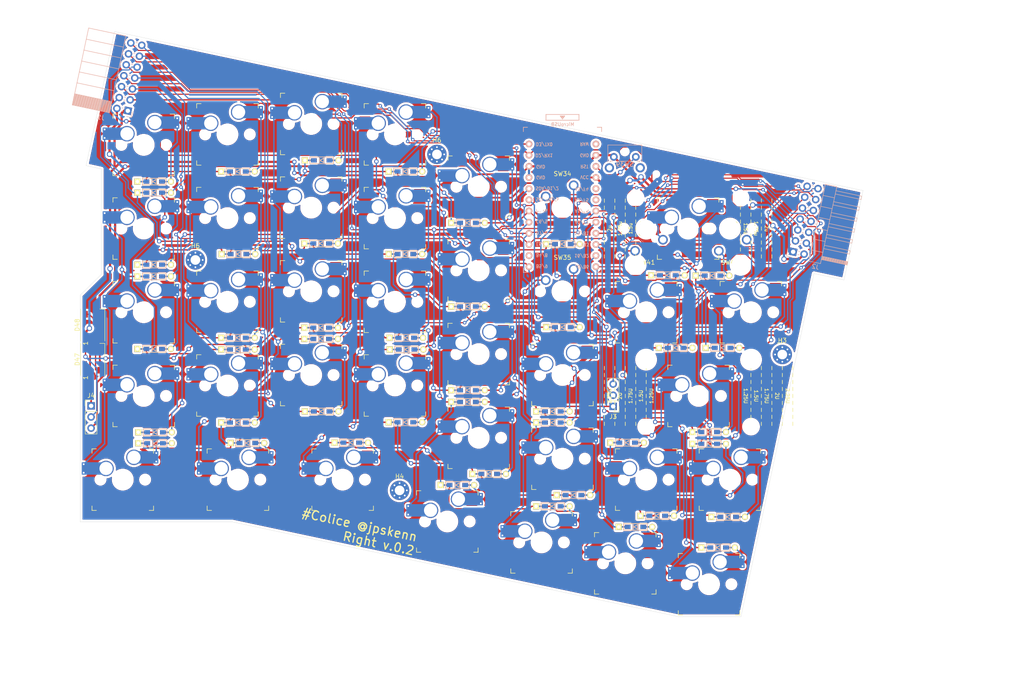
<source format=kicad_pcb>
(kicad_pcb (version 20171130) (host pcbnew "(5.1.5-0-10_14)")
  (layers (0 F.Cu signal) (31 B.Cu signal) (34 B.Paste user) (35 F.Paste user) (36 B.SilkS user) (37 F.SilkS user) (38 B.Mask user) (39 F.Mask user) (44 Edge.Cuts user))
  (net 0 "")
  (net 1 "Net-(D9-Pad2)")
  (net 2 "Net-(D12-Pad2)")
  (net 3 "Net-(D14-Pad2)")
  (net 4 "Net-(D20-Pad2)")
  (net 5 "Net-(D21-Pad2)")
  (net 6 "Net-(D24-Pad2)")
  (net 7 "Net-(D26-Pad2)")
  (net 8 "Net-(D27-Pad2)")
  (net 9 "Net-(D30-Pad2)")
  (net 10 "Net-(D32-Pad2)")
  (net 11 "Net-(D36-Pad2)")
  (net 12 "Net-(D38-Pad2)")
  (net 13 "Net-(D45-Pad2)")
  (net 14 "Net-(D47-Pad2)")
  (net 15 data)
  (net 16 "Net-(U1-Pad24)")
  (net 17 "Net-(D1-Pad1)")
  (net 18 "Net-(D2-Pad2)")
  (net 19 "Net-(D7-Pad2)")
  (net 20 "Net-(D19-Pad2)")
  (net 21 "Net-(D25-Pad2)")
  (net 22 "Net-(D31-Pad2)")
  (net 23 "Net-(D37-Pad2)")
  (net 24 "Net-(D48-Pad2)")
  (net 25 "Net-(D4-Pad2)")
  (net 26 "Net-(D10-Pad2)")
  (net 27 "Net-(D15-Pad2)")
  (net 28 "Net-(D16-Pad2)")
  (net 29 "Net-(D22-Pad2)")
  (net 30 "Net-(D23-Pad1)")
  (net 31 "Net-(D28-Pad2)")
  (net 32 "Net-(D29-Pad1)")
  (net 33 "Net-(D33-Pad2)")
  (net 34 "Net-(D34-Pad2)")
  (net 35 "Net-(D35-Pad1)")
  (net 36 "Net-(D39-Pad2)")
  (net 37 "Net-(D42-Pad2)")
  (net 38 "Net-(D43-Pad2)")
  (net 39 "Net-(D44-Pad2)")
  (net 40 dummy_pin1)
  (net 41 dummy_pin2)
  (net 42 "Net-(D3-Pad2)")
  (net 43 dummy_pin3)
  (net 44 dummy_pin4)
  (net 45 "Net-(D5-Pad2)")
  (net 46 dummy_pin5)
  (net 47 "Net-(D6-Pad1)")
  (net 48 "Net-(D14-Pad1)")
  (net 49 "Net-(D8-Pad1)")
  (net 50 "Net-(D11-Pad2)")
  (net 51 "Net-(D13-Pad1)")
  (net 52 "Net-(D17-Pad2)")
  (net 53 "Net-(D18-Pad1)")
  (net 54 dummy_pin6)
  (net 55 dummy_pin7)
  (net 56 dummy_pin8)
  (net 57 "Net-(D40-Pad2)")
  (net 58 dummy_pin9)
  (net 59 "Net-(D41-Pad1)")
  (net 60 "Net-(D46-Pad2)")
  (net 61 VCC_source)
  (net 62 dummy_led)
  (net 63 GND_source)
  (net 64 dummy_pin10)
  (net 65 dummy_sda)
  (net 66 dummy_sdc)
  (net 67 dummy_extra)
  (net 68 dummy_reset)
  (net 69 dummy_pin11)
  (net 70 dummy_encB)
  (net 71 dummy_encA)
  (net 72 "Net-(D49-Pad2)")
  (module SMK_foostan:ProMicro_v3 (layer B.Cu) (at 207.16875 59.5315 180)
    (fp_text reference U1 hide)
    (fp_text value ProMicro hide)
    (fp_text user "" (at -1.2515 16.256) (layer F.SilkS))
    (fp_text user "" (at -0.545 17.4) (layer B.SilkS) (effects (justify mirror)))
    (fp_text user RAW (at -4.995 14.5 180 unlocked) (layer B.SilkS) (effects (font (size 0.75 0.67) (thickness 0.125)) (justify mirror)))
    (fp_text user GND (at -4.995 11.95 180 unlocked) (layer B.SilkS) (effects (font (size 0.75 0.67) (thickness 0.125)) (justify mirror)))
    (fp_text user RST (at -4.995 9.4 180 unlocked) (layer B.SilkS) (effects (font (size 0.75 0.67) (thickness 0.125)) (justify mirror)))
    (fp_text user VCC (at -4.995 6.95 180 unlocked) (layer B.SilkS) (effects (font (size 0.75 0.67) (thickness 0.125)) (justify mirror)))
    (fp_text user A3/F4 (at -4.395 4.25 180 unlocked) (layer B.SilkS) (effects (font (size 0.75 0.67) (thickness 0.125)) (justify mirror)))
    (fp_text user A2/F5 (at -4.395 1.75 180 unlocked) (layer B.SilkS) (effects (font (size 0.75 0.67) (thickness 0.125)) (justify mirror)))
    (fp_text user A1/F6 (at -4.395 -0.75 180 unlocked) (layer B.SilkS) (effects (font (size 0.75 0.67) (thickness 0.125)) (justify mirror)))
    (fp_text user A0/F7 (at -4.395 -3.3 180 unlocked) (layer B.SilkS) (effects (font (size 0.75 0.67) (thickness 0.125)) (justify mirror)))
    (fp_text user 15/B1 (at -4.395 -5.85 180 unlocked) (layer B.SilkS) (effects (font (size 0.75 0.67) (thickness 0.125)) (justify mirror)))
    (fp_text user 14/B3 (at -4.395 -8.4 180 unlocked) (layer B.SilkS) (effects (font (size 0.75 0.67) (thickness 0.125)) (justify mirror)))
    (fp_text user 10/B6 (at -4.395 -13.45 180 unlocked) (layer B.SilkS) (effects (font (size 0.75 0.67) (thickness 0.125)) (justify mirror)))
    (fp_text user 16/B2 (at -4.395 -10.95 180 unlocked) (layer B.SilkS) (effects (font (size 0.75 0.67) (thickness 0.125)) (justify mirror)))
    (fp_text user E6/7 (at 4.705 -8.25 180 unlocked) (layer B.SilkS) (effects (font (size 0.75 0.67) (thickness 0.125)) (justify mirror)))
    (fp_text user D7/6 (at 4.705 -5.7 180 unlocked) (layer B.SilkS) (effects (font (size 0.75 0.67) (thickness 0.125)) (justify mirror)))
    (fp_text user GND (at 4.955 9.35 180 unlocked) (layer B.SilkS) (effects (font (size 0.75 0.67) (thickness 0.125)) (justify mirror)))
    (fp_text user GND (at 4.955 6.9 180 unlocked) (layer B.SilkS) (effects (font (size 0.75 0.67) (thickness 0.125)) (justify mirror)))
    (fp_text user D3/TX0 (at 4.155 14.45 180 unlocked) (layer B.SilkS) (effects (font (size 0.75 0.67) (thickness 0.125)) (justify mirror)))
    (fp_text user D4/4 (at 4.705 -0.6 180 unlocked) (layer B.SilkS) (effects (font (size 0.75 0.67) (thickness 0.125)) (justify mirror)))
    (fp_text user SDA/D1/2 (at 3.455 4.4 180 unlocked) (layer B.SilkS) (effects (font (size 0.75 0.67) (thickness 0.125)) (justify mirror)))
    (fp_text user SCL/D0/3 (at 3.455 1.9 180 unlocked) (layer B.SilkS) (effects (font (size 0.75 0.67) (thickness 0.125)) (justify mirror)))
    (fp_text user C6/5 (at 4.705 -3.15 180 unlocked) (layer B.SilkS) (effects (font (size 0.75 0.67) (thickness 0.125)) (justify mirror)))
    (fp_text user B5/9 (at 4.705 -13.3 180 unlocked) (layer B.SilkS) (effects (font (size 0.75 0.67) (thickness 0.125)) (justify mirror)))
    (fp_text user D2/RX1 (at 4.155 11.9 180 unlocked) (layer B.SilkS) (effects (font (size 0.75 0.67) (thickness 0.125)) (justify mirror)))
    (fp_text user B4/8 (at 4.705 -10.8 180 unlocked) (layer B.SilkS) (effects (font (size 0.75 0.67) (thickness 0.125)) (justify mirror)))
    (fp_text user MicroUSB (at -0.05 18.95) (layer B.SilkS) (effects (font (size 0.75 0.75) (thickness 0.12)) (justify mirror)))
    (pad 24 thru_hole circle (at -7.6086 14.478 180) (size 1.524 1.524) (drill 0.8128) (layers *.Cu B.SilkS F.Mask) (net 16 "Net-(U1-Pad24)"))
    (pad 23 thru_hole circle (at -7.6086 11.938 180) (size 1.524 1.524) (drill 0.8128) (layers *.Cu B.SilkS F.Mask) (net 63 GND_source))
    (pad 22 thru_hole circle (at -7.6086 9.398 180) (size 1.524 1.524) (drill 0.8128) (layers *.Cu B.SilkS F.Mask) (net 68 dummy_reset))
    (pad 21 thru_hole circle (at -7.6086 6.858 180) (size 1.524 1.524) (drill 0.8128) (layers *.Cu B.SilkS F.Mask) (net 61 VCC_source))
    (pad 20 thru_hole circle (at -7.6086 4.318 180) (size 1.524 1.524) (drill 0.8128) (layers *.Cu B.SilkS F.Mask) (net 71 dummy_encA))
    (pad 19 thru_hole circle (at -7.6086 1.778 180) (size 1.524 1.524) (drill 0.8128) (layers *.Cu B.SilkS F.Mask) (net 70 dummy_encB))
    (pad 18 thru_hole circle (at -7.6086 -0.762 180) (size 1.524 1.524) (drill 0.8128) (layers *.Cu B.SilkS F.Mask) (net 40 dummy_pin1))
    (pad 17 thru_hole circle (at -7.6086 -3.302 180) (size 1.524 1.524) (drill 0.8128) (layers *.Cu B.SilkS F.Mask) (net 41 dummy_pin2))
    (pad 16 thru_hole circle (at -7.6086 -5.842 180) (size 1.524 1.524) (drill 0.8128) (layers *.Cu B.SilkS F.Mask) (net 43 dummy_pin3))
    (pad 15 thru_hole circle (at -7.6086 -8.382 180) (size 1.524 1.524) (drill 0.8128) (layers *.Cu B.SilkS F.Mask) (net 44 dummy_pin4))
    (pad 14 thru_hole circle (at -7.6086 -10.922 180) (size 1.524 1.524) (drill 0.8128) (layers *.Cu B.SilkS F.Mask) (net 46 dummy_pin5))
    (pad 13 thru_hole circle (at -7.6086 -13.462 180) (size 1.524 1.524) (drill 0.8128) (layers *.Cu B.SilkS F.Mask) (net 54 dummy_pin6))
    (pad 12 thru_hole circle (at 7.6114 -13.462 180) (size 1.524 1.524) (drill 0.8128) (layers *.Cu B.SilkS F.Mask) (net 67 dummy_extra))
    (pad 11 thru_hole circle (at 7.6114 -10.922 180) (size 1.524 1.524) (drill 0.8128) (layers *.Cu B.SilkS F.Mask) (net 69 dummy_pin11))
    (pad 10 thru_hole circle (at 7.6114 -8.382 180) (size 1.524 1.524) (drill 0.8128) (layers *.Cu B.SilkS F.Mask) (net 64 dummy_pin10))
    (pad 9 thru_hole circle (at 7.6114 -5.842 180) (size 1.524 1.524) (drill 0.8128) (layers *.Cu B.SilkS F.Mask) (net 58 dummy_pin9))
    (pad 8 thru_hole circle (at 7.6114 -3.302 180) (size 1.524 1.524) (drill 0.8128) (layers *.Cu B.SilkS F.Mask) (net 56 dummy_pin8))
    (pad 7 thru_hole circle (at 7.6114 -0.762 180) (size 1.524 1.524) (drill 0.8128) (layers *.Cu B.SilkS F.Mask) (net 55 dummy_pin7))
    (pad 6 thru_hole circle (at 7.6114 1.778 180) (size 1.524 1.524) (drill 0.8128) (layers *.Cu B.SilkS F.Mask) (net 66 dummy_sdc))
    (pad 5 thru_hole circle (at 7.6114 4.318 180) (size 1.524 1.524) (drill 0.8128) (layers *.Cu B.SilkS F.Mask) (net 65 dummy_sda))
    (pad 4 thru_hole circle (at 7.6114 6.858 180) (size 1.524 1.524) (drill 0.8128) (layers *.Cu B.SilkS F.Mask) (net 63 GND_source))
    (pad 3 thru_hole circle (at 7.6114 9.398 180) (size 1.524 1.524) (drill 0.8128) (layers *.Cu B.SilkS F.Mask) (net 63 GND_source))
    (pad 2 thru_hole circle (at 7.6114 11.938 180) (size 1.524 1.524) (drill 0.8128) (layers *.Cu B.SilkS F.Mask) (net 15 data))
    (pad 1 thru_hole circle (at 7.6114 14.478 180) (size 1.524 1.524) (drill 0.8128) (layers *.Cu B.SilkS F.Mask) (net 62 dummy_led))
  )
  (module SMK_foostan:CherryMX_Hotswap_v2 (layer F.Cu) (at 111.91875 45.24368)
    (fp_text reference SW6)
    (fp_text value SW_Push)
    (pad 2 thru_hole circle (at 2.54 -5.08) (size 3.5 3.5) (drill 3) (layers *.Cu) (net 19 "Net-(D7-Pad2)"))
    (pad "" np_thru_hole circle (at 0 0) (size 3.9878 3.9878) (drill 3.9878) (layers *.Cu *.Mask))
    (pad 1 thru_hole circle (at -3.81 -2.54) (size 3.5 3.5) (drill 3) (layers *.Cu) (net 47 "Net-(D6-Pad1)"))
    (pad "" np_thru_hole circle (at -5.08 0 48.0996) (size 1.75 1.75) (drill 1.75) (layers *.Cu *.Mask))
    (pad "" np_thru_hole circle (at 5.08 0 48.0996) (size 1.75 1.75) (drill 1.75) (layers *.Cu *.Mask))
    (pad 1 smd rect (at -7.085 -2.54) (size 2.55 2.8) (layers B.Cu B.Paste B.Mask) (net 47 "Net-(D6-Pad1)"))
    (pad 2 smd rect (at 5.815 -5.08) (size 2.55 2.8) (layers B.Cu B.Paste B.Mask) (net 19 "Net-(D7-Pad2)"))
    (pad 1 thru_hole circle (at -8.89 -3.502) (size 0.8 0.8) (drill 0.4) (layers *.Cu) (net 47 "Net-(D6-Pad1)"))
    (pad 2 thru_hole circle (at 7.62 -6.042) (size 0.8 0.8) (drill 0.4) (layers *.Cu) (net 19 "Net-(D7-Pad2)"))
    (pad 1 thru_hole circle (at -8.89 -1.578) (size 0.8 0.8) (drill 0.4) (layers *.Cu) (net 47 "Net-(D6-Pad1)"))
    (pad 2 thru_hole circle (at 7.62 -4.118) (size 0.8 0.8) (drill 0.4) (layers *.Cu) (net 19 "Net-(D7-Pad2)"))
    (pad 1 smd rect (at -7.085 -2.54) (size 4.5 2.8) (layers B.Cu) (net 47 "Net-(D6-Pad1)"))
    (pad 2 smd rect (at 5.842 -5.08) (size 4.5 2.8) (layers B.Cu) (net 19 "Net-(D7-Pad2)"))
  )
  (module SMK_foostan:CherryMX_Hotswap_v2 (layer F.Cu) (at 240.50625 145.25686)
    (fp_text reference SW13)
    (fp_text value SW_Push)
    (pad 2 thru_hole circle (at 2.54 -5.08) (size 3.5 3.5) (drill 3) (layers *.Cu) (net 28 "Net-(D16-Pad2)"))
    (pad "" np_thru_hole circle (at 0 0) (size 3.9878 3.9878) (drill 3.9878) (layers *.Cu *.Mask))
    (pad 1 thru_hole circle (at -3.81 -2.54) (size 3.5 3.5) (drill 3) (layers *.Cu) (net 51 "Net-(D13-Pad1)"))
    (pad "" np_thru_hole circle (at -5.08 0 48.0996) (size 1.75 1.75) (drill 1.75) (layers *.Cu *.Mask))
    (pad "" np_thru_hole circle (at 5.08 0 48.0996) (size 1.75 1.75) (drill 1.75) (layers *.Cu *.Mask))
    (pad 1 smd rect (at -7.085 -2.54) (size 2.55 2.8) (layers B.Cu B.Paste B.Mask) (net 51 "Net-(D13-Pad1)"))
    (pad 2 smd rect (at 5.815 -5.08) (size 2.55 2.8) (layers B.Cu B.Paste B.Mask) (net 28 "Net-(D16-Pad2)"))
    (pad 1 thru_hole circle (at -8.89 -3.502) (size 0.8 0.8) (drill 0.4) (layers *.Cu) (net 51 "Net-(D13-Pad1)"))
    (pad 2 thru_hole circle (at 7.62 -6.042) (size 0.8 0.8) (drill 0.4) (layers *.Cu) (net 28 "Net-(D16-Pad2)"))
    (pad 1 thru_hole circle (at -8.89 -1.578) (size 0.8 0.8) (drill 0.4) (layers *.Cu) (net 51 "Net-(D13-Pad1)"))
    (pad 2 thru_hole circle (at 7.62 -4.118) (size 0.8 0.8) (drill 0.4) (layers *.Cu) (net 28 "Net-(D16-Pad2)"))
    (pad 1 smd rect (at -7.085 -2.54) (size 4.5 2.8) (layers B.Cu) (net 51 "Net-(D13-Pad1)"))
    (pad 2 smd rect (at 5.842 -5.08) (size 4.5 2.8) (layers B.Cu) (net 28 "Net-(D16-Pad2)"))
  )
  (module SMK_SU120:CherryMX_MidHeight_Choc_Hotswap_2U_Outline (layer F.Cu) (at 235.74375 64.29402)
    (fp_text reference H1 hide)
    (fp_text value MountingHole hide)
    (fp_text user 1.25u (at 10.715625 0 -90 unlocked) (layer F.SilkS) (effects (font (size 0.8 0.8))))
    (fp_text user 1.75u (at 15.478125 0 -90 unlocked) (layer F.SilkS) (effects (font (size 0.8 0.8))))
    (fp_text user 1.5u (at 13.096875 0 -90 unlocked) (layer F.SilkS) (effects (font (size 0.8 0.8))))
    (fp_text user 2u (at 17.859375 0 -90 unlocked) (layer F.SilkS) (effects (font (size 0.8 0.8))))
    (fp_text user 1.25u (at -10.715625 0 90 unlocked) (layer F.SilkS) (effects (font (size 0.8 0.8))))
    (fp_text user 1.5u (at -13.096875 0 90 unlocked) (layer F.SilkS) (effects (font (size 0.8 0.8))))
    (fp_text user 1.75u (at -15.478125 0 90 unlocked) (layer F.SilkS) (effects (font (size 0.8 0.8))))
    (fp_text user 2u (at -17.859375 0 90 unlocked) (layer F.SilkS) (effects (font (size 0.8 0.8))))
    (pad "" np_thru_hole circle (at -11.938 -6.985) (size 3.048 3.048) (drill 3.048) (layers *.Cu *.Mask))
    (pad "" np_thru_hole circle (at 11.938 -6.985) (size 3.048 3.048) (drill 3.048) (layers *.Cu *.Mask))
    (pad "" np_thru_hole circle (at -11.938 8.255) (size 3.9878 3.9878) (drill 3.9878) (layers *.Cu *.Mask))
    (pad "" np_thru_hole circle (at 11.938 8.255) (size 3.9878 3.9878) (drill 3.9878) (layers *.Cu *.Mask))
  )
  (module SMK_foostan:CherryMX_Hotswap_v2 (layer F.Cu) (at 235.74375 64.29402)
    (fp_text reference SW15)
    (fp_text value SW_Push)
    (pad 2 smd rect (at 5.842 -5.08) (size 4.5 2.8) (layers B.Cu) (net 20 "Net-(D19-Pad2)"))
    (pad 1 smd rect (at -7.085 -2.54) (size 4.5 2.8) (layers B.Cu) (net 53 "Net-(D18-Pad1)"))
    (pad 2 thru_hole circle (at 7.62 -4.118) (size 0.8 0.8) (drill 0.4) (layers *.Cu) (net 20 "Net-(D19-Pad2)"))
    (pad 1 thru_hole circle (at -8.89 -1.578) (size 0.8 0.8) (drill 0.4) (layers *.Cu) (net 53 "Net-(D18-Pad1)"))
    (pad 2 thru_hole circle (at 7.62 -6.042) (size 0.8 0.8) (drill 0.4) (layers *.Cu) (net 20 "Net-(D19-Pad2)"))
    (pad 1 thru_hole circle (at -8.89 -3.502) (size 0.8 0.8) (drill 0.4) (layers *.Cu) (net 53 "Net-(D18-Pad1)"))
    (pad 2 smd rect (at 5.815 -5.08) (size 2.55 2.8) (layers B.Cu B.Paste B.Mask) (net 20 "Net-(D19-Pad2)"))
    (pad 1 smd rect (at -7.085 -2.54) (size 2.55 2.8) (layers B.Cu B.Paste B.Mask) (net 53 "Net-(D18-Pad1)"))
    (pad "" np_thru_hole circle (at 5.08 0 48.0996) (size 1.75 1.75) (drill 1.75) (layers *.Cu *.Mask))
    (pad "" np_thru_hole circle (at -5.08 0 48.0996) (size 1.75 1.75) (drill 1.75) (layers *.Cu *.Mask))
    (pad 1 thru_hole circle (at -3.81 -2.54) (size 3.5 3.5) (drill 3) (layers *.Cu) (net 53 "Net-(D18-Pad1)"))
    (pad "" np_thru_hole circle (at 0 0) (size 3.9878 3.9878) (drill 3.9878) (layers *.Cu *.Mask))
    (pad 2 thru_hole circle (at 2.54 -5.08) (size 3.5 3.5) (drill 3) (layers *.Cu) (net 20 "Net-(D19-Pad2)"))
  )
  (module SMK_SU120:D3_TH_SMD (layer F.Cu) (at 223.774 132.207)
    (fp_text reference D17 hide)
    (fp_text value D hide)
    (pad 2 smd rect (at 1.775 0) (size 1.3 0.95) (layers F.Cu F.Paste F.Mask) (net 52 "Net-(D17-Pad2)"))
    (pad 2 thru_hole circle (at 3.81 0) (size 1.397 1.397) (drill 0.8128) (layers *.Cu *.Mask F.SilkS) (net 52 "Net-(D17-Pad2)"))
    (pad 1 thru_hole rect (at -3.81 0) (size 1.397 1.397) (drill 0.8128) (layers *.Cu *.Mask F.SilkS) (net 46 dummy_pin5))
    (pad 1 smd rect (at -1.775 0) (size 1.3 0.95) (layers B.Cu B.Paste B.Mask) (net 46 dummy_pin5))
    (pad 2 smd rect (at 1.775 0) (size 1.3 0.95) (layers B.Cu B.Paste B.Mask) (net 52 "Net-(D17-Pad2)"))
    (pad 1 smd rect (at -1.775 0) (size 1.3 0.95) (layers F.Cu F.Paste F.Mask) (net 46 dummy_pin5))
  )
  (module SMK_foostan:CherryMX_Hotswap_v2 (layer F.Cu) (at 221.45625 140.49434)
    (fp_text reference SW14)
    (fp_text value SW_Push)
    (pad 2 thru_hole circle (at 2.54 -5.08) (size 3.5 3.5) (drill 3) (layers *.Cu) (net 52 "Net-(D17-Pad2)"))
    (pad "" np_thru_hole circle (at 0 0) (size 3.9878 3.9878) (drill 3.9878) (layers *.Cu *.Mask))
    (pad 1 thru_hole circle (at -3.81 -2.54) (size 3.5 3.5) (drill 3) (layers *.Cu) (net 51 "Net-(D13-Pad1)"))
    (pad "" np_thru_hole circle (at -5.08 0 48.0996) (size 1.75 1.75) (drill 1.75) (layers *.Cu *.Mask))
    (pad "" np_thru_hole circle (at 5.08 0 48.0996) (size 1.75 1.75) (drill 1.75) (layers *.Cu *.Mask))
    (pad 1 smd rect (at -7.084999 -2.54) (size 2.55 2.8) (layers B.Cu B.Paste B.Mask) (net 51 "Net-(D13-Pad1)"))
    (pad 2 smd rect (at 5.815 -5.08) (size 2.55 2.8) (layers B.Cu B.Paste B.Mask) (net 52 "Net-(D17-Pad2)"))
    (pad 1 thru_hole circle (at -8.89 -3.502) (size 0.8 0.8) (drill 0.4) (layers *.Cu) (net 51 "Net-(D13-Pad1)"))
    (pad 2 thru_hole circle (at 7.62 -6.042) (size 0.8 0.8) (drill 0.4) (layers *.Cu) (net 52 "Net-(D17-Pad2)"))
    (pad 1 thru_hole circle (at -8.89 -1.578) (size 0.8 0.8) (drill 0.4) (layers *.Cu) (net 51 "Net-(D13-Pad1)"))
    (pad 2 thru_hole circle (at 7.62 -4.118) (size 0.8 0.8) (drill 0.4) (layers *.Cu) (net 52 "Net-(D17-Pad2)"))
    (pad 1 smd rect (at -7.085 -2.54) (size 4.5 2.8) (layers B.Cu) (net 51 "Net-(D13-Pad1)"))
    (pad 2 smd rect (at 5.842 -5.08) (size 4.5 2.8) (layers B.Cu) (net 52 "Net-(D17-Pad2)"))
  )
  (module SMK_foostan:CherryMX_Hotswap_v2 (layer F.Cu) (at 250.03125 83.3441)
    (fp_text reference SW11)
    (fp_text value SW_Push)
    (pad 2 smd rect (at 5.842 -5.08) (size 4.5 2.8) (layers B.Cu) (net 3 "Net-(D14-Pad2)"))
    (pad 1 smd rect (at -7.085 -2.54) (size 4.5 2.8) (layers B.Cu) (net 51 "Net-(D13-Pad1)"))
    (pad 2 thru_hole circle (at 7.62 -4.118) (size 0.8 0.8) (drill 0.4) (layers *.Cu) (net 3 "Net-(D14-Pad2)"))
    (pad 1 thru_hole circle (at -8.89 -1.578) (size 0.8 0.8) (drill 0.4) (layers *.Cu) (net 51 "Net-(D13-Pad1)"))
    (pad 2 thru_hole circle (at 7.62 -6.042) (size 0.8 0.8) (drill 0.4) (layers *.Cu) (net 3 "Net-(D14-Pad2)"))
    (pad 1 thru_hole circle (at -8.89 -3.502) (size 0.8 0.8) (drill 0.4) (layers *.Cu) (net 51 "Net-(D13-Pad1)"))
    (pad 2 smd rect (at 5.815 -5.08) (size 2.55 2.8) (layers B.Cu B.Paste B.Mask) (net 3 "Net-(D14-Pad2)"))
    (pad 1 smd rect (at -7.085 -2.54) (size 2.55 2.8) (layers B.Cu B.Paste B.Mask) (net 51 "Net-(D13-Pad1)"))
    (pad "" np_thru_hole circle (at 5.08 0 48.0996) (size 1.75 1.75) (drill 1.75) (layers *.Cu *.Mask))
    (pad "" np_thru_hole circle (at -5.08 0 48.0996) (size 1.75 1.75) (drill 1.75) (layers *.Cu *.Mask))
    (pad 1 thru_hole circle (at -3.81 -2.54) (size 3.5 3.5) (drill 3) (layers *.Cu) (net 51 "Net-(D13-Pad1)"))
    (pad "" np_thru_hole circle (at 0 0) (size 3.9878 3.9878) (drill 3.9878) (layers *.Cu *.Mask))
    (pad 2 thru_hole circle (at 2.54 -5.08) (size 3.5 3.5) (drill 3) (layers *.Cu) (net 3 "Net-(D14-Pad2)"))
  )
  (module SMK_foostan:CherryMX_Hotswap_v2 (layer F.Cu) (at 226.21875 83.3441)
    (fp_text reference SW16)
    (fp_text value SW_Push)
    (pad 2 thru_hole circle (at 2.54 -5.08) (size 3.5 3.5) (drill 3) (layers *.Cu) (net 4 "Net-(D20-Pad2)"))
    (pad "" np_thru_hole circle (at 0 0) (size 3.9878 3.9878) (drill 3.9878) (layers *.Cu *.Mask))
    (pad 1 thru_hole circle (at -3.81 -2.54) (size 3.5 3.5) (drill 3) (layers *.Cu) (net 53 "Net-(D18-Pad1)"))
    (pad "" np_thru_hole circle (at -5.08 0 48.0996) (size 1.75 1.75) (drill 1.75) (layers *.Cu *.Mask))
    (pad "" np_thru_hole circle (at 5.08 0 48.0996) (size 1.75 1.75) (drill 1.75) (layers *.Cu *.Mask))
    (pad 1 smd rect (at -7.085 -2.54) (size 2.55 2.8) (layers B.Cu B.Paste B.Mask) (net 53 "Net-(D18-Pad1)"))
    (pad 2 smd rect (at 5.815 -5.08) (size 2.55 2.8) (layers B.Cu B.Paste B.Mask) (net 4 "Net-(D20-Pad2)"))
    (pad 1 thru_hole circle (at -8.89 -3.502) (size 0.8 0.8) (drill 0.4) (layers *.Cu) (net 53 "Net-(D18-Pad1)"))
    (pad 2 thru_hole circle (at 7.62 -6.042) (size 0.8 0.8) (drill 0.4) (layers *.Cu) (net 4 "Net-(D20-Pad2)"))
    (pad 1 thru_hole circle (at -8.89 -1.578) (size 0.8 0.8) (drill 0.4) (layers *.Cu) (net 53 "Net-(D18-Pad1)"))
    (pad 2 thru_hole circle (at 7.62 -4.118) (size 0.8 0.8) (drill 0.4) (layers *.Cu) (net 4 "Net-(D20-Pad2)"))
    (pad 1 smd rect (at -7.085 -2.54) (size 4.5 2.8) (layers B.Cu) (net 53 "Net-(D18-Pad1)"))
    (pad 2 smd rect (at 5.842 -5.08) (size 4.5 2.8) (layers B.Cu) (net 4 "Net-(D20-Pad2)"))
  )
  (module SMK_SU120:D3_TH_SMD (layer F.Cu) (at 232.918 91.44)
    (fp_text reference D20 hide)
    (fp_text value D hide)
    (pad 1 smd rect (at -1.775 0) (size 1.3 0.95) (layers F.Cu F.Paste F.Mask) (net 41 dummy_pin2))
    (pad 2 smd rect (at 1.775 0) (size 1.3 0.95) (layers B.Cu B.Paste B.Mask) (net 4 "Net-(D20-Pad2)"))
    (pad 1 smd rect (at -1.775 0) (size 1.3 0.95) (layers B.Cu B.Paste B.Mask) (net 41 dummy_pin2))
    (pad 1 thru_hole rect (at -3.81 0) (size 1.397 1.397) (drill 0.8128) (layers *.Cu *.Mask F.SilkS) (net 41 dummy_pin2))
    (pad 2 thru_hole circle (at 3.81 0) (size 1.397 1.397) (drill 0.8128) (layers *.Cu *.Mask F.SilkS) (net 4 "Net-(D20-Pad2)"))
    (pad 2 smd rect (at 1.775 0) (size 1.3 0.95) (layers F.Cu F.Paste F.Mask) (net 4 "Net-(D20-Pad2)"))
  )
  (module SMK_SU120:D3_TH_SMD (layer F.Cu) (at 207.264 86.741)
    (fp_text reference D43 hide)
    (fp_text value D hide)
    (pad 2 smd rect (at 1.775 0) (size 1.3 0.95) (layers F.Cu F.Paste F.Mask) (net 38 "Net-(D43-Pad2)"))
    (pad 2 thru_hole circle (at 3.81 0) (size 1.397 1.397) (drill 0.8128) (layers *.Cu *.Mask F.SilkS) (net 38 "Net-(D43-Pad2)"))
    (pad 1 thru_hole rect (at -3.81 0) (size 1.397 1.397) (drill 0.8128) (layers *.Cu *.Mask F.SilkS) (net 41 dummy_pin2))
    (pad 1 smd rect (at -1.775 0) (size 1.3 0.95) (layers B.Cu B.Paste B.Mask) (net 41 dummy_pin2))
    (pad 2 smd rect (at 1.775 0) (size 1.3 0.95) (layers B.Cu B.Paste B.Mask) (net 38 "Net-(D43-Pad2)"))
    (pad 1 smd rect (at -1.775 0) (size 1.3 0.95) (layers F.Cu F.Paste F.Mask) (net 41 dummy_pin2))
  )
  (module SMK_foostan:CherryMX_Hotswap_v2 (layer F.Cu) (at 202.40625 135.73182)
    (fp_text reference SW38)
    (fp_text value SW_Push)
    (pad 2 thru_hole circle (at 2.54 -5.08) (size 3.5 3.5) (drill 3) (layers *.Cu) (net 60 "Net-(D46-Pad2)"))
    (pad "" np_thru_hole circle (at 0 0) (size 3.9878 3.9878) (drill 3.9878) (layers *.Cu *.Mask))
    (pad 1 thru_hole circle (at -3.81 -2.54) (size 3.5 3.5) (drill 3) (layers *.Cu) (net 59 "Net-(D41-Pad1)"))
    (pad "" np_thru_hole circle (at -5.08 0 48.0996) (size 1.75 1.75) (drill 1.75) (layers *.Cu *.Mask))
    (pad "" np_thru_hole circle (at 5.08 0 48.0996) (size 1.75 1.75) (drill 1.75) (layers *.Cu *.Mask))
    (pad 1 smd rect (at -7.084999 -2.54) (size 2.55 2.8) (layers B.Cu B.Paste B.Mask) (net 59 "Net-(D41-Pad1)"))
    (pad 2 smd rect (at 5.815 -5.08) (size 2.55 2.8) (layers B.Cu B.Paste B.Mask) (net 60 "Net-(D46-Pad2)"))
    (pad 1 thru_hole circle (at -8.89 -3.502) (size 0.8 0.8) (drill 0.4) (layers *.Cu) (net 59 "Net-(D41-Pad1)"))
    (pad 2 thru_hole circle (at 7.62 -6.042) (size 0.8 0.8) (drill 0.4) (layers *.Cu) (net 60 "Net-(D46-Pad2)"))
    (pad 1 thru_hole circle (at -8.89 -1.578) (size 0.8 0.8) (drill 0.4) (layers *.Cu) (net 59 "Net-(D41-Pad1)"))
    (pad 2 thru_hole circle (at 7.62 -4.118) (size 0.8 0.8) (drill 0.4) (layers *.Cu) (net 60 "Net-(D46-Pad2)"))
    (pad 1 smd rect (at -7.085 -2.54) (size 4.5 2.8) (layers B.Cu) (net 59 "Net-(D41-Pad1)"))
    (pad 2 smd rect (at 5.842 -5.08) (size 4.5 2.8) (layers B.Cu) (net 60 "Net-(D46-Pad2)"))
  )
  (module SMK_SU120:D3_TH_SMD (layer F.Cu) (at 185.674 62.992)
    (fp_text reference D36 hide)
    (fp_text value D hide)
    (pad 2 smd rect (at 1.775 0) (size 1.3 0.95) (layers F.Cu F.Paste F.Mask) (net 11 "Net-(D36-Pad2)"))
    (pad 2 thru_hole circle (at 3.81 0) (size 1.397 1.397) (drill 0.8128) (layers *.Cu *.Mask F.SilkS) (net 11 "Net-(D36-Pad2)"))
    (pad 1 thru_hole rect (at -3.81 0) (size 1.397 1.397) (drill 0.8128) (layers *.Cu *.Mask F.SilkS) (net 48 "Net-(D14-Pad1)"))
    (pad 1 smd rect (at -1.775 0) (size 1.3 0.95) (layers B.Cu B.Paste B.Mask) (net 48 "Net-(D14-Pad1)"))
    (pad 2 smd rect (at 1.775 0) (size 1.3 0.95) (layers B.Cu B.Paste B.Mask) (net 11 "Net-(D36-Pad2)"))
    (pad 1 smd rect (at -1.775 0) (size 1.3 0.95) (layers F.Cu F.Paste F.Mask) (net 48 "Net-(D14-Pad1)"))
  )
  (module SMK_SU120:D3_TH_SMD (layer F.Cu) (at 231.14 74.93)
    (fp_text reference D19 hide)
    (fp_text value D hide)
    (pad 2 smd rect (at 1.775 0) (size 1.3 0.95) (layers F.Cu F.Paste F.Mask) (net 20 "Net-(D19-Pad2)"))
    (pad 2 thru_hole circle (at 3.81 0) (size 1.397 1.397) (drill 0.8128) (layers *.Cu *.Mask F.SilkS) (net 20 "Net-(D19-Pad2)"))
    (pad 1 thru_hole rect (at -3.81 0) (size 1.397 1.397) (drill 0.8128) (layers *.Cu *.Mask F.SilkS) (net 48 "Net-(D14-Pad1)"))
    (pad 1 smd rect (at -1.775 0) (size 1.3 0.95) (layers B.Cu B.Paste B.Mask) (net 48 "Net-(D14-Pad1)"))
    (pad 2 smd rect (at 1.775 0) (size 1.3 0.95) (layers B.Cu B.Paste B.Mask) (net 20 "Net-(D19-Pad2)"))
    (pad 1 smd rect (at -1.775 0) (size 1.3 0.95) (layers F.Cu F.Paste F.Mask) (net 48 "Net-(D14-Pad1)"))
  )
  (module SMK_SU120:D3_TH_SMD (layer F.Cu) (at 207.264 67.818)
    (fp_text reference D42 hide)
    (fp_text value D hide)
    (pad 2 smd rect (at 1.775 0) (size 1.3 0.95) (layers F.Cu F.Paste F.Mask) (net 37 "Net-(D42-Pad2)"))
    (pad 2 thru_hole circle (at 3.81 0) (size 1.397 1.397) (drill 0.8128) (layers *.Cu *.Mask F.SilkS) (net 37 "Net-(D42-Pad2)"))
    (pad 1 thru_hole rect (at -3.81 0) (size 1.397 1.397) (drill 0.8128) (layers *.Cu *.Mask F.SilkS) (net 48 "Net-(D14-Pad1)"))
    (pad 1 smd rect (at -1.775 0) (size 1.3 0.95) (layers B.Cu B.Paste B.Mask) (net 48 "Net-(D14-Pad1)"))
    (pad 2 smd rect (at 1.775 0) (size 1.3 0.95) (layers B.Cu B.Paste B.Mask) (net 37 "Net-(D42-Pad2)"))
    (pad 1 smd rect (at -1.775 0) (size 1.3 0.95) (layers F.Cu F.Paste F.Mask) (net 48 "Net-(D14-Pad1)"))
  )
  (module SMK_SU120:D3_TH_SMD (layer F.Cu) (at 204.978 105.918)
    (fp_text reference D44 hide)
    (fp_text value D hide)
    (pad 2 smd rect (at 1.775 0) (size 1.3 0.95) (layers F.Cu F.Paste F.Mask) (net 39 "Net-(D44-Pad2)"))
    (pad 2 thru_hole circle (at 3.81 0) (size 1.397 1.397) (drill 0.8128) (layers *.Cu *.Mask F.SilkS) (net 39 "Net-(D44-Pad2)"))
    (pad 1 thru_hole rect (at -3.81 0) (size 1.397 1.397) (drill 0.8128) (layers *.Cu *.Mask F.SilkS) (net 43 dummy_pin3))
    (pad 1 smd rect (at -1.775 0) (size 1.3 0.95) (layers B.Cu B.Paste B.Mask) (net 43 dummy_pin3))
    (pad 2 smd rect (at 1.775 0) (size 1.3 0.95) (layers B.Cu B.Paste B.Mask) (net 39 "Net-(D44-Pad2)"))
    (pad 1 smd rect (at -1.775 0) (size 1.3 0.95) (layers F.Cu F.Paste F.Mask) (net 43 dummy_pin3))
  )
  (module SMK_SU120:D3_TH_SMD (layer F.Cu) (at 209.677 124.968)
    (fp_text reference D45 hide)
    (fp_text value D hide)
    (pad 2 smd rect (at 1.775 0) (size 1.3 0.95) (layers F.Cu F.Paste F.Mask) (net 13 "Net-(D45-Pad2)"))
    (pad 2 thru_hole circle (at 3.81 0) (size 1.397 1.397) (drill 0.8128) (layers *.Cu *.Mask F.SilkS) (net 13 "Net-(D45-Pad2)"))
    (pad 1 thru_hole rect (at -3.81 0) (size 1.397 1.397) (drill 0.8128) (layers *.Cu *.Mask F.SilkS) (net 44 dummy_pin4))
    (pad 1 smd rect (at -1.775 0) (size 1.3 0.95) (layers B.Cu B.Paste B.Mask) (net 44 dummy_pin4))
    (pad 2 smd rect (at 1.775 0) (size 1.3 0.95) (layers B.Cu B.Paste B.Mask) (net 13 "Net-(D45-Pad2)"))
    (pad 1 smd rect (at -1.775 0) (size 1.3 0.95) (layers F.Cu F.Paste F.Mask) (net 44 dummy_pin4))
  )
  (module SMK_SU120:D3_TH_SMD (layer F.Cu) (at 204.978 127.508)
    (fp_text reference D46 hide)
    (fp_text value D hide)
    (pad 2 smd rect (at 1.775 0) (size 1.3 0.95) (layers F.Cu F.Paste F.Mask) (net 60 "Net-(D46-Pad2)"))
    (pad 2 thru_hole circle (at 3.81 0) (size 1.397 1.397) (drill 0.8128) (layers *.Cu *.Mask F.SilkS) (net 60 "Net-(D46-Pad2)"))
    (pad 1 thru_hole rect (at -3.81 0) (size 1.397 1.397) (drill 0.8128) (layers *.Cu *.Mask F.SilkS) (net 46 dummy_pin5))
    (pad 1 smd rect (at -1.775 0) (size 1.3 0.95) (layers B.Cu B.Paste B.Mask) (net 46 dummy_pin5))
    (pad 2 smd rect (at 1.775 0) (size 1.3 0.95) (layers B.Cu B.Paste B.Mask) (net 60 "Net-(D46-Pad2)"))
    (pad 1 smd rect (at -1.775 0) (size 1.3 0.95) (layers F.Cu F.Paste F.Mask) (net 46 dummy_pin5))
  )
  (module SMK_SU120:D3_TH_SMD (layer F.Cu) (at 185.674 82.042)
    (fp_text reference D37 hide)
    (fp_text value D hide)
    (pad 2 smd rect (at 1.775 0) (size 1.3 0.95) (layers F.Cu F.Paste F.Mask) (net 23 "Net-(D37-Pad2)"))
    (pad 2 thru_hole circle (at 3.81 0) (size 1.397 1.397) (drill 0.8128) (layers *.Cu *.Mask F.SilkS) (net 23 "Net-(D37-Pad2)"))
    (pad 1 thru_hole rect (at -3.81 0) (size 1.397 1.397) (drill 0.8128) (layers *.Cu *.Mask F.SilkS) (net 41 dummy_pin2))
    (pad 1 smd rect (at -1.775 0) (size 1.3 0.95) (layers B.Cu B.Paste B.Mask) (net 41 dummy_pin2))
    (pad 2 smd rect (at 1.775 0) (size 1.3 0.95) (layers B.Cu B.Paste B.Mask) (net 23 "Net-(D37-Pad2)"))
    (pad 1 smd rect (at -1.775 0) (size 1.3 0.95) (layers F.Cu F.Paste F.Mask) (net 41 dummy_pin2))
  )
  (module SMK_SU120:D3_TH_SMD (layer F.Cu) (at 185.674 101.092)
    (fp_text reference D38 hide)
    (fp_text value D hide)
    (pad 2 smd rect (at 1.775 0) (size 1.3 0.95) (layers F.Cu F.Paste F.Mask) (net 12 "Net-(D38-Pad2)"))
    (pad 2 thru_hole circle (at 3.81 0) (size 1.397 1.397) (drill 0.8128) (layers *.Cu *.Mask F.SilkS) (net 12 "Net-(D38-Pad2)"))
    (pad 1 thru_hole rect (at -3.81 0) (size 1.397 1.397) (drill 0.8128) (layers *.Cu *.Mask F.SilkS) (net 43 dummy_pin3))
    (pad 1 smd rect (at -1.775 0) (size 1.3 0.95) (layers B.Cu B.Paste B.Mask) (net 43 dummy_pin3))
    (pad 2 smd rect (at 1.775 0) (size 1.3 0.95) (layers B.Cu B.Paste B.Mask) (net 12 "Net-(D38-Pad2)"))
    (pad 1 smd rect (at -1.775 0) (size 1.3 0.95) (layers F.Cu F.Paste F.Mask) (net 43 dummy_pin3))
  )
  (module SMK_SU120:D3_TH_SMD (layer F.Cu) (at 190.5 120.142)
    (fp_text reference D39 hide)
    (fp_text value D hide)
    (pad 2 smd rect (at 1.775 0) (size 1.3 0.95) (layers F.Cu F.Paste F.Mask) (net 36 "Net-(D39-Pad2)"))
    (pad 2 thru_hole circle (at 3.81 0) (size 1.397 1.397) (drill 0.8128) (layers *.Cu *.Mask F.SilkS) (net 36 "Net-(D39-Pad2)"))
    (pad 1 thru_hole rect (at -3.81 0) (size 1.397 1.397) (drill 0.8128) (layers *.Cu *.Mask F.SilkS) (net 44 dummy_pin4))
    (pad 1 smd rect (at -1.775 0) (size 1.3 0.95) (layers B.Cu B.Paste B.Mask) (net 44 dummy_pin4))
    (pad 2 smd rect (at 1.775 0) (size 1.3 0.95) (layers B.Cu B.Paste B.Mask) (net 36 "Net-(D39-Pad2)"))
    (pad 1 smd rect (at -1.775 0) (size 1.3 0.95) (layers F.Cu F.Paste F.Mask) (net 44 dummy_pin4))
  )
  (module SMK_SU120:D3_TH_SMD (layer F.Cu) (at 171.45 51.308)
    (fp_text reference D30 hide)
    (fp_text value D hide)
    (pad 2 smd rect (at 1.775 0) (size 1.3 0.95) (layers F.Cu F.Paste F.Mask) (net 9 "Net-(D30-Pad2)"))
    (pad 2 thru_hole circle (at 3.81 0) (size 1.397 1.397) (drill 0.8128) (layers *.Cu *.Mask F.SilkS) (net 9 "Net-(D30-Pad2)"))
    (pad 1 thru_hole rect (at -3.81 0) (size 1.397 1.397) (drill 0.8128) (layers *.Cu *.Mask F.SilkS) (net 48 "Net-(D14-Pad1)"))
    (pad 1 smd rect (at -1.775 0) (size 1.3 0.95) (layers B.Cu B.Paste B.Mask) (net 48 "Net-(D14-Pad1)"))
    (pad 2 smd rect (at 1.775 0) (size 1.3 0.95) (layers B.Cu B.Paste B.Mask) (net 9 "Net-(D30-Pad2)"))
    (pad 1 smd rect (at -1.775 0) (size 1.3 0.95) (layers F.Cu F.Paste F.Mask) (net 48 "Net-(D14-Pad1)"))
  )
  (module SMK_SU120:D3_TH_SMD (layer F.Cu) (at 171.45 70.104)
    (fp_text reference D31 hide)
    (fp_text value D hide)
    (pad 2 smd rect (at 1.775 0) (size 1.3 0.95) (layers F.Cu F.Paste F.Mask) (net 22 "Net-(D31-Pad2)"))
    (pad 2 thru_hole circle (at 3.81 0) (size 1.397 1.397) (drill 0.8128) (layers *.Cu *.Mask F.SilkS) (net 22 "Net-(D31-Pad2)"))
    (pad 1 thru_hole rect (at -3.81 0) (size 1.397 1.397) (drill 0.8128) (layers *.Cu *.Mask F.SilkS) (net 41 dummy_pin2))
    (pad 1 smd rect (at -1.775 0) (size 1.3 0.95) (layers B.Cu B.Paste B.Mask) (net 41 dummy_pin2))
    (pad 2 smd rect (at 1.775 0) (size 1.3 0.95) (layers B.Cu B.Paste B.Mask) (net 22 "Net-(D31-Pad2)"))
    (pad 1 smd rect (at -1.775 0) (size 1.3 0.95) (layers F.Cu F.Paste F.Mask) (net 41 dummy_pin2))
  )
  (module SMK_SU120:D3_TH_SMD (layer F.Cu) (at 171.6405 89.154)
    (fp_text reference D32 hide)
    (fp_text value D hide)
    (pad 2 smd rect (at 1.775 0) (size 1.3 0.95) (layers F.Cu F.Paste F.Mask) (net 10 "Net-(D32-Pad2)"))
    (pad 2 thru_hole circle (at 3.81 0) (size 1.397 1.397) (drill 0.8128) (layers *.Cu *.Mask F.SilkS) (net 10 "Net-(D32-Pad2)"))
    (pad 1 thru_hole rect (at -3.81 0) (size 1.397 1.397) (drill 0.8128) (layers *.Cu *.Mask F.SilkS) (net 43 dummy_pin3))
    (pad 1 smd rect (at -1.775 0) (size 1.3 0.95) (layers B.Cu B.Paste B.Mask) (net 43 dummy_pin3))
    (pad 2 smd rect (at 1.775 0) (size 1.3 0.95) (layers B.Cu B.Paste B.Mask) (net 10 "Net-(D32-Pad2)"))
    (pad 1 smd rect (at -1.775 0) (size 1.3 0.95) (layers F.Cu F.Paste F.Mask) (net 43 dummy_pin3))
  )
  (module SMK_SU120:D3_TH_SMD (layer F.Cu) (at 171.45 108.37863)
    (fp_text reference D33 hide)
    (fp_text value D hide)
    (pad 2 smd rect (at 1.775 0) (size 1.3 0.95) (layers F.Cu F.Paste F.Mask) (net 33 "Net-(D33-Pad2)"))
    (pad 2 thru_hole circle (at 3.81 0) (size 1.397 1.397) (drill 0.8128) (layers *.Cu *.Mask F.SilkS) (net 33 "Net-(D33-Pad2)"))
    (pad 1 thru_hole rect (at -3.81 0) (size 1.397 1.397) (drill 0.8128) (layers *.Cu *.Mask F.SilkS) (net 44 dummy_pin4))
    (pad 1 smd rect (at -1.775 0) (size 1.3 0.95) (layers B.Cu B.Paste B.Mask) (net 44 dummy_pin4))
    (pad 2 smd rect (at 1.775 0) (size 1.3 0.95) (layers B.Cu B.Paste B.Mask) (net 33 "Net-(D33-Pad2)"))
    (pad 1 smd rect (at -1.775 0) (size 1.3 0.95) (layers F.Cu F.Paste F.Mask) (net 44 dummy_pin4))
  )
  (module SMK_SU120:D3_TH_SMD (layer F.Cu) (at 159.131 113.03)
    (fp_text reference D34 hide)
    (fp_text value D hide)
    (pad 2 smd rect (at 1.775 0) (size 1.3 0.95) (layers F.Cu F.Paste F.Mask) (net 34 "Net-(D34-Pad2)"))
    (pad 2 thru_hole circle (at 3.81 0) (size 1.397 1.397) (drill 0.8128) (layers *.Cu *.Mask F.SilkS) (net 34 "Net-(D34-Pad2)"))
    (pad 1 thru_hole rect (at -3.81 0) (size 1.397 1.397) (drill 0.8128) (layers *.Cu *.Mask F.SilkS) (net 46 dummy_pin5))
    (pad 1 smd rect (at -1.775 0) (size 1.3 0.95) (layers B.Cu B.Paste B.Mask) (net 46 dummy_pin5))
    (pad 2 smd rect (at 1.775 0) (size 1.3 0.95) (layers B.Cu B.Paste B.Mask) (net 34 "Net-(D34-Pad2)"))
    (pad 1 smd rect (at -1.775 0) (size 1.3 0.95) (layers F.Cu F.Paste F.Mask) (net 46 dummy_pin5))
  )
  (module SMK_SU120:D3_TH_SMD (layer F.Cu) (at 152.4 48.768)
    (fp_text reference D24 hide)
    (fp_text value D hide)
    (pad 2 smd rect (at 1.775 0) (size 1.3 0.95) (layers F.Cu F.Paste F.Mask) (net 6 "Net-(D24-Pad2)"))
    (pad 2 thru_hole circle (at 3.81 0) (size 1.397 1.397) (drill 0.8128) (layers *.Cu *.Mask F.SilkS) (net 6 "Net-(D24-Pad2)"))
    (pad 1 thru_hole rect (at -3.81 0) (size 1.397 1.397) (drill 0.8128) (layers *.Cu *.Mask F.SilkS) (net 48 "Net-(D14-Pad1)"))
    (pad 1 smd rect (at -1.775 0) (size 1.3 0.95) (layers B.Cu B.Paste B.Mask) (net 48 "Net-(D14-Pad1)"))
    (pad 2 smd rect (at 1.775 0) (size 1.3 0.95) (layers B.Cu B.Paste B.Mask) (net 6 "Net-(D24-Pad2)"))
    (pad 1 smd rect (at -1.775 0) (size 1.3 0.95) (layers F.Cu F.Paste F.Mask) (net 48 "Net-(D14-Pad1)"))
  )
  (module SMK_SU120:D3_TH_SMD (layer F.Cu) (at 152.273 67.691)
    (fp_text reference D25 hide)
    (fp_text value D hide)
    (pad 2 smd rect (at 1.775 0) (size 1.3 0.95) (layers F.Cu F.Paste F.Mask) (net 21 "Net-(D25-Pad2)"))
    (pad 2 thru_hole circle (at 3.81 0) (size 1.397 1.397) (drill 0.8128) (layers *.Cu *.Mask F.SilkS) (net 21 "Net-(D25-Pad2)"))
    (pad 1 thru_hole rect (at -3.81 0) (size 1.397 1.397) (drill 0.8128) (layers *.Cu *.Mask F.SilkS) (net 41 dummy_pin2))
    (pad 1 smd rect (at -1.775 0) (size 1.3 0.95) (layers B.Cu B.Paste B.Mask) (net 41 dummy_pin2))
    (pad 2 smd rect (at 1.775 0) (size 1.3 0.95) (layers B.Cu B.Paste B.Mask) (net 21 "Net-(D25-Pad2)"))
    (pad 1 smd rect (at -1.775 0) (size 1.3 0.95) (layers F.Cu F.Paste F.Mask) (net 41 dummy_pin2))
  )
  (module SMK_SU120:D3_TH_SMD (layer F.Cu) (at 152.273 86.868)
    (fp_text reference D26 hide)
    (fp_text value D hide)
    (pad 2 smd rect (at 1.775 0) (size 1.3 0.95) (layers F.Cu F.Paste F.Mask) (net 7 "Net-(D26-Pad2)"))
    (pad 2 thru_hole circle (at 3.81 0) (size 1.397 1.397) (drill 0.8128) (layers *.Cu *.Mask F.SilkS) (net 7 "Net-(D26-Pad2)"))
    (pad 1 thru_hole rect (at -3.81 0) (size 1.397 1.397) (drill 0.8128) (layers *.Cu *.Mask F.SilkS) (net 43 dummy_pin3))
    (pad 1 smd rect (at -1.775 0) (size 1.3 0.95) (layers B.Cu B.Paste B.Mask) (net 43 dummy_pin3))
    (pad 2 smd rect (at 1.775 0) (size 1.3 0.95) (layers B.Cu B.Paste B.Mask) (net 7 "Net-(D26-Pad2)"))
    (pad 1 smd rect (at -1.775 0) (size 1.3 0.95) (layers F.Cu F.Paste F.Mask) (net 43 dummy_pin3))
  )
  (module SMK_SU120:D3_TH_SMD (layer F.Cu) (at 152.4 105.918)
    (fp_text reference D27 hide)
    (fp_text value D hide)
    (pad 2 smd rect (at 1.775 0) (size 1.3 0.95) (layers F.Cu F.Paste F.Mask) (net 8 "Net-(D27-Pad2)"))
    (pad 2 thru_hole circle (at 3.81 0) (size 1.397 1.397) (drill 0.8128) (layers *.Cu *.Mask F.SilkS) (net 8 "Net-(D27-Pad2)"))
    (pad 1 thru_hole rect (at -3.81 0) (size 1.397 1.397) (drill 0.8128) (layers *.Cu *.Mask F.SilkS) (net 44 dummy_pin4))
    (pad 1 smd rect (at -1.775 0) (size 1.3 0.95) (layers B.Cu B.Paste B.Mask) (net 44 dummy_pin4))
    (pad 2 smd rect (at 1.775 0) (size 1.3 0.95) (layers B.Cu B.Paste B.Mask) (net 8 "Net-(D27-Pad2)"))
    (pad 1 smd rect (at -1.775 0) (size 1.3 0.95) (layers F.Cu F.Paste F.Mask) (net 44 dummy_pin4))
  )
  (module SMK_SU120:D3_TH_SMD (layer F.Cu) (at 135.509 113.10985)
    (fp_text reference D28 hide)
    (fp_text value D hide)
    (pad 2 smd rect (at 1.775 0) (size 1.3 0.95) (layers F.Cu F.Paste F.Mask) (net 31 "Net-(D28-Pad2)"))
    (pad 2 thru_hole circle (at 3.81 0) (size 1.397 1.397) (drill 0.8128) (layers *.Cu *.Mask F.SilkS) (net 31 "Net-(D28-Pad2)"))
    (pad 1 thru_hole rect (at -3.81 0) (size 1.397 1.397) (drill 0.8128) (layers *.Cu *.Mask F.SilkS) (net 46 dummy_pin5))
    (pad 1 smd rect (at -1.775 0) (size 1.3 0.95) (layers B.Cu B.Paste B.Mask) (net 46 dummy_pin5))
    (pad 2 smd rect (at 1.775 0) (size 1.3 0.95) (layers B.Cu B.Paste B.Mask) (net 31 "Net-(D28-Pad2)"))
    (pad 1 smd rect (at -1.775 0) (size 1.3 0.95) (layers F.Cu F.Paste F.Mask) (net 46 dummy_pin5))
  )
  (module SMK_SU120:D3_TH_SMD (layer F.Cu) (at 133.35 51.308)
    (fp_text reference D9 hide)
    (fp_text value D hide)
    (pad 2 smd rect (at 1.775 0) (size 1.3 0.95) (layers F.Cu F.Paste F.Mask) (net 1 "Net-(D9-Pad2)"))
    (pad 2 thru_hole circle (at 3.81 0) (size 1.397 1.397) (drill 0.8128) (layers *.Cu *.Mask F.SilkS) (net 1 "Net-(D9-Pad2)"))
    (pad 1 thru_hole rect (at -3.81 0) (size 1.397 1.397) (drill 0.8128) (layers *.Cu *.Mask F.SilkS) (net 48 "Net-(D14-Pad1)"))
    (pad 1 smd rect (at -1.775 0) (size 1.3 0.95) (layers B.Cu B.Paste B.Mask) (net 48 "Net-(D14-Pad1)"))
    (pad 2 smd rect (at 1.775 0) (size 1.3 0.95) (layers B.Cu B.Paste B.Mask) (net 1 "Net-(D9-Pad2)"))
    (pad 1 smd rect (at -1.775 0) (size 1.3 0.95) (layers F.Cu F.Paste F.Mask) (net 48 "Net-(D14-Pad1)"))
  )
  (module SMK_SU120:D3_TH_SMD (layer F.Cu) (at 133.477 70.104)
    (fp_text reference D10 hide)
    (fp_text value D hide)
    (pad 2 smd rect (at 1.775 0) (size 1.3 0.95) (layers F.Cu F.Paste F.Mask) (net 26 "Net-(D10-Pad2)"))
    (pad 2 thru_hole circle (at 3.81 0) (size 1.397 1.397) (drill 0.8128) (layers *.Cu *.Mask F.SilkS) (net 26 "Net-(D10-Pad2)"))
    (pad 1 thru_hole rect (at -3.81 0) (size 1.397 1.397) (drill 0.8128) (layers *.Cu *.Mask F.SilkS) (net 41 dummy_pin2))
    (pad 1 smd rect (at -1.775 0) (size 1.3 0.95) (layers B.Cu B.Paste B.Mask) (net 41 dummy_pin2))
    (pad 2 smd rect (at 1.775 0) (size 1.3 0.95) (layers B.Cu B.Paste B.Mask) (net 26 "Net-(D10-Pad2)"))
    (pad 1 smd rect (at -1.775 0) (size 1.3 0.95) (layers F.Cu F.Paste F.Mask) (net 41 dummy_pin2))
  )
  (module SMK_SU120:D3_TH_SMD (layer F.Cu) (at 133.35 89.154)
    (fp_text reference D11 hide)
    (fp_text value D hide)
    (pad 2 smd rect (at 1.775 0) (size 1.3 0.95) (layers F.Cu F.Paste F.Mask) (net 50 "Net-(D11-Pad2)"))
    (pad 2 thru_hole circle (at 3.81 0) (size 1.397 1.397) (drill 0.8128) (layers *.Cu *.Mask F.SilkS) (net 50 "Net-(D11-Pad2)"))
    (pad 1 thru_hole rect (at -3.81 0) (size 1.397 1.397) (drill 0.8128) (layers *.Cu *.Mask F.SilkS) (net 44 dummy_pin4))
    (pad 1 smd rect (at -1.775 0) (size 1.3 0.95) (layers B.Cu B.Paste B.Mask) (net 44 dummy_pin4))
    (pad 2 smd rect (at 1.775 0) (size 1.3 0.95) (layers B.Cu B.Paste B.Mask) (net 50 "Net-(D11-Pad2)"))
    (pad 1 smd rect (at -1.775 0) (size 1.3 0.95) (layers F.Cu F.Paste F.Mask) (net 44 dummy_pin4))
  )
  (module SMK_SU120:D3_TH_SMD (layer F.Cu) (at 133.35 108.458)
    (fp_text reference D12 hide)
    (fp_text value D hide)
    (pad 2 smd rect (at 1.775 0) (size 1.3 0.95) (layers F.Cu F.Paste F.Mask) (net 2 "Net-(D12-Pad2)"))
    (pad 2 thru_hole circle (at 3.81 0) (size 1.397 1.397) (drill 0.8128) (layers *.Cu *.Mask F.SilkS) (net 2 "Net-(D12-Pad2)"))
    (pad 1 thru_hole rect (at -3.81 0) (size 1.397 1.397) (drill 0.8128) (layers *.Cu *.Mask F.SilkS) (net 46 dummy_pin5))
    (pad 1 smd rect (at -1.775 0) (size 1.3 0.95) (layers B.Cu B.Paste B.Mask) (net 46 dummy_pin5))
    (pad 2 smd rect (at 1.775 0) (size 1.3 0.95) (layers B.Cu B.Paste B.Mask) (net 2 "Net-(D12-Pad2)"))
    (pad 1 smd rect (at -1.775 0) (size 1.3 0.95) (layers F.Cu F.Paste F.Mask) (net 46 dummy_pin5))
  )
  (module SMK_SU120:D3_TH_SMD (layer F.Cu) (at 114.3 53.594)
    (fp_text reference D7 hide)
    (fp_text value D hide)
    (pad 2 smd rect (at 1.775 0) (size 1.3 0.95) (layers F.Cu F.Paste F.Mask) (net 19 "Net-(D7-Pad2)"))
    (pad 2 thru_hole circle (at 3.81 0) (size 1.397 1.397) (drill 0.8128) (layers *.Cu *.Mask F.SilkS) (net 19 "Net-(D7-Pad2)"))
    (pad 1 thru_hole rect (at -3.81 0) (size 1.397 1.397) (drill 0.8128) (layers *.Cu *.Mask F.SilkS) (net 48 "Net-(D14-Pad1)"))
    (pad 1 smd rect (at -1.775 0) (size 1.3 0.95) (layers B.Cu B.Paste B.Mask) (net 48 "Net-(D14-Pad1)"))
    (pad 2 smd rect (at 1.775 0) (size 1.3 0.95) (layers B.Cu B.Paste B.Mask) (net 19 "Net-(D7-Pad2)"))
    (pad 1 smd rect (at -1.775 0) (size 1.3 0.95) (layers F.Cu F.Paste F.Mask) (net 48 "Net-(D14-Pad1)"))
  )
  (module SMK_SU120:D3_TH_SMD (layer F.Cu) (at 114.3 72.517)
    (fp_text reference D2 hide)
    (fp_text value D hide)
    (pad 2 smd rect (at 1.775 0) (size 1.3 0.95) (layers F.Cu F.Paste F.Mask) (net 18 "Net-(D2-Pad2)"))
    (pad 2 thru_hole circle (at 3.81 0) (size 1.397 1.397) (drill 0.8128) (layers *.Cu *.Mask F.SilkS) (net 18 "Net-(D2-Pad2)"))
    (pad 1 thru_hole rect (at -3.81 0) (size 1.397 1.397) (drill 0.8128) (layers *.Cu *.Mask F.SilkS) (net 41 dummy_pin2))
    (pad 1 smd rect (at -1.775 0) (size 1.3 0.95) (layers B.Cu B.Paste B.Mask) (net 41 dummy_pin2))
    (pad 2 smd rect (at 1.775 0) (size 1.3 0.95) (layers B.Cu B.Paste B.Mask) (net 18 "Net-(D2-Pad2)"))
    (pad 1 smd rect (at -1.775 0) (size 1.3 0.95) (layers F.Cu F.Paste F.Mask) (net 41 dummy_pin2))
  )
  (module SMK_SU120:D3_TH_SMD (layer F.Cu) (at 114.3 91.694)
    (fp_text reference D3 hide)
    (fp_text value D hide)
    (pad 2 smd rect (at 1.775 0) (size 1.3 0.95) (layers F.Cu F.Paste F.Mask) (net 42 "Net-(D3-Pad2)"))
    (pad 2 thru_hole circle (at 3.81 0) (size 1.397 1.397) (drill 0.8128) (layers *.Cu *.Mask F.SilkS) (net 42 "Net-(D3-Pad2)"))
    (pad 1 thru_hole rect (at -3.81 0) (size 1.397 1.397) (drill 0.8128) (layers *.Cu *.Mask F.SilkS) (net 43 dummy_pin3))
    (pad 1 smd rect (at -1.775 0) (size 1.3 0.95) (layers B.Cu B.Paste B.Mask) (net 43 dummy_pin3))
    (pad 2 smd rect (at 1.775 0) (size 1.3 0.95) (layers B.Cu B.Paste B.Mask) (net 42 "Net-(D3-Pad2)"))
    (pad 1 smd rect (at -1.775 0) (size 1.3 0.95) (layers F.Cu F.Paste F.Mask) (net 43 dummy_pin3))
  )
  (module SMK_SU120:D3_TH_SMD (layer F.Cu) (at 114.4905 110.66463)
    (fp_text reference D4 hide)
    (fp_text value D hide)
    (pad 2 smd rect (at 1.775 0) (size 1.3 0.95) (layers F.Cu F.Paste F.Mask) (net 25 "Net-(D4-Pad2)"))
    (pad 2 thru_hole circle (at 3.81 0) (size 1.397 1.397) (drill 0.8128) (layers *.Cu *.Mask F.SilkS) (net 25 "Net-(D4-Pad2)"))
    (pad 1 thru_hole rect (at -3.81 0) (size 1.397 1.397) (drill 0.8128) (layers *.Cu *.Mask F.SilkS) (net 44 dummy_pin4))
    (pad 1 smd rect (at -1.775 0) (size 1.3 0.95) (layers B.Cu B.Paste B.Mask) (net 44 dummy_pin4))
    (pad 2 smd rect (at 1.775 0) (size 1.3 0.95) (layers B.Cu B.Paste B.Mask) (net 25 "Net-(D4-Pad2)"))
    (pad 1 smd rect (at -1.775 0) (size 1.3 0.95) (layers F.Cu F.Paste F.Mask) (net 44 dummy_pin4))
  )
  (module SMK_SU120:D3_TH_SMD (layer F.Cu) (at 114.4905 113.157)
    (fp_text reference D5 hide)
    (fp_text value D hide)
    (pad 2 smd rect (at 1.775 0) (size 1.3 0.95) (layers F.Cu F.Paste F.Mask) (net 45 "Net-(D5-Pad2)"))
    (pad 2 thru_hole circle (at 3.81 0) (size 1.397 1.397) (drill 0.8128) (layers *.Cu *.Mask F.SilkS) (net 45 "Net-(D5-Pad2)"))
    (pad 1 thru_hole rect (at -3.81 0) (size 1.397 1.397) (drill 0.8128) (layers *.Cu *.Mask F.SilkS) (net 46 dummy_pin5))
    (pad 1 smd rect (at -1.775 0) (size 1.3 0.95) (layers B.Cu B.Paste B.Mask) (net 46 dummy_pin5))
    (pad 2 smd rect (at 1.775 0) (size 1.3 0.95) (layers B.Cu B.Paste B.Mask) (net 45 "Net-(D5-Pad2)"))
    (pad 1 smd rect (at -1.775 0) (size 1.3 0.95) (layers F.Cu F.Paste F.Mask) (net 46 dummy_pin5))
  )
  (module SMK_foostan:CherryMX_Hotswap_v2 (layer F.Cu) (at 207.16875 97.63166)
    (fp_text reference SW36)
    (fp_text value SW_Push)
    (pad 2 thru_hole circle (at 2.54 -5.08) (size 3.5 3.5) (drill 3) (layers *.Cu) (net 39 "Net-(D44-Pad2)"))
    (pad "" np_thru_hole circle (at 0 0) (size 3.9878 3.9878) (drill 3.9878) (layers *.Cu *.Mask))
    (pad 1 thru_hole circle (at -3.81 -2.54) (size 3.5 3.5) (drill 3) (layers *.Cu) (net 59 "Net-(D41-Pad1)"))
    (pad "" np_thru_hole circle (at -5.08 0 48.0996) (size 1.75 1.75) (drill 1.75) (layers *.Cu *.Mask))
    (pad "" np_thru_hole circle (at 5.08 0 48.0996) (size 1.75 1.75) (drill 1.75) (layers *.Cu *.Mask))
    (pad 1 smd rect (at -7.085 -2.54) (size 2.55 2.8) (layers B.Cu B.Paste B.Mask) (net 59 "Net-(D41-Pad1)"))
    (pad 2 smd rect (at 5.815 -5.08) (size 2.55 2.8) (layers B.Cu B.Paste B.Mask) (net 39 "Net-(D44-Pad2)"))
    (pad 1 thru_hole circle (at -8.89 -3.502) (size 0.8 0.8) (drill 0.4) (layers *.Cu) (net 59 "Net-(D41-Pad1)"))
    (pad 2 thru_hole circle (at 7.62 -6.042) (size 0.8 0.8) (drill 0.4) (layers *.Cu) (net 39 "Net-(D44-Pad2)"))
    (pad 1 thru_hole circle (at -8.89 -1.578) (size 0.8 0.8) (drill 0.4) (layers *.Cu) (net 59 "Net-(D41-Pad1)"))
    (pad 2 thru_hole circle (at 7.62 -4.118) (size 0.8 0.8) (drill 0.4) (layers *.Cu) (net 39 "Net-(D44-Pad2)"))
    (pad 1 smd rect (at -7.085 -2.54) (size 4.5 2.8) (layers B.Cu) (net 59 "Net-(D41-Pad1)"))
    (pad 2 smd rect (at 5.842 -5.08) (size 4.5 2.8) (layers B.Cu) (net 39 "Net-(D44-Pad2)"))
  )
  (module SMK_foostan:CherryMX_Hotswap_v2 (layer F.Cu) (at 207.16875 116.68174)
    (fp_text reference SW37)
    (fp_text value SW_Push)
    (pad 2 thru_hole circle (at 2.54 -5.08) (size 3.5 3.5) (drill 3) (layers *.Cu) (net 13 "Net-(D45-Pad2)"))
    (pad "" np_thru_hole circle (at 0 0) (size 3.9878 3.9878) (drill 3.9878) (layers *.Cu *.Mask))
    (pad 1 thru_hole circle (at -3.81 -2.54) (size 3.5 3.5) (drill 3) (layers *.Cu) (net 59 "Net-(D41-Pad1)"))
    (pad "" np_thru_hole circle (at -5.08 0 48.0996) (size 1.75 1.75) (drill 1.75) (layers *.Cu *.Mask))
    (pad "" np_thru_hole circle (at 5.08 0 48.0996) (size 1.75 1.75) (drill 1.75) (layers *.Cu *.Mask))
    (pad 1 smd rect (at -7.085 -2.54) (size 2.55 2.8) (layers B.Cu B.Paste B.Mask) (net 59 "Net-(D41-Pad1)"))
    (pad 2 smd rect (at 5.815 -5.08) (size 2.55 2.8) (layers B.Cu B.Paste B.Mask) (net 13 "Net-(D45-Pad2)"))
    (pad 1 thru_hole circle (at -8.89 -3.502) (size 0.8 0.8) (drill 0.4) (layers *.Cu) (net 59 "Net-(D41-Pad1)"))
    (pad 2 thru_hole circle (at 7.62 -6.042) (size 0.8 0.8) (drill 0.4) (layers *.Cu) (net 13 "Net-(D45-Pad2)"))
    (pad 1 thru_hole circle (at -8.89 -1.578) (size 0.8 0.8) (drill 0.4) (layers *.Cu) (net 59 "Net-(D41-Pad1)"))
    (pad 2 thru_hole circle (at 7.62 -4.118) (size 0.8 0.8) (drill 0.4) (layers *.Cu) (net 13 "Net-(D45-Pad2)"))
    (pad 1 smd rect (at -7.085 -2.54) (size 4.5 2.8) (layers B.Cu) (net 59 "Net-(D41-Pad1)"))
    (pad 2 smd rect (at 5.842 -5.08) (size 4.5 2.8) (layers B.Cu) (net 13 "Net-(D45-Pad2)"))
  )
  (module SMK_foostan:CherryMX_Hotswap_v2 (layer F.Cu) (at 188.11875 92.86869)
    (fp_text reference SW31)
    (fp_text value SW_Push)
    (pad 2 thru_hole circle (at 2.54 -5.08) (size 3.5 3.5) (drill 3) (layers *.Cu) (net 12 "Net-(D38-Pad2)"))
    (pad "" np_thru_hole circle (at 0 0) (size 3.9878 3.9878) (drill 3.9878) (layers *.Cu *.Mask))
    (pad 1 thru_hole circle (at -3.81 -2.54) (size 3.5 3.5) (drill 3) (layers *.Cu) (net 35 "Net-(D35-Pad1)"))
    (pad "" np_thru_hole circle (at -5.08 0 48.0996) (size 1.75 1.75) (drill 1.75) (layers *.Cu *.Mask))
    (pad "" np_thru_hole circle (at 5.08 0 48.0996) (size 1.75 1.75) (drill 1.75) (layers *.Cu *.Mask))
    (pad 1 smd rect (at -7.085 -2.54) (size 2.55 2.8) (layers B.Cu B.Paste B.Mask) (net 35 "Net-(D35-Pad1)"))
    (pad 2 smd rect (at 5.815 -5.08) (size 2.55 2.8) (layers B.Cu B.Paste B.Mask) (net 12 "Net-(D38-Pad2)"))
    (pad 1 thru_hole circle (at -8.89 -3.502) (size 0.8 0.8) (drill 0.4) (layers *.Cu) (net 35 "Net-(D35-Pad1)"))
    (pad 2 thru_hole circle (at 7.62 -6.042) (size 0.8 0.8) (drill 0.4) (layers *.Cu) (net 12 "Net-(D38-Pad2)"))
    (pad 1 thru_hole circle (at -8.89 -1.578) (size 0.8 0.8) (drill 0.4) (layers *.Cu) (net 35 "Net-(D35-Pad1)"))
    (pad 2 thru_hole circle (at 7.62 -4.118) (size 0.8 0.8) (drill 0.4) (layers *.Cu) (net 12 "Net-(D38-Pad2)"))
    (pad 1 smd rect (at -7.085 -2.54) (size 4.5 2.8) (layers B.Cu) (net 35 "Net-(D35-Pad1)"))
    (pad 2 smd rect (at 5.842 -5.08) (size 4.5 2.8) (layers B.Cu) (net 12 "Net-(D38-Pad2)"))
  )
  (module SMK_foostan:CherryMX_Hotswap_v2 (layer F.Cu) (at 188.11875 111.91869)
    (fp_text reference SW32)
    (fp_text value SW_Push)
    (pad 2 thru_hole circle (at 2.54 -5.08) (size 3.5 3.5) (drill 3) (layers *.Cu) (net 36 "Net-(D39-Pad2)"))
    (pad "" np_thru_hole circle (at 0 0) (size 3.9878 3.9878) (drill 3.9878) (layers *.Cu *.Mask))
    (pad 1 thru_hole circle (at -3.81 -2.54) (size 3.5 3.5) (drill 3) (layers *.Cu) (net 35 "Net-(D35-Pad1)"))
    (pad "" np_thru_hole circle (at -5.08 0 48.0996) (size 1.75 1.75) (drill 1.75) (layers *.Cu *.Mask))
    (pad "" np_thru_hole circle (at 5.08 0 48.0996) (size 1.75 1.75) (drill 1.75) (layers *.Cu *.Mask))
    (pad 1 smd rect (at -7.085 -2.54) (size 2.55 2.8) (layers B.Cu B.Paste B.Mask) (net 35 "Net-(D35-Pad1)"))
    (pad 2 smd rect (at 5.815 -5.08) (size 2.55 2.8) (layers B.Cu B.Paste B.Mask) (net 36 "Net-(D39-Pad2)"))
    (pad 1 thru_hole circle (at -8.89 -3.502) (size 0.8 0.8) (drill 0.4) (layers *.Cu) (net 35 "Net-(D35-Pad1)"))
    (pad 2 thru_hole circle (at 7.62 -6.042) (size 0.8 0.8) (drill 0.4) (layers *.Cu) (net 36 "Net-(D39-Pad2)"))
    (pad 1 thru_hole circle (at -8.89 -1.578) (size 0.8 0.8) (drill 0.4) (layers *.Cu) (net 35 "Net-(D35-Pad1)"))
    (pad 2 thru_hole circle (at 7.62 -4.118) (size 0.8 0.8) (drill 0.4) (layers *.Cu) (net 36 "Net-(D39-Pad2)"))
    (pad 1 smd rect (at -7.085 -2.54) (size 4.5 2.8) (layers B.Cu) (net 35 "Net-(D35-Pad1)"))
    (pad 2 smd rect (at 5.842 -5.08) (size 4.5 2.8) (layers B.Cu) (net 36 "Net-(D39-Pad2)"))
  )
  (module SMK_foostan:CherryMX_Hotswap_v2 (layer F.Cu) (at 169.06875 42.86243)
    (fp_text reference SW24)
    (fp_text value SW_Push)
    (pad 2 smd rect (at 5.842 -5.08) (size 4.5 2.8) (layers B.Cu) (net 9 "Net-(D30-Pad2)"))
    (pad 1 smd rect (at -7.085 -2.54) (size 4.5 2.8) (layers B.Cu) (net 32 "Net-(D29-Pad1)"))
    (pad 2 thru_hole circle (at 7.62 -4.118) (size 0.8 0.8) (drill 0.4) (layers *.Cu) (net 9 "Net-(D30-Pad2)"))
    (pad 1 thru_hole circle (at -8.89 -1.578) (size 0.8 0.8) (drill 0.4) (layers *.Cu) (net 32 "Net-(D29-Pad1)"))
    (pad 2 thru_hole circle (at 7.62 -6.042) (size 0.8 0.8) (drill 0.4) (layers *.Cu) (net 9 "Net-(D30-Pad2)"))
    (pad 1 thru_hole circle (at -8.89 -3.502) (size 0.8 0.8) (drill 0.4) (layers *.Cu) (net 32 "Net-(D29-Pad1)"))
    (pad 2 smd rect (at 5.815 -5.08) (size 2.55 2.8) (layers B.Cu B.Paste B.Mask) (net 9 "Net-(D30-Pad2)"))
    (pad 1 smd rect (at -7.085 -2.54) (size 2.55 2.8) (layers B.Cu B.Paste B.Mask) (net 32 "Net-(D29-Pad1)"))
    (pad "" np_thru_hole circle (at 5.08 0 48.0996) (size 1.75 1.75) (drill 1.75) (layers *.Cu *.Mask))
    (pad "" np_thru_hole circle (at -5.08 0 48.0996) (size 1.75 1.75) (drill 1.75) (layers *.Cu *.Mask))
    (pad 1 thru_hole circle (at -3.81 -2.54) (size 3.5 3.5) (drill 3) (layers *.Cu) (net 32 "Net-(D29-Pad1)"))
    (pad "" np_thru_hole circle (at 0 0) (size 3.9878 3.9878) (drill 3.9878) (layers *.Cu *.Mask))
    (pad 2 thru_hole circle (at 2.54 -5.08) (size 3.5 3.5) (drill 3) (layers *.Cu) (net 9 "Net-(D30-Pad2)"))
  )
  (module SMK_foostan:CherryMX_Hotswap_v2 (layer F.Cu) (at 169.06875 61.91243)
    (fp_text reference SW25)
    (fp_text value SW_Push)
    (pad 2 smd rect (at 5.842 -5.08) (size 4.5 2.8) (layers B.Cu) (net 22 "Net-(D31-Pad2)"))
    (pad 1 smd rect (at -7.085 -2.54) (size 4.5 2.8) (layers B.Cu) (net 32 "Net-(D29-Pad1)"))
    (pad 2 thru_hole circle (at 7.62 -4.118) (size 0.8 0.8) (drill 0.4) (layers *.Cu) (net 22 "Net-(D31-Pad2)"))
    (pad 1 thru_hole circle (at -8.89 -1.578) (size 0.8 0.8) (drill 0.4) (layers *.Cu) (net 32 "Net-(D29-Pad1)"))
    (pad 2 thru_hole circle (at 7.62 -6.042) (size 0.8 0.8) (drill 0.4) (layers *.Cu) (net 22 "Net-(D31-Pad2)"))
    (pad 1 thru_hole circle (at -8.89 -3.502) (size 0.8 0.8) (drill 0.4) (layers *.Cu) (net 32 "Net-(D29-Pad1)"))
    (pad 2 smd rect (at 5.815 -5.08) (size 2.55 2.8) (layers B.Cu B.Paste B.Mask) (net 22 "Net-(D31-Pad2)"))
    (pad 1 smd rect (at -7.085 -2.54) (size 2.55 2.8) (layers B.Cu B.Paste B.Mask) (net 32 "Net-(D29-Pad1)"))
    (pad "" np_thru_hole circle (at 5.08 0 48.0996) (size 1.75 1.75) (drill 1.75) (layers *.Cu *.Mask))
    (pad "" np_thru_hole circle (at -5.08 0 48.0996) (size 1.75 1.75) (drill 1.75) (layers *.Cu *.Mask))
    (pad 1 thru_hole circle (at -3.81 -2.54) (size 3.5 3.5) (drill 3) (layers *.Cu) (net 32 "Net-(D29-Pad1)"))
    (pad "" np_thru_hole circle (at 0 0) (size 3.9878 3.9878) (drill 3.9878) (layers *.Cu *.Mask))
    (pad 2 thru_hole circle (at 2.54 -5.08) (size 3.5 3.5) (drill 3) (layers *.Cu) (net 22 "Net-(D31-Pad2)"))
  )
  (module SMK_foostan:CherryMX_Hotswap_v2 (layer F.Cu) (at 169.06875 80.96243)
    (fp_text reference SW26)
    (fp_text value SW_Push)
    (pad 2 smd rect (at 5.842 -5.08) (size 4.5 2.8) (layers B.Cu) (net 10 "Net-(D32-Pad2)"))
    (pad 1 smd rect (at -7.085 -2.54) (size 4.5 2.8) (layers B.Cu) (net 32 "Net-(D29-Pad1)"))
    (pad 2 thru_hole circle (at 7.62 -4.118) (size 0.8 0.8) (drill 0.4) (layers *.Cu) (net 10 "Net-(D32-Pad2)"))
    (pad 1 thru_hole circle (at -8.89 -1.578) (size 0.8 0.8) (drill 0.4) (layers *.Cu) (net 32 "Net-(D29-Pad1)"))
    (pad 2 thru_hole circle (at 7.62 -6.042) (size 0.8 0.8) (drill 0.4) (layers *.Cu) (net 10 "Net-(D32-Pad2)"))
    (pad 1 thru_hole circle (at -8.89 -3.502) (size 0.8 0.8) (drill 0.4) (layers *.Cu) (net 32 "Net-(D29-Pad1)"))
    (pad 2 smd rect (at 5.815 -5.08) (size 2.55 2.8) (layers B.Cu B.Paste B.Mask) (net 10 "Net-(D32-Pad2)"))
    (pad 1 smd rect (at -7.085 -2.54) (size 2.55 2.8) (layers B.Cu B.Paste B.Mask) (net 32 "Net-(D29-Pad1)"))
    (pad "" np_thru_hole circle (at 5.08 0 48.0996) (size 1.75 1.75) (drill 1.75) (layers *.Cu *.Mask))
    (pad "" np_thru_hole circle (at -5.08 0 48.0996) (size 1.75 1.75) (drill 1.75) (layers *.Cu *.Mask))
    (pad 1 thru_hole circle (at -3.81 -2.54) (size 3.5 3.5) (drill 3) (layers *.Cu) (net 32 "Net-(D29-Pad1)"))
    (pad "" np_thru_hole circle (at 0 0) (size 3.9878 3.9878) (drill 3.9878) (layers *.Cu *.Mask))
    (pad 2 thru_hole circle (at 2.54 -5.08) (size 3.5 3.5) (drill 3) (layers *.Cu) (net 10 "Net-(D32-Pad2)"))
  )
  (module SMK_foostan:CherryMX_Hotswap_v2 (layer F.Cu) (at 169.06875 100.01243)
    (fp_text reference SW27)
    (fp_text value SW_Push)
    (pad 2 smd rect (at 5.842 -5.08) (size 4.5 2.8) (layers B.Cu) (net 33 "Net-(D33-Pad2)"))
    (pad 1 smd rect (at -7.085 -2.54) (size 4.5 2.8) (layers B.Cu) (net 32 "Net-(D29-Pad1)"))
    (pad 2 thru_hole circle (at 7.62 -4.118) (size 0.8 0.8) (drill 0.4) (layers *.Cu) (net 33 "Net-(D33-Pad2)"))
    (pad 1 thru_hole circle (at -8.89 -1.578) (size 0.8 0.8) (drill 0.4) (layers *.Cu) (net 32 "Net-(D29-Pad1)"))
    (pad 2 thru_hole circle (at 7.62 -6.042) (size 0.8 0.8) (drill 0.4) (layers *.Cu) (net 33 "Net-(D33-Pad2)"))
    (pad 1 thru_hole circle (at -8.89 -3.502) (size 0.8 0.8) (drill 0.4) (layers *.Cu) (net 32 "Net-(D29-Pad1)"))
    (pad 2 smd rect (at 5.815 -5.08) (size 2.55 2.8) (layers B.Cu B.Paste B.Mask) (net 33 "Net-(D33-Pad2)"))
    (pad 1 smd rect (at -7.085 -2.54) (size 2.55 2.8) (layers B.Cu B.Paste B.Mask) (net 32 "Net-(D29-Pad1)"))
    (pad "" np_thru_hole circle (at 5.08 0 48.0996) (size 1.75 1.75) (drill 1.75) (layers *.Cu *.Mask))
    (pad "" np_thru_hole circle (at -5.08 0 48.0996) (size 1.75 1.75) (drill 1.75) (layers *.Cu *.Mask))
    (pad 1 thru_hole circle (at -3.81 -2.54) (size 3.5 3.5) (drill 3) (layers *.Cu) (net 32 "Net-(D29-Pad1)"))
    (pad "" np_thru_hole circle (at 0 0) (size 3.9878 3.9878) (drill 3.9878) (layers *.Cu *.Mask))
    (pad 2 thru_hole circle (at 2.54 -5.08) (size 3.5 3.5) (drill 3) (layers *.Cu) (net 33 "Net-(D33-Pad2)"))
  )
  (module SMK_foostan:CherryMX_Hotswap_v2 (layer F.Cu) (at 157.1625 121.44426)
    (fp_text reference SW28)
    (fp_text value SW_Push)
    (pad 2 smd rect (at 5.842 -5.08) (size 4.5 2.8) (layers B.Cu) (net 34 "Net-(D34-Pad2)"))
    (pad 1 smd rect (at -7.085 -2.54) (size 4.5 2.8) (layers B.Cu) (net 32 "Net-(D29-Pad1)"))
    (pad 2 thru_hole circle (at 7.62 -4.118) (size 0.8 0.8) (drill 0.4) (layers *.Cu) (net 34 "Net-(D34-Pad2)"))
    (pad 1 thru_hole circle (at -8.89 -1.578) (size 0.8 0.8) (drill 0.4) (layers *.Cu) (net 32 "Net-(D29-Pad1)"))
    (pad 2 thru_hole circle (at 7.62 -6.042) (size 0.8 0.8) (drill 0.4) (layers *.Cu) (net 34 "Net-(D34-Pad2)"))
    (pad 1 thru_hole circle (at -8.89 -3.502) (size 0.8 0.8) (drill 0.4) (layers *.Cu) (net 32 "Net-(D29-Pad1)"))
    (pad 2 smd rect (at 5.815 -5.08) (size 2.55 2.8) (layers B.Cu B.Paste B.Mask) (net 34 "Net-(D34-Pad2)"))
    (pad 1 smd rect (at -7.085 -2.54) (size 2.55 2.8) (layers B.Cu B.Paste B.Mask) (net 32 "Net-(D29-Pad1)"))
    (pad "" np_thru_hole circle (at 5.08 0 48.0996) (size 1.75 1.75) (drill 1.75) (layers *.Cu *.Mask))
    (pad "" np_thru_hole circle (at -5.08 0 48.0996) (size 1.75 1.75) (drill 1.75) (layers *.Cu *.Mask))
    (pad 1 thru_hole circle (at -3.81 -2.54) (size 3.5 3.5) (drill 3) (layers *.Cu) (net 32 "Net-(D29-Pad1)"))
    (pad "" np_thru_hole circle (at 0 0) (size 3.9878 3.9878) (drill 3.9878) (layers *.Cu *.Mask))
    (pad 2 thru_hole circle (at 2.54 -5.08) (size 3.5 3.5) (drill 3) (layers *.Cu) (net 34 "Net-(D34-Pad2)"))
  )
  (module SMK_foostan:CherryMX_Hotswap_v2 (layer F.Cu) (at 150.01875 40.48118)
    (fp_text reference SW19)
    (fp_text value SW_Push)
    (pad 2 smd rect (at 5.842 -5.08) (size 4.5 2.8) (layers B.Cu) (net 6 "Net-(D24-Pad2)"))
    (pad 1 smd rect (at -7.085 -2.54) (size 4.5 2.8) (layers B.Cu) (net 30 "Net-(D23-Pad1)"))
    (pad 2 thru_hole circle (at 7.62 -4.118) (size 0.8 0.8) (drill 0.4) (layers *.Cu) (net 6 "Net-(D24-Pad2)"))
    (pad 1 thru_hole circle (at -8.89 -1.578) (size 0.8 0.8) (drill 0.4) (layers *.Cu) (net 30 "Net-(D23-Pad1)"))
    (pad 2 thru_hole circle (at 7.62 -6.042) (size 0.8 0.8) (drill 0.4) (layers *.Cu) (net 6 "Net-(D24-Pad2)"))
    (pad 1 thru_hole circle (at -8.89 -3.502) (size 0.8 0.8) (drill 0.4) (layers *.Cu) (net 30 "Net-(D23-Pad1)"))
    (pad 2 smd rect (at 5.815 -5.08) (size 2.55 2.8) (layers B.Cu B.Paste B.Mask) (net 6 "Net-(D24-Pad2)"))
    (pad 1 smd rect (at -7.085 -2.54) (size 2.55 2.8) (layers B.Cu B.Paste B.Mask) (net 30 "Net-(D23-Pad1)"))
    (pad "" np_thru_hole circle (at 5.08 0 48.0996) (size 1.75 1.75) (drill 1.75) (layers *.Cu *.Mask))
    (pad "" np_thru_hole circle (at -5.08 0 48.0996) (size 1.75 1.75) (drill 1.75) (layers *.Cu *.Mask))
    (pad 1 thru_hole circle (at -3.81 -2.54) (size 3.5 3.5) (drill 3) (layers *.Cu) (net 30 "Net-(D23-Pad1)"))
    (pad "" np_thru_hole circle (at 0 0) (size 3.9878 3.9878) (drill 3.9878) (layers *.Cu *.Mask))
    (pad 2 thru_hole circle (at 2.54 -5.08) (size 3.5 3.5) (drill 3) (layers *.Cu) (net 6 "Net-(D24-Pad2)"))
  )
  (module SMK_foostan:CherryMX_Hotswap_v2 (layer F.Cu) (at 150.01875 59.53118)
    (fp_text reference SW20)
    (fp_text value SW_Push)
    (pad 2 smd rect (at 5.842 -5.08) (size 4.5 2.8) (layers B.Cu) (net 21 "Net-(D25-Pad2)"))
    (pad 1 smd rect (at -7.085 -2.54) (size 4.5 2.8) (layers B.Cu) (net 30 "Net-(D23-Pad1)"))
    (pad 2 thru_hole circle (at 7.62 -4.118) (size 0.8 0.8) (drill 0.4) (layers *.Cu) (net 21 "Net-(D25-Pad2)"))
    (pad 1 thru_hole circle (at -8.89 -1.578) (size 0.8 0.8) (drill 0.4) (layers *.Cu) (net 30 "Net-(D23-Pad1)"))
    (pad 2 thru_hole circle (at 7.62 -6.042) (size 0.8 0.8) (drill 0.4) (layers *.Cu) (net 21 "Net-(D25-Pad2)"))
    (pad 1 thru_hole circle (at -8.89 -3.502) (size 0.8 0.8) (drill 0.4) (layers *.Cu) (net 30 "Net-(D23-Pad1)"))
    (pad 2 smd rect (at 5.815 -5.08) (size 2.55 2.8) (layers B.Cu B.Paste B.Mask) (net 21 "Net-(D25-Pad2)"))
    (pad 1 smd rect (at -7.085 -2.54) (size 2.55 2.8) (layers B.Cu B.Paste B.Mask) (net 30 "Net-(D23-Pad1)"))
    (pad "" np_thru_hole circle (at 5.08 0 48.0996) (size 1.75 1.75) (drill 1.75) (layers *.Cu *.Mask))
    (pad "" np_thru_hole circle (at -5.08 0 48.0996) (size 1.75 1.75) (drill 1.75) (layers *.Cu *.Mask))
    (pad 1 thru_hole circle (at -3.81 -2.54) (size 3.5 3.5) (drill 3) (layers *.Cu) (net 30 "Net-(D23-Pad1)"))
    (pad "" np_thru_hole circle (at 0 0) (size 3.9878 3.9878) (drill 3.9878) (layers *.Cu *.Mask))
    (pad 2 thru_hole circle (at 2.54 -5.08) (size 3.5 3.5) (drill 3) (layers *.Cu) (net 21 "Net-(D25-Pad2)"))
  )
  (module SMK_foostan:CherryMX_Hotswap_v2 (layer F.Cu) (at 150.01875 78.58118)
    (fp_text reference SW21)
    (fp_text value SW_Push)
    (pad 2 smd rect (at 5.842 -5.08) (size 4.5 2.8) (layers B.Cu) (net 7 "Net-(D26-Pad2)"))
    (pad 1 smd rect (at -7.085 -2.54) (size 4.5 2.8) (layers B.Cu) (net 30 "Net-(D23-Pad1)"))
    (pad 2 thru_hole circle (at 7.62 -4.118) (size 0.8 0.8) (drill 0.4) (layers *.Cu) (net 7 "Net-(D26-Pad2)"))
    (pad 1 thru_hole circle (at -8.89 -1.578) (size 0.8 0.8) (drill 0.4) (layers *.Cu) (net 30 "Net-(D23-Pad1)"))
    (pad 2 thru_hole circle (at 7.62 -6.042) (size 0.8 0.8) (drill 0.4) (layers *.Cu) (net 7 "Net-(D26-Pad2)"))
    (pad 1 thru_hole circle (at -8.89 -3.502) (size 0.8 0.8) (drill 0.4) (layers *.Cu) (net 30 "Net-(D23-Pad1)"))
    (pad 2 smd rect (at 5.815 -5.08) (size 2.55 2.8) (layers B.Cu B.Paste B.Mask) (net 7 "Net-(D26-Pad2)"))
    (pad 1 smd rect (at -7.085 -2.54) (size 2.55 2.8) (layers B.Cu B.Paste B.Mask) (net 30 "Net-(D23-Pad1)"))
    (pad "" np_thru_hole circle (at 5.08 0 48.0996) (size 1.75 1.75) (drill 1.75) (layers *.Cu *.Mask))
    (pad "" np_thru_hole circle (at -5.08 0 48.0996) (size 1.75 1.75) (drill 1.75) (layers *.Cu *.Mask))
    (pad 1 thru_hole circle (at -3.81 -2.54) (size 3.5 3.5) (drill 3) (layers *.Cu) (net 30 "Net-(D23-Pad1)"))
    (pad "" np_thru_hole circle (at 0 0) (size 3.9878 3.9878) (drill 3.9878) (layers *.Cu *.Mask))
    (pad 2 thru_hole circle (at 2.54 -5.08) (size 3.5 3.5) (drill 3) (layers *.Cu) (net 7 "Net-(D26-Pad2)"))
  )
  (module SMK_foostan:CherryMX_Hotswap_v2 (layer F.Cu) (at 150.01875 97.63118)
    (fp_text reference SW22)
    (fp_text value SW_Push)
    (pad 2 smd rect (at 5.842 -5.08) (size 4.5 2.8) (layers B.Cu) (net 8 "Net-(D27-Pad2)"))
    (pad 1 smd rect (at -7.085 -2.54) (size 4.5 2.8) (layers B.Cu) (net 30 "Net-(D23-Pad1)"))
    (pad 2 thru_hole circle (at 7.62 -4.118) (size 0.8 0.8) (drill 0.4) (layers *.Cu) (net 8 "Net-(D27-Pad2)"))
    (pad 1 thru_hole circle (at -8.89 -1.578) (size 0.8 0.8) (drill 0.4) (layers *.Cu) (net 30 "Net-(D23-Pad1)"))
    (pad 2 thru_hole circle (at 7.62 -6.042) (size 0.8 0.8) (drill 0.4) (layers *.Cu) (net 8 "Net-(D27-Pad2)"))
    (pad 1 thru_hole circle (at -8.89 -3.502) (size 0.8 0.8) (drill 0.4) (layers *.Cu) (net 30 "Net-(D23-Pad1)"))
    (pad 2 smd rect (at 5.815 -5.08) (size 2.55 2.8) (layers B.Cu B.Paste B.Mask) (net 8 "Net-(D27-Pad2)"))
    (pad 1 smd rect (at -7.085 -2.54) (size 2.55 2.8) (layers B.Cu B.Paste B.Mask) (net 30 "Net-(D23-Pad1)"))
    (pad "" np_thru_hole circle (at 5.08 0 48.0996) (size 1.75 1.75) (drill 1.75) (layers *.Cu *.Mask))
    (pad "" np_thru_hole circle (at -5.08 0 48.0996) (size 1.75 1.75) (drill 1.75) (layers *.Cu *.Mask))
    (pad 1 thru_hole circle (at -3.81 -2.54) (size 3.5 3.5) (drill 3) (layers *.Cu) (net 30 "Net-(D23-Pad1)"))
    (pad "" np_thru_hole circle (at 0 0) (size 3.9878 3.9878) (drill 3.9878) (layers *.Cu *.Mask))
    (pad 2 thru_hole circle (at 2.54 -5.08) (size 3.5 3.5) (drill 3) (layers *.Cu) (net 8 "Net-(D27-Pad2)"))
  )
  (module SMK_foostan:CherryMX_Hotswap_v2 (layer F.Cu) (at 133.35 121.44426)
    (fp_text reference SW23)
    (fp_text value SW_Push)
    (pad 2 smd rect (at 5.842 -5.08) (size 4.5 2.8) (layers B.Cu) (net 31 "Net-(D28-Pad2)"))
    (pad 1 smd rect (at -7.085 -2.54) (size 4.5 2.8) (layers B.Cu) (net 30 "Net-(D23-Pad1)"))
    (pad 2 thru_hole circle (at 7.62 -4.118) (size 0.8 0.8) (drill 0.4) (layers *.Cu) (net 31 "Net-(D28-Pad2)"))
    (pad 1 thru_hole circle (at -8.89 -1.578) (size 0.8 0.8) (drill 0.4) (layers *.Cu) (net 30 "Net-(D23-Pad1)"))
    (pad 2 thru_hole circle (at 7.62 -6.042) (size 0.8 0.8) (drill 0.4) (layers *.Cu) (net 31 "Net-(D28-Pad2)"))
    (pad 1 thru_hole circle (at -8.89 -3.502) (size 0.8 0.8) (drill 0.4) (layers *.Cu) (net 30 "Net-(D23-Pad1)"))
    (pad 2 smd rect (at 5.815 -5.08) (size 2.55 2.8) (layers B.Cu B.Paste B.Mask) (net 31 "Net-(D28-Pad2)"))
    (pad 1 smd rect (at -7.085 -2.54) (size 2.55 2.8) (layers B.Cu B.Paste B.Mask) (net 30 "Net-(D23-Pad1)"))
    (pad "" np_thru_hole circle (at 5.08 0 48.0996) (size 1.75 1.75) (drill 1.75) (layers *.Cu *.Mask))
    (pad "" np_thru_hole circle (at -5.08 0 48.0996) (size 1.75 1.75) (drill 1.75) (layers *.Cu *.Mask))
    (pad 1 thru_hole circle (at -3.81 -2.54) (size 3.5 3.5) (drill 3) (layers *.Cu) (net 30 "Net-(D23-Pad1)"))
    (pad "" np_thru_hole circle (at 0 0) (size 3.9878 3.9878) (drill 3.9878) (layers *.Cu *.Mask))
    (pad 2 thru_hole circle (at 2.54 -5.08) (size 3.5 3.5) (drill 3) (layers *.Cu) (net 31 "Net-(D28-Pad2)"))
  )
  (module SMK_foostan:CherryMX_Hotswap_v2 (layer F.Cu) (at 130.96875 42.86243)
    (fp_text reference SW7)
    (fp_text value SW_Push)
    (pad 2 thru_hole circle (at 2.54 -5.08) (size 3.5 3.5) (drill 3) (layers *.Cu) (net 1 "Net-(D9-Pad2)"))
    (pad "" np_thru_hole circle (at 0 0) (size 3.9878 3.9878) (drill 3.9878) (layers *.Cu *.Mask))
    (pad 1 thru_hole circle (at -3.81 -2.54) (size 3.5 3.5) (drill 3) (layers *.Cu) (net 49 "Net-(D8-Pad1)"))
    (pad "" np_thru_hole circle (at -5.08 0 48.0996) (size 1.75 1.75) (drill 1.75) (layers *.Cu *.Mask))
    (pad "" np_thru_hole circle (at 5.08 0 48.0996) (size 1.75 1.75) (drill 1.75) (layers *.Cu *.Mask))
    (pad 1 smd rect (at -7.085 -2.54) (size 2.55 2.8) (layers B.Cu B.Paste B.Mask) (net 49 "Net-(D8-Pad1)"))
    (pad 2 smd rect (at 5.815 -5.08) (size 2.55 2.8) (layers B.Cu B.Paste B.Mask) (net 1 "Net-(D9-Pad2)"))
    (pad 1 thru_hole circle (at -8.89 -3.502) (size 0.8 0.8) (drill 0.4) (layers *.Cu) (net 49 "Net-(D8-Pad1)"))
    (pad 2 thru_hole circle (at 7.62 -6.042) (size 0.8 0.8) (drill 0.4) (layers *.Cu) (net 1 "Net-(D9-Pad2)"))
    (pad 1 thru_hole circle (at -8.89 -1.578) (size 0.8 0.8) (drill 0.4) (layers *.Cu) (net 49 "Net-(D8-Pad1)"))
    (pad 2 thru_hole circle (at 7.62 -4.118) (size 0.8 0.8) (drill 0.4) (layers *.Cu) (net 1 "Net-(D9-Pad2)"))
    (pad 1 smd rect (at -7.085 -2.54) (size 4.5 2.8) (layers B.Cu) (net 49 "Net-(D8-Pad1)"))
    (pad 2 smd rect (at 5.842 -5.08) (size 4.5 2.8) (layers B.Cu) (net 1 "Net-(D9-Pad2)"))
  )
  (module SMK_foostan:CherryMX_Hotswap_v2 (layer F.Cu) (at 130.96875 61.91243)
    (fp_text reference SW8)
    (fp_text value SW_Push)
    (pad 2 thru_hole circle (at 2.54 -5.08) (size 3.5 3.5) (drill 3) (layers *.Cu) (net 26 "Net-(D10-Pad2)"))
    (pad "" np_thru_hole circle (at 0 0) (size 3.9878 3.9878) (drill 3.9878) (layers *.Cu *.Mask))
    (pad 1 thru_hole circle (at -3.81 -2.54) (size 3.5 3.5) (drill 3) (layers *.Cu) (net 49 "Net-(D8-Pad1)"))
    (pad "" np_thru_hole circle (at -5.08 0 48.0996) (size 1.75 1.75) (drill 1.75) (layers *.Cu *.Mask))
    (pad "" np_thru_hole circle (at 5.08 0 48.0996) (size 1.75 1.75) (drill 1.75) (layers *.Cu *.Mask))
    (pad 1 smd rect (at -7.085 -2.54) (size 2.55 2.8) (layers B.Cu B.Paste B.Mask) (net 49 "Net-(D8-Pad1)"))
    (pad 2 smd rect (at 5.815 -5.08) (size 2.55 2.8) (layers B.Cu B.Paste B.Mask) (net 26 "Net-(D10-Pad2)"))
    (pad 1 thru_hole circle (at -8.89 -3.502) (size 0.8 0.8) (drill 0.4) (layers *.Cu) (net 49 "Net-(D8-Pad1)"))
    (pad 2 thru_hole circle (at 7.62 -6.042) (size 0.8 0.8) (drill 0.4) (layers *.Cu) (net 26 "Net-(D10-Pad2)"))
    (pad 1 thru_hole circle (at -8.89 -1.578) (size 0.8 0.8) (drill 0.4) (layers *.Cu) (net 49 "Net-(D8-Pad1)"))
    (pad 2 thru_hole circle (at 7.62 -4.118) (size 0.8 0.8) (drill 0.4) (layers *.Cu) (net 26 "Net-(D10-Pad2)"))
    (pad 1 smd rect (at -7.085 -2.54) (size 4.5 2.8) (layers B.Cu) (net 49 "Net-(D8-Pad1)"))
    (pad 2 smd rect (at 5.842 -5.08) (size 4.5 2.8) (layers B.Cu) (net 26 "Net-(D10-Pad2)"))
  )
  (module SMK_foostan:CherryMX_Hotswap_v2 (layer F.Cu) (at 130.96875 80.96243)
    (fp_text reference SW9)
    (fp_text value SW_Push)
    (pad 2 thru_hole circle (at 2.54 -5.08) (size 3.5 3.5) (drill 3) (layers *.Cu) (net 50 "Net-(D11-Pad2)"))
    (pad "" np_thru_hole circle (at 0 0) (size 3.9878 3.9878) (drill 3.9878) (layers *.Cu *.Mask))
    (pad 1 thru_hole circle (at -3.81 -2.54) (size 3.5 3.5) (drill 3) (layers *.Cu) (net 49 "Net-(D8-Pad1)"))
    (pad "" np_thru_hole circle (at -5.08 0 48.0996) (size 1.75 1.75) (drill 1.75) (layers *.Cu *.Mask))
    (pad "" np_thru_hole circle (at 5.08 0 48.0996) (size 1.75 1.75) (drill 1.75) (layers *.Cu *.Mask))
    (pad 1 smd rect (at -7.085 -2.54) (size 2.55 2.8) (layers B.Cu B.Paste B.Mask) (net 49 "Net-(D8-Pad1)"))
    (pad 2 smd rect (at 5.815 -5.08) (size 2.55 2.8) (layers B.Cu B.Paste B.Mask) (net 50 "Net-(D11-Pad2)"))
    (pad 1 thru_hole circle (at -8.89 -3.502) (size 0.8 0.8) (drill 0.4) (layers *.Cu) (net 49 "Net-(D8-Pad1)"))
    (pad 2 thru_hole circle (at 7.62 -6.042) (size 0.8 0.8) (drill 0.4) (layers *.Cu) (net 50 "Net-(D11-Pad2)"))
    (pad 1 thru_hole circle (at -8.89 -1.578) (size 0.8 0.8) (drill 0.4) (layers *.Cu) (net 49 "Net-(D8-Pad1)"))
    (pad 2 thru_hole circle (at 7.62 -4.118) (size 0.8 0.8) (drill 0.4) (layers *.Cu) (net 50 "Net-(D11-Pad2)"))
    (pad 1 smd rect (at -7.085 -2.54) (size 4.5 2.8) (layers B.Cu) (net 49 "Net-(D8-Pad1)"))
    (pad 2 smd rect (at 5.842 -5.08) (size 4.5 2.8) (layers B.Cu) (net 50 "Net-(D11-Pad2)"))
  )
  (module SMK_foostan:CherryMX_Hotswap_v2 (layer F.Cu) (at 130.96875 100.01243)
    (fp_text reference SW10)
    (fp_text value SW_Push)
    (pad 2 thru_hole circle (at 2.54 -5.08) (size 3.5 3.5) (drill 3) (layers *.Cu) (net 2 "Net-(D12-Pad2)"))
    (pad "" np_thru_hole circle (at 0 0) (size 3.9878 3.9878) (drill 3.9878) (layers *.Cu *.Mask))
    (pad 1 thru_hole circle (at -3.81 -2.54) (size 3.5 3.5) (drill 3) (layers *.Cu) (net 49 "Net-(D8-Pad1)"))
    (pad "" np_thru_hole circle (at -5.08 0 48.0996) (size 1.75 1.75) (drill 1.75) (layers *.Cu *.Mask))
    (pad "" np_thru_hole circle (at 5.08 0 48.0996) (size 1.75 1.75) (drill 1.75) (layers *.Cu *.Mask))
    (pad 1 smd rect (at -7.085 -2.54) (size 2.55 2.8) (layers B.Cu B.Paste B.Mask) (net 49 "Net-(D8-Pad1)"))
    (pad 2 smd rect (at 5.815 -5.08) (size 2.55 2.8) (layers B.Cu B.Paste B.Mask) (net 2 "Net-(D12-Pad2)"))
    (pad 1 thru_hole circle (at -8.89 -3.502) (size 0.8 0.8) (drill 0.4) (layers *.Cu) (net 49 "Net-(D8-Pad1)"))
    (pad 2 thru_hole circle (at 7.62 -6.042) (size 0.8 0.8) (drill 0.4) (layers *.Cu) (net 2 "Net-(D12-Pad2)"))
    (pad 1 thru_hole circle (at -8.89 -1.578) (size 0.8 0.8) (drill 0.4) (layers *.Cu) (net 49 "Net-(D8-Pad1)"))
    (pad 2 thru_hole circle (at 7.62 -4.118) (size 0.8 0.8) (drill 0.4) (layers *.Cu) (net 2 "Net-(D12-Pad2)"))
    (pad 1 smd rect (at -7.085 -2.54) (size 4.5 2.8) (layers B.Cu) (net 49 "Net-(D8-Pad1)"))
    (pad 2 smd rect (at 5.842 -5.08) (size 4.5 2.8) (layers B.Cu) (net 2 "Net-(D12-Pad2)"))
  )
  (module SMK_foostan:CherryMX_Hotswap_v2 (layer F.Cu) (at 111.91875 64.29368)
    (fp_text reference SW1)
    (fp_text value SW_Push)
    (pad 2 thru_hole circle (at 2.54 -5.08) (size 3.5 3.5) (drill 3) (layers *.Cu) (net 18 "Net-(D2-Pad2)"))
    (pad "" np_thru_hole circle (at 0 0) (size 3.9878 3.9878) (drill 3.9878) (layers *.Cu *.Mask))
    (pad 1 thru_hole circle (at -3.81 -2.54) (size 3.5 3.5) (drill 3) (layers *.Cu) (net 17 "Net-(D1-Pad1)"))
    (pad "" np_thru_hole circle (at -5.08 0 48.0996) (size 1.75 1.75) (drill 1.75) (layers *.Cu *.Mask))
    (pad "" np_thru_hole circle (at 5.08 0 48.0996) (size 1.75 1.75) (drill 1.75) (layers *.Cu *.Mask))
    (pad 1 smd rect (at -7.085 -2.54) (size 2.55 2.8) (layers B.Cu B.Paste B.Mask) (net 17 "Net-(D1-Pad1)"))
    (pad 2 smd rect (at 5.815 -5.08) (size 2.55 2.8) (layers B.Cu B.Paste B.Mask) (net 18 "Net-(D2-Pad2)"))
    (pad 1 thru_hole circle (at -8.89 -3.502) (size 0.8 0.8) (drill 0.4) (layers *.Cu) (net 17 "Net-(D1-Pad1)"))
    (pad 2 thru_hole circle (at 7.62 -6.042) (size 0.8 0.8) (drill 0.4) (layers *.Cu) (net 18 "Net-(D2-Pad2)"))
    (pad 1 thru_hole circle (at -8.89 -1.578) (size 0.8 0.8) (drill 0.4) (layers *.Cu) (net 17 "Net-(D1-Pad1)"))
    (pad 2 thru_hole circle (at 7.62 -4.118) (size 0.8 0.8) (drill 0.4) (layers *.Cu) (net 18 "Net-(D2-Pad2)"))
    (pad 1 smd rect (at -7.085 -2.54) (size 4.5 2.8) (layers B.Cu) (net 17 "Net-(D1-Pad1)"))
    (pad 2 smd rect (at 5.842 -5.08) (size 4.5 2.8) (layers B.Cu) (net 18 "Net-(D2-Pad2)"))
  )
  (module SMK_foostan:CherryMX_Hotswap_v2 (layer F.Cu) (at 111.91875 83.34368)
    (fp_text reference SW2)
    (fp_text value SW_Push)
    (pad 2 thru_hole circle (at 2.54 -5.08) (size 3.5 3.5) (drill 3) (layers *.Cu) (net 42 "Net-(D3-Pad2)"))
    (pad "" np_thru_hole circle (at 0 0) (size 3.9878 3.9878) (drill 3.9878) (layers *.Cu *.Mask))
    (pad 1 thru_hole circle (at -3.81 -2.54) (size 3.5 3.5) (drill 3) (layers *.Cu) (net 17 "Net-(D1-Pad1)"))
    (pad "" np_thru_hole circle (at -5.08 0 48.0996) (size 1.75 1.75) (drill 1.75) (layers *.Cu *.Mask))
    (pad "" np_thru_hole circle (at 5.08 0 48.0996) (size 1.75 1.75) (drill 1.75) (layers *.Cu *.Mask))
    (pad 1 smd rect (at -7.085 -2.54) (size 2.55 2.8) (layers B.Cu B.Paste B.Mask) (net 17 "Net-(D1-Pad1)"))
    (pad 2 smd rect (at 5.815 -5.08) (size 2.55 2.8) (layers B.Cu B.Paste B.Mask) (net 42 "Net-(D3-Pad2)"))
    (pad 1 thru_hole circle (at -8.89 -3.502) (size 0.8 0.8) (drill 0.4) (layers *.Cu) (net 17 "Net-(D1-Pad1)"))
    (pad 2 thru_hole circle (at 7.62 -6.042) (size 0.8 0.8) (drill 0.4) (layers *.Cu) (net 42 "Net-(D3-Pad2)"))
    (pad 1 thru_hole circle (at -8.89 -1.578) (size 0.8 0.8) (drill 0.4) (layers *.Cu) (net 17 "Net-(D1-Pad1)"))
    (pad 2 thru_hole circle (at 7.62 -4.118) (size 0.8 0.8) (drill 0.4) (layers *.Cu) (net 42 "Net-(D3-Pad2)"))
    (pad 1 smd rect (at -7.085 -2.54) (size 4.5 2.8) (layers B.Cu) (net 17 "Net-(D1-Pad1)"))
    (pad 2 smd rect (at 5.842 -5.08) (size 4.5 2.8) (layers B.Cu) (net 42 "Net-(D3-Pad2)"))
  )
  (module SMK_foostan:CherryMX_Hotswap_v2 (layer F.Cu) (at 111.91875 102.39368)
    (fp_text reference SW3)
    (fp_text value SW_Push)
    (pad 2 thru_hole circle (at 2.54 -5.08) (size 3.5 3.5) (drill 3) (layers *.Cu) (net 25 "Net-(D4-Pad2)"))
    (pad "" np_thru_hole circle (at 0 0) (size 3.9878 3.9878) (drill 3.9878) (layers *.Cu *.Mask))
    (pad 1 thru_hole circle (at -3.81 -2.54) (size 3.5 3.5) (drill 3) (layers *.Cu) (net 17 "Net-(D1-Pad1)"))
    (pad "" np_thru_hole circle (at -5.08 0 48.0996) (size 1.75 1.75) (drill 1.75) (layers *.Cu *.Mask))
    (pad "" np_thru_hole circle (at 5.08 0 48.0996) (size 1.75 1.75) (drill 1.75) (layers *.Cu *.Mask))
    (pad 1 smd rect (at -7.085 -2.54) (size 2.55 2.8) (layers B.Cu B.Paste B.Mask) (net 17 "Net-(D1-Pad1)"))
    (pad 2 smd rect (at 5.815 -5.08) (size 2.55 2.8) (layers B.Cu B.Paste B.Mask) (net 25 "Net-(D4-Pad2)"))
    (pad 1 thru_hole circle (at -8.89 -3.502) (size 0.8 0.8) (drill 0.4) (layers *.Cu) (net 17 "Net-(D1-Pad1)"))
    (pad 2 thru_hole circle (at 7.62 -6.042) (size 0.8 0.8) (drill 0.4) (layers *.Cu) (net 25 "Net-(D4-Pad2)"))
    (pad 1 thru_hole circle (at -8.89 -1.578) (size 0.8 0.8) (drill 0.4) (layers *.Cu) (net 17 "Net-(D1-Pad1)"))
    (pad 2 thru_hole circle (at 7.62 -4.118) (size 0.8 0.8) (drill 0.4) (layers *.Cu) (net 25 "Net-(D4-Pad2)"))
    (pad 1 smd rect (at -7.085 -2.54) (size 4.5 2.8) (layers B.Cu) (net 17 "Net-(D1-Pad1)"))
    (pad 2 smd rect (at 5.842 -5.08) (size 4.5 2.8) (layers B.Cu) (net 25 "Net-(D4-Pad2)"))
  )
  (module SMK_foostan:CherryMX_Hotswap_v2 (layer F.Cu) (at 107.15625 121.44426)
    (fp_text reference SW4)
    (fp_text value SW_Push)
    (pad 2 thru_hole circle (at 2.54 -5.08) (size 3.5 3.5) (drill 3) (layers *.Cu) (net 45 "Net-(D5-Pad2)"))
    (pad "" np_thru_hole circle (at 0 0) (size 3.9878 3.9878) (drill 3.9878) (layers *.Cu *.Mask))
    (pad 1 thru_hole circle (at -3.81 -2.54) (size 3.5 3.5) (drill 3) (layers *.Cu) (net 17 "Net-(D1-Pad1)"))
    (pad "" np_thru_hole circle (at -5.08 0 48.0996) (size 1.75 1.75) (drill 1.75) (layers *.Cu *.Mask))
    (pad "" np_thru_hole circle (at 5.08 0 48.0996) (size 1.75 1.75) (drill 1.75) (layers *.Cu *.Mask))
    (pad 1 smd rect (at -7.085 -2.54) (size 2.55 2.8) (layers B.Cu B.Paste B.Mask) (net 17 "Net-(D1-Pad1)"))
    (pad 2 smd rect (at 5.815 -5.08) (size 2.55 2.8) (layers B.Cu B.Paste B.Mask) (net 45 "Net-(D5-Pad2)"))
    (pad 1 thru_hole circle (at -8.89 -3.502) (size 0.8 0.8) (drill 0.4) (layers *.Cu) (net 17 "Net-(D1-Pad1)"))
    (pad 2 thru_hole circle (at 7.62 -6.042) (size 0.8 0.8) (drill 0.4) (layers *.Cu) (net 45 "Net-(D5-Pad2)"))
    (pad 1 thru_hole circle (at -8.89 -1.578) (size 0.8 0.8) (drill 0.4) (layers *.Cu) (net 17 "Net-(D1-Pad1)"))
    (pad 2 thru_hole circle (at 7.62 -4.118) (size 0.8 0.8) (drill 0.4) (layers *.Cu) (net 45 "Net-(D5-Pad2)"))
    (pad 1 smd rect (at -7.085 -2.54) (size 4.5 2.8) (layers B.Cu) (net 17 "Net-(D1-Pad1)"))
    (pad 2 smd rect (at 5.842 -5.08) (size 4.5 2.8) (layers B.Cu) (net 45 "Net-(D5-Pad2)"))
  )
  (module SMK_foostan:CherryMX_Hotswap_v2 (layer F.Cu) (at 188.11875 54.76869)
    (fp_text reference SW29)
    (fp_text value SW_Push)
    (pad 2 smd rect (at 5.842 -5.08) (size 4.5 2.8) (layers B.Cu) (net 11 "Net-(D36-Pad2)"))
    (pad 1 smd rect (at -7.085 -2.54) (size 4.5 2.8) (layers B.Cu) (net 35 "Net-(D35-Pad1)"))
    (pad 2 thru_hole circle (at 7.62 -4.118) (size 0.8 0.8) (drill 0.4) (layers *.Cu) (net 11 "Net-(D36-Pad2)"))
    (pad 1 thru_hole circle (at -8.89 -1.578) (size 0.8 0.8) (drill 0.4) (layers *.Cu) (net 35 "Net-(D35-Pad1)"))
    (pad 2 thru_hole circle (at 7.62 -6.042) (size 0.8 0.8) (drill 0.4) (layers *.Cu) (net 11 "Net-(D36-Pad2)"))
    (pad 1 thru_hole circle (at -8.89 -3.502) (size 0.8 0.8) (drill 0.4) (layers *.Cu) (net 35 "Net-(D35-Pad1)"))
    (pad 2 smd rect (at 5.815 -5.08) (size 2.55 2.8) (layers B.Cu B.Paste B.Mask) (net 11 "Net-(D36-Pad2)"))
    (pad 1 smd rect (at -7.085 -2.54) (size 2.55 2.8) (layers B.Cu B.Paste B.Mask) (net 35 "Net-(D35-Pad1)"))
    (pad "" np_thru_hole circle (at 5.08 0 48.0996) (size 1.75 1.75) (drill 1.75) (layers *.Cu *.Mask))
    (pad "" np_thru_hole circle (at -5.08 0 48.0996) (size 1.75 1.75) (drill 1.75) (layers *.Cu *.Mask))
    (pad 1 thru_hole circle (at -3.81 -2.54) (size 3.5 3.5) (drill 3) (layers *.Cu) (net 35 "Net-(D35-Pad1)"))
    (pad "" np_thru_hole circle (at 0 0) (size 3.9878 3.9878) (drill 3.9878) (layers *.Cu *.Mask))
    (pad 2 thru_hole circle (at 2.54 -5.08) (size 3.5 3.5) (drill 3) (layers *.Cu) (net 11 "Net-(D36-Pad2)"))
  )
  (module SMK_foostan:CherryMX_Hotswap_v2 (layer F.Cu) (at 188.11875 73.81869)
    (fp_text reference SW30)
    (fp_text value SW_Push)
    (pad 2 thru_hole circle (at 2.54 -5.08) (size 3.5 3.5) (drill 3) (layers *.Cu) (net 23 "Net-(D37-Pad2)"))
    (pad "" np_thru_hole circle (at 0 0) (size 3.9878 3.9878) (drill 3.9878) (layers *.Cu *.Mask))
    (pad 1 thru_hole circle (at -3.81 -2.54) (size 3.5 3.5) (drill 3) (layers *.Cu) (net 35 "Net-(D35-Pad1)"))
    (pad "" np_thru_hole circle (at -5.08 0 48.0996) (size 1.75 1.75) (drill 1.75) (layers *.Cu *.Mask))
    (pad "" np_thru_hole circle (at 5.08 0 48.0996) (size 1.75 1.75) (drill 1.75) (layers *.Cu *.Mask))
    (pad 1 smd rect (at -7.085 -2.54) (size 2.55 2.8) (layers B.Cu B.Paste B.Mask) (net 35 "Net-(D35-Pad1)"))
    (pad 2 smd rect (at 5.815 -5.08) (size 2.55 2.8) (layers B.Cu B.Paste B.Mask) (net 23 "Net-(D37-Pad2)"))
    (pad 1 thru_hole circle (at -8.89 -3.502) (size 0.8 0.8) (drill 0.4) (layers *.Cu) (net 35 "Net-(D35-Pad1)"))
    (pad 2 thru_hole circle (at 7.62 -6.042) (size 0.8 0.8) (drill 0.4) (layers *.Cu) (net 23 "Net-(D37-Pad2)"))
    (pad 1 thru_hole circle (at -8.89 -1.578) (size 0.8 0.8) (drill 0.4) (layers *.Cu) (net 35 "Net-(D35-Pad1)"))
    (pad 2 thru_hole circle (at 7.62 -4.118) (size 0.8 0.8) (drill 0.4) (layers *.Cu) (net 23 "Net-(D37-Pad2)"))
    (pad 1 smd rect (at -7.085 -2.54) (size 4.5 2.8) (layers B.Cu) (net 35 "Net-(D35-Pad1)"))
    (pad 2 smd rect (at 5.842 -5.08) (size 4.5 2.8) (layers B.Cu) (net 23 "Net-(D37-Pad2)"))
  )
  (module SMK_hsgw:SW_Cherry_MX1A_1.00u_PCB (layer F.Cu) (at 207.16875 59.5315)
    (fp_text reference SW34 (at 0 -7.7) (layer F.SilkS))
    (fp_text value SW_Push hide)
    (pad "" np_thru_hole circle (at 5.08 0) (size 1.7 1.7) (drill 1.7) (layers *.Cu *.Mask))
    (pad "" np_thru_hole circle (at -5.08 0) (size 1.7 1.7) (drill 1.7) (layers *.Cu *.Mask))
    (pad "" np_thru_hole circle (at 0 0) (size 4 4) (drill 4) (layers *.Cu *.Mask))
    (pad 1 thru_hole circle (at -3.81 -2.54) (size 2.2 2.2) (drill 1.5) (layers *.Cu *.Mask) (net 59 "Net-(D41-Pad1)"))
    (pad 2 thru_hole circle (at 2.54 -5.08) (size 2.2 2.2) (drill 1.5) (layers *.Cu *.Mask) (net 37 "Net-(D42-Pad2)"))
  )
  (module MountingHole:MountingHole_2.2mm_M2_Pad_Via (layer F.Cu) (at 257.175 92.964)
    (fp_text reference H3 (at 0 -3.2) (layer F.SilkS))
    (fp_text value MountingHole)
    (pad 1 thru_hole circle (at 0 0) (size 4.4 4.4) (drill 2.2) (layers *.Cu *.Mask))
    (pad 1 thru_hole circle (at 1.65 0) (size 0.7 0.7) (drill 0.4) (layers *.Cu *.Mask))
    (pad 1 thru_hole circle (at 1.166726 1.166726) (size 0.7 0.7) (drill 0.4) (layers *.Cu *.Mask))
    (pad 1 thru_hole circle (at 0 1.65) (size 0.7 0.7) (drill 0.4) (layers *.Cu *.Mask))
    (pad 1 thru_hole circle (at -1.166726 1.166726) (size 0.7 0.7) (drill 0.4) (layers *.Cu *.Mask))
    (pad 1 thru_hole circle (at -1.65 0) (size 0.7 0.7) (drill 0.4) (layers *.Cu *.Mask))
    (pad 1 thru_hole circle (at -1.166726 -1.166726) (size 0.7 0.7) (drill 0.4) (layers *.Cu *.Mask))
    (pad 1 thru_hole circle (at 0 -1.65) (size 0.7 0.7) (drill 0.4) (layers *.Cu *.Mask))
    (pad 1 thru_hole circle (at 1.166726 -1.166726) (size 0.7 0.7) (drill 0.4) (layers *.Cu *.Mask))
  )
  (module MountingHole:MountingHole_2.2mm_M2_Pad_Via (layer F.Cu) (at 170.1165 123.89104)
    (fp_text reference H4 (at 0 -3.2) (layer F.SilkS))
    (fp_text value MountingHole)
    (pad 1 thru_hole circle (at 1.166726 -1.166726) (size 0.7 0.7) (drill 0.4) (layers *.Cu *.Mask))
    (pad 1 thru_hole circle (at 0 -1.65) (size 0.7 0.7) (drill 0.4) (layers *.Cu *.Mask))
    (pad 1 thru_hole circle (at -1.166726 -1.166726) (size 0.7 0.7) (drill 0.4) (layers *.Cu *.Mask))
    (pad 1 thru_hole circle (at -1.65 0) (size 0.7 0.7) (drill 0.4) (layers *.Cu *.Mask))
    (pad 1 thru_hole circle (at -1.166726 1.166726) (size 0.7 0.7) (drill 0.4) (layers *.Cu *.Mask))
    (pad 1 thru_hole circle (at 0 1.65) (size 0.7 0.7) (drill 0.4) (layers *.Cu *.Mask))
    (pad 1 thru_hole circle (at 1.166726 1.166726) (size 0.7 0.7) (drill 0.4) (layers *.Cu *.Mask))
    (pad 1 thru_hole circle (at 1.65 0) (size 0.7 0.7) (drill 0.4) (layers *.Cu *.Mask))
    (pad 1 thru_hole circle (at 0 0) (size 4.4 4.4) (drill 2.2) (layers *.Cu *.Mask))
  )
  (module MountingHole:MountingHole_2.2mm_M2_Pad_Via (layer F.Cu) (at 123.67514 71.44258)
    (fp_text reference H5 (at 0 -3.2) (layer F.SilkS))
    (fp_text value MountingHole)
    (pad 1 thru_hole circle (at 0 0) (size 4.4 4.4) (drill 2.2) (layers *.Cu *.Mask))
    (pad 1 thru_hole circle (at 1.65 0) (size 0.7 0.7) (drill 0.4) (layers *.Cu *.Mask))
    (pad 1 thru_hole circle (at 1.166726 1.166726) (size 0.7 0.7) (drill 0.4) (layers *.Cu *.Mask))
    (pad 1 thru_hole circle (at 0 1.65) (size 0.7 0.7) (drill 0.4) (layers *.Cu *.Mask))
    (pad 1 thru_hole circle (at -1.166726 1.166726) (size 0.7 0.7) (drill 0.4) (layers *.Cu *.Mask))
    (pad 1 thru_hole circle (at -1.65 0) (size 0.7 0.7) (drill 0.4) (layers *.Cu *.Mask))
    (pad 1 thru_hole circle (at -1.166726 -1.166726) (size 0.7 0.7) (drill 0.4) (layers *.Cu *.Mask))
    (pad 1 thru_hole circle (at 0 -1.65) (size 0.7 0.7) (drill 0.4) (layers *.Cu *.Mask))
    (pad 1 thru_hole circle (at 1.166726 -1.166726) (size 0.7 0.7) (drill 0.4) (layers *.Cu *.Mask))
  )
  (module MountingHole:MountingHole_2.2mm_M2_Pad_Via (layer F.Cu) (at 178.6128 47.4091)
    (fp_text reference H6 (at 0 -3.2) (layer F.SilkS))
    (fp_text value MountingHole)
    (pad 1 thru_hole circle (at 0 0) (size 4.4 4.4) (drill 2.2) (layers *.Cu *.Mask))
    (pad 1 thru_hole circle (at 1.65 0) (size 0.7 0.7) (drill 0.4) (layers *.Cu *.Mask))
    (pad 1 thru_hole circle (at 1.166726 1.166726) (size 0.7 0.7) (drill 0.4) (layers *.Cu *.Mask))
    (pad 1 thru_hole circle (at 0 1.65) (size 0.7 0.7) (drill 0.4) (layers *.Cu *.Mask))
    (pad 1 thru_hole circle (at -1.166726 1.166726) (size 0.7 0.7) (drill 0.4) (layers *.Cu *.Mask))
    (pad 1 thru_hole circle (at -1.65 0) (size 0.7 0.7) (drill 0.4) (layers *.Cu *.Mask))
    (pad 1 thru_hole circle (at -1.166726 -1.166726) (size 0.7 0.7) (drill 0.4) (layers *.Cu *.Mask))
    (pad 1 thru_hole circle (at 0 -1.65) (size 0.7 0.7) (drill 0.4) (layers *.Cu *.Mask))
    (pad 1 thru_hole circle (at 1.166726 -1.166726) (size 0.7 0.7) (drill 0.4) (layers *.Cu *.Mask))
  )
  (module SMK_SU120:D3_TH_SMD (layer F.Cu) (at 243.586 91.44)
    (fp_text reference D14 hide)
    (fp_text value D hide)
    (pad 2 smd rect (at 1.775 0) (size 1.3 0.95) (layers F.Cu F.Paste F.Mask) (net 3 "Net-(D14-Pad2)"))
    (pad 2 thru_hole circle (at 3.81 0) (size 1.397 1.397) (drill 0.8128) (layers *.Cu *.Mask F.SilkS) (net 3 "Net-(D14-Pad2)"))
    (pad 1 thru_hole rect (at -3.81 0) (size 1.397 1.397) (drill 0.8128) (layers *.Cu *.Mask F.SilkS) (net 48 "Net-(D14-Pad1)"))
    (pad 1 smd rect (at -1.775 0) (size 1.3 0.95) (layers B.Cu B.Paste B.Mask) (net 48 "Net-(D14-Pad1)"))
    (pad 2 smd rect (at 1.775 0) (size 1.3 0.95) (layers B.Cu B.Paste B.Mask) (net 3 "Net-(D14-Pad2)"))
    (pad 1 smd rect (at -1.775 0) (size 1.3 0.95) (layers F.Cu F.Paste F.Mask) (net 48 "Net-(D14-Pad1)"))
  )
  (module SMK_SU120:D3_TH_SMD (layer F.Cu) (at 242.57 136.906)
    (fp_text reference D16 hide)
    (fp_text value D hide)
    (pad 1 smd rect (at -1.775 0) (size 1.3 0.95) (layers F.Cu F.Paste F.Mask) (net 43 dummy_pin3))
    (pad 2 smd rect (at 1.775 0) (size 1.3 0.95) (layers B.Cu B.Paste B.Mask) (net 28 "Net-(D16-Pad2)"))
    (pad 1 smd rect (at -1.775 0) (size 1.3 0.95) (layers B.Cu B.Paste B.Mask) (net 43 dummy_pin3))
    (pad 1 thru_hole rect (at -3.81 0) (size 1.397 1.397) (drill 0.8128) (layers *.Cu *.Mask F.SilkS) (net 43 dummy_pin3))
    (pad 2 thru_hole circle (at 3.81 0) (size 1.397 1.397) (drill 0.8128) (layers *.Cu *.Mask F.SilkS) (net 28 "Net-(D16-Pad2)"))
    (pad 2 smd rect (at 1.775 0) (size 1.3 0.95) (layers F.Cu F.Paste F.Mask) (net 28 "Net-(D16-Pad2)"))
  )
  (module SMK_SU120:D3_TH_SMD (layer F.Cu) (at 240.538 110.617)
    (fp_text reference D21 hide)
    (fp_text value D hide)
    (pad 2 smd rect (at 1.775 0) (size 1.3 0.95) (layers F.Cu F.Paste F.Mask) (net 5 "Net-(D21-Pad2)"))
    (pad 2 thru_hole circle (at 3.81 0) (size 1.397 1.397) (drill 0.8128) (layers *.Cu *.Mask F.SilkS) (net 5 "Net-(D21-Pad2)"))
    (pad 1 thru_hole rect (at -3.81 0) (size 1.397 1.397) (drill 0.8128) (layers *.Cu *.Mask F.SilkS) (net 43 dummy_pin3))
    (pad 1 smd rect (at -1.775 0) (size 1.3 0.95) (layers B.Cu B.Paste B.Mask) (net 43 dummy_pin3))
    (pad 2 smd rect (at 1.775 0) (size 1.3 0.95) (layers B.Cu B.Paste B.Mask) (net 5 "Net-(D21-Pad2)"))
    (pad 1 smd rect (at -1.775 0) (size 1.3 0.95) (layers F.Cu F.Paste F.Mask) (net 43 dummy_pin3))
  )
  (module SMK_SU120:D3_TH_SMD (layer F.Cu) (at 228.727 129.667)
    (fp_text reference D22 hide)
    (fp_text value D hide)
    (pad 1 smd rect (at -1.775 0) (size 1.3 0.95) (layers F.Cu F.Paste F.Mask) (net 44 dummy_pin4))
    (pad 2 smd rect (at 1.775 0) (size 1.3 0.95) (layers B.Cu B.Paste B.Mask) (net 29 "Net-(D22-Pad2)"))
    (pad 1 smd rect (at -1.775 0) (size 1.3 0.95) (layers B.Cu B.Paste B.Mask) (net 44 dummy_pin4))
    (pad 1 thru_hole rect (at -3.81 0) (size 1.397 1.397) (drill 0.8128) (layers *.Cu *.Mask F.SilkS) (net 44 dummy_pin4))
    (pad 2 thru_hole circle (at 3.81 0) (size 1.397 1.397) (drill 0.8128) (layers *.Cu *.Mask F.SilkS) (net 29 "Net-(D22-Pad2)"))
    (pad 2 smd rect (at 1.775 0) (size 1.3 0.95) (layers F.Cu F.Paste F.Mask) (net 29 "Net-(D22-Pad2)"))
  )
  (module SMK_SU120:D3_TH_SMD (layer F.Cu) (at 183.261 122.682)
    (fp_text reference D40 hide)
    (fp_text value D hide)
    (pad 2 smd rect (at 1.775 0) (size 1.3 0.95) (layers F.Cu F.Paste F.Mask) (net 57 "Net-(D40-Pad2)"))
    (pad 2 thru_hole circle (at 3.81 0) (size 1.397 1.397) (drill 0.8128) (layers *.Cu *.Mask F.SilkS) (net 57 "Net-(D40-Pad2)"))
    (pad 1 thru_hole rect (at -3.81 0) (size 1.397 1.397) (drill 0.8128) (layers *.Cu *.Mask F.SilkS) (net 46 dummy_pin5))
    (pad 1 smd rect (at -1.775 0) (size 1.3 0.95) (layers B.Cu B.Paste B.Mask) (net 46 dummy_pin5))
    (pad 2 smd rect (at 1.775 0) (size 1.3 0.95) (layers B.Cu B.Paste B.Mask) (net 57 "Net-(D40-Pad2)"))
    (pad 1 smd rect (at -1.775 0) (size 1.3 0.95) (layers F.Cu F.Paste F.Mask) (net 46 dummy_pin5))
  )
  (module SMK_foostan:CherryMX_Hotswap_v2 (layer F.Cu) (at 238.125 102.39418)
    (fp_text reference SW17)
    (fp_text value SW_Push)
    (pad 2 smd rect (at 5.842 -5.08) (size 4.5 2.8) (layers B.Cu) (net 5 "Net-(D21-Pad2)"))
    (pad 1 smd rect (at -7.085 -2.54) (size 4.5 2.8) (layers B.Cu) (net 53 "Net-(D18-Pad1)"))
    (pad 2 thru_hole circle (at 7.62 -4.118) (size 0.8 0.8) (drill 0.4) (layers *.Cu) (net 5 "Net-(D21-Pad2)"))
    (pad 1 thru_hole circle (at -8.89 -1.578) (size 0.8 0.8) (drill 0.4) (layers *.Cu) (net 53 "Net-(D18-Pad1)"))
    (pad 2 thru_hole circle (at 7.62 -6.042) (size 0.8 0.8) (drill 0.4) (layers *.Cu) (net 5 "Net-(D21-Pad2)"))
    (pad 1 thru_hole circle (at -8.89 -3.502) (size 0.8 0.8) (drill 0.4) (layers *.Cu) (net 53 "Net-(D18-Pad1)"))
    (pad 2 smd rect (at 5.815 -5.08) (size 2.55 2.8) (layers B.Cu B.Paste B.Mask) (net 5 "Net-(D21-Pad2)"))
    (pad 1 smd rect (at -7.085 -2.54) (size 2.55 2.8) (layers B.Cu B.Paste B.Mask) (net 53 "Net-(D18-Pad1)"))
    (pad "" np_thru_hole circle (at 5.08 0 48.0996) (size 1.75 1.75) (drill 1.75) (layers *.Cu *.Mask))
    (pad "" np_thru_hole circle (at -5.08 0 48.0996) (size 1.75 1.75) (drill 1.75) (layers *.Cu *.Mask))
    (pad 1 thru_hole circle (at -3.81 -2.54) (size 3.5 3.5) (drill 3) (layers *.Cu) (net 53 "Net-(D18-Pad1)"))
    (pad "" np_thru_hole circle (at 0 0) (size 3.9878 3.9878) (drill 3.9878) (layers *.Cu *.Mask))
    (pad 2 thru_hole circle (at 2.54 -5.08) (size 3.5 3.5) (drill 3) (layers *.Cu) (net 5 "Net-(D21-Pad2)"))
  )
  (module SMK_foostan:CherryMX_Hotswap_v2 (layer F.Cu) (at 226.21875 121.44426)
    (fp_text reference SW18)
    (fp_text value SW_Push)
    (pad 2 thru_hole circle (at 2.54 -5.08) (size 3.5 3.5) (drill 3) (layers *.Cu) (net 29 "Net-(D22-Pad2)"))
    (pad "" np_thru_hole circle (at 0 0) (size 3.9878 3.9878) (drill 3.9878) (layers *.Cu *.Mask))
    (pad 1 thru_hole circle (at -3.81 -2.54) (size 3.5 3.5) (drill 3) (layers *.Cu) (net 53 "Net-(D18-Pad1)"))
    (pad "" np_thru_hole circle (at -5.08 0 48.0996) (size 1.75 1.75) (drill 1.75) (layers *.Cu *.Mask))
    (pad "" np_thru_hole circle (at 5.08 0 48.0996) (size 1.75 1.75) (drill 1.75) (layers *.Cu *.Mask))
    (pad 1 smd rect (at -7.085 -2.54) (size 2.55 2.8) (layers B.Cu B.Paste B.Mask) (net 53 "Net-(D18-Pad1)"))
    (pad 2 smd rect (at 5.815 -5.08) (size 2.55 2.8) (layers B.Cu B.Paste B.Mask) (net 29 "Net-(D22-Pad2)"))
    (pad 1 thru_hole circle (at -8.89 -3.502) (size 0.8 0.8) (drill 0.4) (layers *.Cu) (net 53 "Net-(D18-Pad1)"))
    (pad 2 thru_hole circle (at 7.62 -6.042) (size 0.8 0.8) (drill 0.4) (layers *.Cu) (net 29 "Net-(D22-Pad2)"))
    (pad 1 thru_hole circle (at -8.89 -1.578) (size 0.8 0.8) (drill 0.4) (layers *.Cu) (net 53 "Net-(D18-Pad1)"))
    (pad 2 thru_hole circle (at 7.62 -4.118) (size 0.8 0.8) (drill 0.4) (layers *.Cu) (net 29 "Net-(D22-Pad2)"))
    (pad 1 smd rect (at -7.085 -2.54) (size 4.5 2.8) (layers B.Cu) (net 53 "Net-(D18-Pad1)"))
    (pad 2 smd rect (at 5.842 -5.08) (size 4.5 2.8) (layers B.Cu) (net 29 "Net-(D22-Pad2)"))
  )
  (module SMK_foostan:CherryMX_Hotswap_v2 (layer F.Cu) (at 180.975 130.9693)
    (fp_text reference SW33)
    (fp_text value SW_Push)
    (pad 2 smd rect (at 5.842 -5.08) (size 4.5 2.8) (layers B.Cu) (net 57 "Net-(D40-Pad2)"))
    (pad 1 smd rect (at -7.085 -2.54) (size 4.5 2.8) (layers B.Cu) (net 35 "Net-(D35-Pad1)"))
    (pad 2 thru_hole circle (at 7.62 -4.118) (size 0.8 0.8) (drill 0.4) (layers *.Cu) (net 57 "Net-(D40-Pad2)"))
    (pad 1 thru_hole circle (at -8.89 -1.578) (size 0.8 0.8) (drill 0.4) (layers *.Cu) (net 35 "Net-(D35-Pad1)"))
    (pad 2 thru_hole circle (at 7.62 -6.042) (size 0.8 0.8) (drill 0.4) (layers *.Cu) (net 57 "Net-(D40-Pad2)"))
    (pad 1 thru_hole circle (at -8.89 -3.502) (size 0.8 0.8) (drill 0.4) (layers *.Cu) (net 35 "Net-(D35-Pad1)"))
    (pad 2 smd rect (at 5.815 -5.08) (size 2.55 2.8) (layers B.Cu B.Paste B.Mask) (net 57 "Net-(D40-Pad2)"))
    (pad 1 smd rect (at -7.085 -2.54) (size 2.55 2.8) (layers B.Cu B.Paste B.Mask) (net 35 "Net-(D35-Pad1)"))
    (pad "" np_thru_hole circle (at 5.08 0 48.0996) (size 1.75 1.75) (drill 1.75) (layers *.Cu *.Mask))
    (pad "" np_thru_hole circle (at -5.08 0 48.0996) (size 1.75 1.75) (drill 1.75) (layers *.Cu *.Mask))
    (pad 1 thru_hole circle (at -3.81 -2.54) (size 3.5 3.5) (drill 3) (layers *.Cu) (net 35 "Net-(D35-Pad1)"))
    (pad "" np_thru_hole circle (at 0 0) (size 3.9878 3.9878) (drill 3.9878) (layers *.Cu *.Mask))
    (pad 2 thru_hole circle (at 2.54 -5.08) (size 3.5 3.5) (drill 3) (layers *.Cu) (net 57 "Net-(D40-Pad2)"))
  )
  (module SMK_SU120:CherryMX_MidHeight_Choc_Hotswap_2.25U_Outline (layer F.Cu) (at 238.125 102.39418 180)
    (fp_text reference H2 hide)
    (fp_text value MountingHole hide)
    (fp_text user 1.25U (at 10.715625 0 90 unlocked) (layer F.SilkS) (effects (font (size 0.8 0.8))))
    (fp_text user 1.75U (at 15.478125 0 90 unlocked) (layer F.SilkS) (effects (font (size 0.8 0.8))))
    (fp_text user 1.5U (at 13.096875 0 90 unlocked) (layer F.SilkS) (effects (font (size 0.8 0.8))))
    (fp_text user 2U (at 17.859375 0 90 unlocked) (layer F.SilkS) (effects (font (size 0.8 0.8))))
    (fp_text user 2.25U (at 20.240625 0 90 unlocked) (layer F.SilkS) (effects (font (size 0.8 0.8))))
    (fp_text user 1.25U (at -10.715625 0 270 unlocked) (layer F.SilkS) (effects (font (size 0.8 0.8))))
    (fp_text user 1.5U (at -13.096875 0 270 unlocked) (layer F.SilkS) (effects (font (size 0.8 0.8))))
    (fp_text user 1.75U (at -15.478125 0 270 unlocked) (layer F.SilkS) (effects (font (size 0.8 0.8))))
    (fp_text user 2U (at -17.859375 0 270 unlocked) (layer F.SilkS) (effects (font (size 0.8 0.8))))
    (fp_text user 2.25U (at -20.240625 0 270 unlocked) (layer F.SilkS) (effects (font (size 0.8 0.8))))
    (pad "" np_thru_hole circle (at -11.938 -6.985 180) (size 3.048 3.048) (drill 3.048) (layers *.Cu *.Mask))
    (pad "" np_thru_hole circle (at 11.938 -6.985 180) (size 3.048 3.048) (drill 3.048) (layers *.Cu *.Mask))
    (pad "" np_thru_hole circle (at -11.938 8.255 180) (size 3.9878 3.9878) (drill 3.9878) (layers *.Cu *.Mask))
    (pad "" np_thru_hole circle (at 11.938 8.255 180) (size 3.9878 3.9878) (drill 3.9878) (layers *.Cu *.Mask))
  )
  (module SMK_hsgw:SW_Cherry_MX1A_1.00u_PCB (layer F.Cu) (at 207.16875 78.58158)
    (fp_text reference SW35 (at 0 -7.7) (layer F.SilkS))
    (fp_text value SW_Push hide)
    (pad "" np_thru_hole circle (at 5.08 0) (size 1.7 1.7) (drill 1.7) (layers *.Cu *.Mask))
    (pad "" np_thru_hole circle (at -5.08 0) (size 1.7 1.7) (drill 1.7) (layers *.Cu *.Mask))
    (pad "" np_thru_hole circle (at 0 0) (size 4 4) (drill 4) (layers *.Cu *.Mask))
    (pad 1 thru_hole circle (at -3.81 -2.54) (size 2.2 2.2) (drill 1.5) (layers *.Cu *.Mask) (net 59 "Net-(D41-Pad1)"))
    (pad 2 thru_hole circle (at 2.54 -5.08) (size 2.2 2.2) (drill 1.5) (layers *.Cu *.Mask) (net 38 "Net-(D43-Pad2)"))
  )
  (module SMK_keebio:SW_Tactile_SPST_Angled_MJTP1117 (layer B.Cu) (at 223.8502 47.9806 180)
    (fp_text reference SW39 (at 2.5 -1.68) (layer B.SilkS) (effects (justify mirror)))
    (fp_text value SW_Push)
    (pad "" np_thru_hole circle (at 2.5 1.21 180) (size 1.2 1.2) (drill 1.2) (layers *.Cu *.Mask))
    (pad "" thru_hole circle (at -1 -2.49 180) (size 2.1 2.1) (drill 1.3) (layers *.Cu *.Mask))
    (pad 1 thru_hole circle (at 0 0 180) (size 1.75 1.75) (drill 0.99) (layers *.Cu *.Mask) (net 68 dummy_reset))
    (pad 2 thru_hole circle (at 5 0 180) (size 1.75 1.75) (drill 0.99) (layers *.Cu *.Mask) (net 63 GND_source))
    (pad "" thru_hole circle (at 6.01 -2.49 180) (size 2.1 2.1) (drill 1.3) (layers *.Cu *.Mask))
  )
  (module SMK_SU120:D3_TH_SMD (layer F.Cu) (at 114.3 75.184)
    (fp_text reference D1 hide)
    (fp_text value D hide)
    (pad 1 smd rect (at -1.775 0) (size 1.3 0.95) (layers F.Cu F.Paste F.Mask) (net 17 "Net-(D1-Pad1)"))
    (pad 2 smd rect (at 1.775 0) (size 1.3 0.95) (layers B.Cu B.Paste B.Mask) (net 40 dummy_pin1))
    (pad 1 smd rect (at -1.775 0) (size 1.3 0.95) (layers B.Cu B.Paste B.Mask) (net 17 "Net-(D1-Pad1)"))
    (pad 1 thru_hole rect (at -3.81 0) (size 1.397 1.397) (drill 0.8128) (layers *.Cu *.Mask F.SilkS) (net 17 "Net-(D1-Pad1)"))
    (pad 2 thru_hole circle (at 3.81 0) (size 1.397 1.397) (drill 0.8128) (layers *.Cu *.Mask F.SilkS) (net 40 dummy_pin1))
    (pad 2 smd rect (at 1.775 0) (size 1.3 0.95) (layers F.Cu F.Paste F.Mask) (net 40 dummy_pin1))
  )
  (module SMK_SU120:D3_TH_SMD (layer F.Cu) (at 114.3 56.134)
    (fp_text reference D6 hide)
    (fp_text value D hide)
    (pad 2 smd rect (at 1.775 0) (size 1.3 0.95) (layers F.Cu F.Paste F.Mask) (net 41 dummy_pin2))
    (pad 2 thru_hole circle (at 3.81 0) (size 1.397 1.397) (drill 0.8128) (layers *.Cu *.Mask F.SilkS) (net 41 dummy_pin2))
    (pad 1 thru_hole rect (at -3.81 0) (size 1.397 1.397) (drill 0.8128) (layers *.Cu *.Mask F.SilkS) (net 47 "Net-(D6-Pad1)"))
    (pad 1 smd rect (at -1.775 0) (size 1.3 0.95) (layers B.Cu B.Paste B.Mask) (net 47 "Net-(D6-Pad1)"))
    (pad 2 smd rect (at 1.775 0) (size 1.3 0.95) (layers B.Cu B.Paste B.Mask) (net 41 dummy_pin2))
    (pad 1 smd rect (at -1.775 0) (size 1.3 0.95) (layers F.Cu F.Paste F.Mask) (net 47 "Net-(D6-Pad1)"))
  )
  (module SMK_SU120:D3_TH_SMD (layer F.Cu) (at 133.35 91.821)
    (fp_text reference D8 hide)
    (fp_text value D hide)
    (pad 2 smd rect (at 1.775 0) (size 1.3 0.95) (layers F.Cu F.Paste F.Mask) (net 43 dummy_pin3))
    (pad 2 thru_hole circle (at 3.81 0) (size 1.397 1.397) (drill 0.8128) (layers *.Cu *.Mask F.SilkS) (net 43 dummy_pin3))
    (pad 1 thru_hole rect (at -3.81 0) (size 1.397 1.397) (drill 0.8128) (layers *.Cu *.Mask F.SilkS) (net 49 "Net-(D8-Pad1)"))
    (pad 1 smd rect (at -1.775 0) (size 1.3 0.95) (layers B.Cu B.Paste B.Mask) (net 49 "Net-(D8-Pad1)"))
    (pad 2 smd rect (at 1.775 0) (size 1.3 0.95) (layers B.Cu B.Paste B.Mask) (net 43 dummy_pin3))
    (pad 1 smd rect (at -1.775 0) (size 1.3 0.95) (layers F.Cu F.Paste F.Mask) (net 49 "Net-(D8-Pad1)"))
  )
  (module SMK_SU120:D3_TH_SMD (layer F.Cu) (at 240.538 113.284)
    (fp_text reference D13 hide)
    (fp_text value D hide)
    (pad 1 smd rect (at -1.775 0) (size 1.3 0.95) (layers F.Cu F.Paste F.Mask) (net 51 "Net-(D13-Pad1)"))
    (pad 2 smd rect (at 1.775 0) (size 1.3 0.95) (layers B.Cu B.Paste B.Mask) (net 44 dummy_pin4))
    (pad 1 smd rect (at -1.775 0) (size 1.3 0.95) (layers B.Cu B.Paste B.Mask) (net 51 "Net-(D13-Pad1)"))
    (pad 1 thru_hole rect (at -3.81 0) (size 1.397 1.397) (drill 0.8128) (layers *.Cu *.Mask F.SilkS) (net 51 "Net-(D13-Pad1)"))
    (pad 2 thru_hole circle (at 3.81 0) (size 1.397 1.397) (drill 0.8128) (layers *.Cu *.Mask F.SilkS) (net 44 dummy_pin4))
    (pad 2 smd rect (at 1.775 0) (size 1.3 0.95) (layers F.Cu F.Paste F.Mask) (net 44 dummy_pin4))
  )
  (module SMK_SU120:D3_TH_SMD (layer F.Cu) (at 244.856 129.921)
    (fp_text reference D15 hide)
    (fp_text value D hide)
    (pad 1 smd rect (at -1.775 0) (size 1.3 0.95) (layers F.Cu F.Paste F.Mask) (net 41 dummy_pin2))
    (pad 2 smd rect (at 1.775 0) (size 1.3 0.95) (layers B.Cu B.Paste B.Mask) (net 27 "Net-(D15-Pad2)"))
    (pad 1 smd rect (at -1.775 0) (size 1.3 0.95) (layers B.Cu B.Paste B.Mask) (net 41 dummy_pin2))
    (pad 1 thru_hole rect (at -3.81 0) (size 1.397 1.397) (drill 0.8128) (layers *.Cu *.Mask F.SilkS) (net 41 dummy_pin2))
    (pad 2 thru_hole circle (at 3.81 0) (size 1.397 1.397) (drill 0.8128) (layers *.Cu *.Mask F.SilkS) (net 27 "Net-(D15-Pad2)"))
    (pad 2 smd rect (at 1.775 0) (size 1.3 0.95) (layers F.Cu F.Paste F.Mask) (net 27 "Net-(D15-Pad2)"))
  )
  (module SMK_SU120:D3_TH_SMD (layer F.Cu) (at 221.869 113.03)
    (fp_text reference D18 hide)
    (fp_text value D hide)
    (pad 2 smd rect (at 1.775 0) (size 1.3 0.95) (layers F.Cu F.Paste F.Mask) (net 46 dummy_pin5))
    (pad 2 thru_hole circle (at 3.81 0) (size 1.397 1.397) (drill 0.8128) (layers *.Cu *.Mask F.SilkS) (net 46 dummy_pin5))
    (pad 1 thru_hole rect (at -3.81 0) (size 1.397 1.397) (drill 0.8128) (layers *.Cu *.Mask F.SilkS) (net 53 "Net-(D18-Pad1)"))
    (pad 1 smd rect (at -1.775 0) (size 1.3 0.95) (layers B.Cu B.Paste B.Mask) (net 53 "Net-(D18-Pad1)"))
    (pad 2 smd rect (at 1.775 0) (size 1.3 0.95) (layers B.Cu B.Paste B.Mask) (net 46 dummy_pin5))
    (pad 1 smd rect (at -1.775 0) (size 1.3 0.95) (layers F.Cu F.Paste F.Mask) (net 53 "Net-(D18-Pad1)"))
  )
  (module SMK_SU120:D3_TH_SMD (layer F.Cu) (at 152.273 89.408)
    (fp_text reference D23 hide)
    (fp_text value D hide)
    (pad 1 smd rect (at -1.775 0) (size 1.3 0.95) (layers F.Cu F.Paste F.Mask) (net 30 "Net-(D23-Pad1)"))
    (pad 2 smd rect (at 1.775 0) (size 1.3 0.95) (layers B.Cu B.Paste B.Mask) (net 54 dummy_pin6))
    (pad 1 smd rect (at -1.775 0) (size 1.3 0.95) (layers B.Cu B.Paste B.Mask) (net 30 "Net-(D23-Pad1)"))
    (pad 1 thru_hole rect (at -3.81 0) (size 1.397 1.397) (drill 0.8128) (layers *.Cu *.Mask F.SilkS) (net 30 "Net-(D23-Pad1)"))
    (pad 2 thru_hole circle (at 3.81 0) (size 1.397 1.397) (drill 0.8128) (layers *.Cu *.Mask F.SilkS) (net 54 dummy_pin6))
    (pad 2 smd rect (at 1.775 0) (size 1.3 0.95) (layers F.Cu F.Paste F.Mask) (net 54 dummy_pin6))
  )
  (module SMK_SU120:D3_TH_SMD (layer F.Cu) (at 171.704 91.821)
    (fp_text reference D29 hide)
    (fp_text value D hide)
    (pad 2 smd rect (at 1.775 0) (size 1.3 0.95) (layers F.Cu F.Paste F.Mask) (net 55 dummy_pin7))
    (pad 2 thru_hole circle (at 3.81 0) (size 1.397 1.397) (drill 0.8128) (layers *.Cu *.Mask F.SilkS) (net 55 dummy_pin7))
    (pad 1 thru_hole rect (at -3.81 0) (size 1.397 1.397) (drill 0.8128) (layers *.Cu *.Mask F.SilkS) (net 32 "Net-(D29-Pad1)"))
    (pad 1 smd rect (at -1.775 0) (size 1.3 0.95) (layers B.Cu B.Paste B.Mask) (net 32 "Net-(D29-Pad1)"))
    (pad 2 smd rect (at 1.775 0) (size 1.3 0.95) (layers B.Cu B.Paste B.Mask) (net 55 dummy_pin7))
    (pad 1 smd rect (at -1.775 0) (size 1.3 0.95) (layers F.Cu F.Paste F.Mask) (net 32 "Net-(D29-Pad1)"))
  )
  (module SMK_SU120:D3_TH_SMD (layer F.Cu) (at 185.674 103.759)
    (fp_text reference D35 hide)
    (fp_text value D hide)
    (pad 1 smd rect (at -1.775 0) (size 1.3 0.95) (layers F.Cu F.Paste F.Mask) (net 35 "Net-(D35-Pad1)"))
    (pad 2 smd rect (at 1.775 0) (size 1.3 0.95) (layers B.Cu B.Paste B.Mask) (net 56 dummy_pin8))
    (pad 1 smd rect (at -1.775 0) (size 1.3 0.95) (layers B.Cu B.Paste B.Mask) (net 35 "Net-(D35-Pad1)"))
    (pad 1 thru_hole rect (at -3.81 0) (size 1.397 1.397) (drill 0.8128) (layers *.Cu *.Mask F.SilkS) (net 35 "Net-(D35-Pad1)"))
    (pad 2 thru_hole circle (at 3.81 0) (size 1.397 1.397) (drill 0.8128) (layers *.Cu *.Mask F.SilkS) (net 56 dummy_pin8))
    (pad 2 smd rect (at 1.775 0) (size 1.3 0.95) (layers F.Cu F.Paste F.Mask) (net 56 dummy_pin8))
  )
  (module SMK_SU120:D3_TH_SMD (layer F.Cu) (at 204.978 108.458)
    (fp_text reference D41 hide)
    (fp_text value D hide)
    (pad 2 smd rect (at 1.775 0) (size 1.3 0.95) (layers F.Cu F.Paste F.Mask) (net 58 dummy_pin9))
    (pad 2 thru_hole circle (at 3.81 0) (size 1.397 1.397) (drill 0.8128) (layers *.Cu *.Mask F.SilkS) (net 58 dummy_pin9))
    (pad 1 thru_hole rect (at -3.81 0) (size 1.397 1.397) (drill 0.8128) (layers *.Cu *.Mask F.SilkS) (net 59 "Net-(D41-Pad1)"))
    (pad 1 smd rect (at -1.775 0) (size 1.3 0.95) (layers B.Cu B.Paste B.Mask) (net 59 "Net-(D41-Pad1)"))
    (pad 2 smd rect (at 1.775 0) (size 1.3 0.95) (layers B.Cu B.Paste B.Mask) (net 58 dummy_pin9))
    (pad 1 smd rect (at -1.775 0) (size 1.3 0.95) (layers F.Cu F.Paste F.Mask) (net 59 "Net-(D41-Pad1)"))
  )
  (module LED_SMD:LED_WS2812B_PLCC4_5.0x5.0mm_P3.2mm (layer F.Cu) (at 100.3173 94.0816 90)
    (fp_text reference D47 (at 0 -3.5 90) (layer F.SilkS))
    (fp_text value WS2812B)
    (fp_text user 1 (at -4.15 -1.6 90) (layer F.SilkS))
    (pad 1 smd rect (at -2.45 -1.6 90) (size 1.5 1) (layers F.Cu F.Paste F.Mask) (net 61 VCC_source))
    (pad 2 smd rect (at -2.45 1.6 90) (size 1.5 1) (layers F.Cu F.Paste F.Mask) (net 14 "Net-(D47-Pad2)"))
    (pad 4 smd rect (at 2.45 -1.6 90) (size 1.5 1) (layers F.Cu F.Paste F.Mask) (net 62 dummy_led))
    (pad 3 smd rect (at 2.45 1.6 90) (size 1.5 1) (layers F.Cu F.Paste F.Mask) (net 63 GND_source))
  )
  (module LED_SMD:LED_WS2812B_PLCC4_5.0x5.0mm_P3.2mm (layer F.Cu) (at 100.3173 86.2584 90)
    (fp_text reference D48 (at 0 -3.5 90) (layer F.SilkS))
    (fp_text value WS2812B)
    (fp_text user 1 (at -4.15 -1.6 90) (layer F.SilkS))
    (pad 3 smd rect (at 2.45 1.6 90) (size 1.5 1) (layers F.Cu F.Paste F.Mask) (net 63 GND_source))
    (pad 4 smd rect (at 2.45 -1.6 90) (size 1.5 1) (layers F.Cu F.Paste F.Mask) (net 14 "Net-(D47-Pad2)"))
    (pad 2 smd rect (at -2.45 1.6 90) (size 1.5 1) (layers F.Cu F.Paste F.Mask) (net 24 "Net-(D48-Pad2)"))
    (pad 1 smd rect (at -2.45 -1.6 90) (size 1.5 1) (layers F.Cu F.Paste F.Mask) (net 61 VCC_source))
  )
  (module Connector_PinHeader_2.54mm:PinHeader_2x07_P2.54mm_Horizontal (layer B.Cu) (at 259.6388 69.58584 348)
    (fp_text reference J2 (at 5.655 2.27 168) (layer B.SilkS) (effects (justify mirror)))
    (fp_text value Conn_02x07_Odd_Even)
    (pad 1 thru_hole rect (at 0 0 348) (size 1.7 1.7) (drill 1) (layers *.Cu *.Mask) (net 61 VCC_source))
    (pad 2 thru_hole oval (at 2.54 0 348) (size 1.7 1.7) (drill 1) (layers *.Cu *.Mask) (net 63 GND_source))
    (pad 3 thru_hole oval (at 0 -2.54 348) (size 1.7 1.7) (drill 1) (layers *.Cu *.Mask) (net 15 data))
    (pad 4 thru_hole oval (at 2.54 -2.54 348) (size 1.7 1.7) (drill 1) (layers *.Cu *.Mask) (net 67 dummy_extra))
    (pad 5 thru_hole oval (at 0 -5.08 348) (size 1.7 1.7) (drill 1) (layers *.Cu *.Mask) (net 40 dummy_pin1))
    (pad 6 thru_hole oval (at 2.54 -5.08 348) (size 1.7 1.7) (drill 1) (layers *.Cu *.Mask) (net 54 dummy_pin6))
    (pad 7 thru_hole oval (at 0 -7.62 348) (size 1.7 1.7) (drill 1) (layers *.Cu *.Mask) (net 41 dummy_pin2))
    (pad 8 thru_hole oval (at 2.54 -7.62 348) (size 1.7 1.7) (drill 1) (layers *.Cu *.Mask) (net 55 dummy_pin7))
    (pad 9 thru_hole oval (at 0 -10.16 348) (size 1.7 1.7) (drill 1) (layers *.Cu *.Mask) (net 43 dummy_pin3))
    (pad 10 thru_hole oval (at 2.54 -10.16 348) (size 1.7 1.7) (drill 1) (layers *.Cu *.Mask) (net 56 dummy_pin8))
    (pad 11 thru_hole oval (at 0 -12.7 348) (size 1.7 1.7) (drill 1) (layers *.Cu *.Mask) (net 44 dummy_pin4))
    (pad 12 thru_hole oval (at 2.54 -12.7 348) (size 1.7 1.7) (drill 1) (layers *.Cu *.Mask) (net 58 dummy_pin9))
    (pad 13 thru_hole oval (at 0 -15.24 348) (size 1.7 1.7) (drill 1) (layers *.Cu *.Mask) (net 46 dummy_pin5))
    (pad 14 thru_hole oval (at 2.54 -15.24 348) (size 1.7 1.7) (drill 1) (layers *.Cu *.Mask) (net 64 dummy_pin10))
  )
  (module Connector_PinHeader_2.54mm:PinHeader_1x03_P2.54mm_Vertical (layer F.Cu) (at 218.694 104.775 180)
    (fp_text reference J3 (at 0 -2.33) (layer F.SilkS))
    (fp_text value Conn_01x03)
    (pad 1 thru_hole rect (at 0 0 180) (size 1.7 1.7) (drill 1) (layers *.Cu *.Mask) (net 65 dummy_sda))
    (pad 2 thru_hole oval (at 0 2.54 180) (size 1.7 1.7) (drill 1) (layers *.Cu *.Mask) (net 66 dummy_sdc))
    (pad 3 thru_hole oval (at 0 5.08 180) (size 1.7 1.7) (drill 1) (layers *.Cu *.Mask) (net 67 dummy_extra))
  )
  (module Connector_PinHeader_2.54mm:PinHeader_1x03_P2.54mm_Vertical (layer F.Cu) (at 99.949 104.648)
    (fp_text reference J4 (at 0 -2.33) (layer F.SilkS))
    (fp_text value Conn_01x03)
    (pad 3 thru_hole oval (at 0 5.08) (size 1.7 1.7) (drill 1) (layers *.Cu *.Mask) (net 63 GND_source))
    (pad 2 thru_hole oval (at 0 2.54) (size 1.7 1.7) (drill 1) (layers *.Cu *.Mask) (net 62 dummy_led))
    (pad 1 thru_hole rect (at 0 0) (size 1.7 1.7) (drill 1) (layers *.Cu *.Mask) (net 61 VCC_source))
  )
  (module SMK_foostan:CherryMX_Hotswap_v2 (layer F.Cu) (at 245.26875 121.44426)
    (fp_text reference SW12)
    (fp_text value SW_Push)
    (pad 2 smd rect (at 5.842 -5.08) (size 4.5 2.8) (layers B.Cu) (net 27 "Net-(D15-Pad2)"))
    (pad 1 smd rect (at -7.085 -2.54) (size 4.5 2.8) (layers B.Cu) (net 51 "Net-(D13-Pad1)"))
    (pad 2 thru_hole circle (at 7.62 -4.118) (size 0.8 0.8) (drill 0.4) (layers *.Cu) (net 27 "Net-(D15-Pad2)"))
    (pad 1 thru_hole circle (at -8.89 -1.578) (size 0.8 0.8) (drill 0.4) (layers *.Cu) (net 51 "Net-(D13-Pad1)"))
    (pad 2 thru_hole circle (at 7.62 -6.042) (size 0.8 0.8) (drill 0.4) (layers *.Cu) (net 27 "Net-(D15-Pad2)"))
    (pad 1 thru_hole circle (at -8.89 -3.502) (size 0.8 0.8) (drill 0.4) (layers *.Cu) (net 51 "Net-(D13-Pad1)"))
    (pad 2 smd rect (at 5.815 -5.08) (size 2.55 2.8) (layers B.Cu B.Paste B.Mask) (net 27 "Net-(D15-Pad2)"))
    (pad 1 smd rect (at -7.085 -2.54) (size 2.55 2.8) (layers B.Cu B.Paste B.Mask) (net 51 "Net-(D13-Pad1)"))
    (pad "" np_thru_hole circle (at 5.08 0 48.0996) (size 1.75 1.75) (drill 1.75) (layers *.Cu *.Mask))
    (pad "" np_thru_hole circle (at -5.08 0 48.0996) (size 1.75 1.75) (drill 1.75) (layers *.Cu *.Mask))
    (pad 1 thru_hole circle (at -3.81 -2.54) (size 3.5 3.5) (drill 3) (layers *.Cu) (net 51 "Net-(D13-Pad1)"))
    (pad "" np_thru_hole circle (at 0 0) (size 3.9878 3.9878) (drill 3.9878) (layers *.Cu *.Mask))
    (pad 2 thru_hole circle (at 2.54 -5.08) (size 3.5 3.5) (drill 3) (layers *.Cu) (net 27 "Net-(D15-Pad2)"))
  )
  (module Connector_PinSocket_2.54mm:PinSocket_2x07_P2.54mm_Horizontal (layer B.Cu) (at 108.30306 37.48278 348)
    (fp_text reference J1 (at -5.65 2.77 348) (layer B.SilkS) (effects (justify mirror)))
    (fp_text value Conn_02x07_Odd_Even)
    (pad 1 thru_hole rect (at 0 0 348) (size 1.7 1.7) (drill 1) (layers *.Cu *.Mask) (net 61 VCC_source))
    (pad 2 thru_hole oval (at -2.54 0 348) (size 1.7 1.7) (drill 1) (layers *.Cu *.Mask) (net 63 GND_source))
    (pad 3 thru_hole oval (at 0 -2.54 348) (size 1.7 1.7) (drill 1) (layers *.Cu *.Mask) (net 15 data))
    (pad 4 thru_hole oval (at -2.54 -2.54 348) (size 1.7 1.7) (drill 1) (layers *.Cu *.Mask) (net 67 dummy_extra))
    (pad 5 thru_hole oval (at 0 -5.08 348) (size 1.7 1.7) (drill 1) (layers *.Cu *.Mask) (net 40 dummy_pin1))
    (pad 6 thru_hole oval (at -2.54 -5.08 348) (size 1.7 1.7) (drill 1) (layers *.Cu *.Mask) (net 54 dummy_pin6))
    (pad 7 thru_hole oval (at 0 -7.62 348) (size 1.7 1.7) (drill 1) (layers *.Cu *.Mask) (net 41 dummy_pin2))
    (pad 8 thru_hole oval (at -2.54 -7.62 348) (size 1.7 1.7) (drill 1) (layers *.Cu *.Mask) (net 55 dummy_pin7))
    (pad 9 thru_hole oval (at 0 -10.16 348) (size 1.7 1.7) (drill 1) (layers *.Cu *.Mask) (net 43 dummy_pin3))
    (pad 10 thru_hole oval (at -2.54 -10.16 348) (size 1.7 1.7) (drill 1) (layers *.Cu *.Mask) (net 56 dummy_pin8))
    (pad 11 thru_hole oval (at 0 -12.7 348) (size 1.7 1.7) (drill 1) (layers *.Cu *.Mask) (net 44 dummy_pin4))
    (pad 12 thru_hole oval (at -2.54 -12.7 348) (size 1.7 1.7) (drill 1) (layers *.Cu *.Mask) (net 58 dummy_pin9))
    (pad 13 thru_hole oval (at 0 -15.24 348) (size 1.7 1.7) (drill 1) (layers *.Cu *.Mask) (net 46 dummy_pin5))
    (pad 14 thru_hole oval (at -2.54 -15.24 348) (size 1.7 1.7) (drill 1) (layers *.Cu *.Mask) (net 64 dummy_pin10))
  )
  (module SMK_SU120:D3_TH_SMD (layer F.Cu) (at 241.3 75.00969)
    (fp_text reference D49 hide)
    (fp_text value D hide)
    (pad 1 smd rect (at -1.775 0) (size 1.3 0.95) (layers F.Cu F.Paste F.Mask) (net 43 dummy_pin3))
    (pad 2 smd rect (at 1.775 0) (size 1.3 0.95) (layers B.Cu B.Paste B.Mask) (net 72 "Net-(D49-Pad2)"))
    (pad 1 smd rect (at -1.775 0) (size 1.3 0.95) (layers B.Cu B.Paste B.Mask) (net 43 dummy_pin3))
    (pad 1 thru_hole rect (at -3.81 0) (size 1.397 1.397) (drill 0.8128) (layers *.Cu *.Mask F.SilkS) (net 43 dummy_pin3))
    (pad 2 thru_hole circle (at 3.81 0) (size 1.397 1.397) (drill 0.8128) (layers *.Cu *.Mask F.SilkS) (net 72 "Net-(D49-Pad2)"))
    (pad 2 smd rect (at 1.775 0) (size 1.3 0.95) (layers F.Cu F.Paste F.Mask) (net 72 "Net-(D49-Pad2)"))
  )
  (module SMK_hsgw:SW_Cherry_MX1A_1.00u_PCB (layer F.Cu) (at 245.26875 64.29402 180)
    (fp_text reference SW40 (at 0 -7.7) (layer F.SilkS))
    (fp_text value SW_Push hide)
    (pad "" np_thru_hole circle (at 5.08 0 180) (size 1.7 1.7) (drill 1.7) (layers *.Cu *.Mask))
    (pad "" np_thru_hole circle (at -5.08 0 180) (size 1.7 1.7) (drill 1.7) (layers *.Cu *.Mask))
    (pad "" np_thru_hole circle (at 0 0 180) (size 4 4) (drill 4) (layers *.Cu *.Mask))
    (pad 1 thru_hole circle (at -3.81 -2.54 180) (size 2.2 2.2) (drill 1.5) (layers *.Cu *.Mask) (net 47 "Net-(D6-Pad1)"))
    (pad 2 thru_hole circle (at 2.54 -5.08 180) (size 2.2 2.2) (drill 1.5) (layers *.Cu *.Mask) (net 72 "Net-(D49-Pad2)"))
  )
  (module SMK_hsgw:SW_Cherry_MX1A_1.00u_PCB (layer F.Cu) (at 226.21875 64.29402 180)
    (fp_text reference SW41 (at 0 -7.7) (layer F.SilkS))
    (fp_text value SW_Push hide)
    (pad 2 thru_hole circle (at 2.54 -5.08 180) (size 2.2 2.2) (drill 1.5) (layers *.Cu *.Mask) (net 20 "Net-(D19-Pad2)"))
    (pad 1 thru_hole circle (at -3.81 -2.54 180) (size 2.2 2.2) (drill 1.5) (layers *.Cu *.Mask) (net 53 "Net-(D18-Pad1)"))
    (pad "" np_thru_hole circle (at 0 0 180) (size 4 4) (drill 4) (layers *.Cu *.Mask))
    (pad "" np_thru_hole circle (at -5.08 0 180) (size 1.7 1.7) (drill 1.7) (layers *.Cu *.Mask))
    (pad "" np_thru_hole circle (at 5.08 0 180) (size 1.7 1.7) (drill 1.7) (layers *.Cu *.Mask))
  )
  (gr_line (start 98.806 49.9745) (end 102.2985 50.7365) (layer Edge.Cuts) (width 0.05))
  (gr_line (start 105.282238 19.445321) (end 98.806 49.9745) (layer Edge.Cuts) (width 0.05))
  (gr_line (start 102.2985 50.7365) (end 102.296005 74.700354) (layer Edge.Cuts) (width 0.05))
  (gr_line (start 275.549244 55.640477) (end 105.282238 19.445321) (layer Edge.Cuts) (width 0.05))
  (gr_line (start 271.220951 76.003493) (end 275.549244 55.640477) (layer Edge.Cuts) (width 0.05))
  (gr_line (start 264.386182 74.549906) (end 271.220951 76.003493) (layer Edge.Cuts) (width 0.05))
  (gr_line (start 247.791606 152.621246) (end 264.386182 74.549906) (layer Edge.Cuts) (width 0.05))
  (gr_line (start 233.45541 152.62138) (end 247.791606 152.621246) (layer Edge.Cuts) (width 0.05))
  (gr_line (start 132.127049 131.083372) (end 233.45541 152.62138) (layer Edge.Cuts) (width 0.05))
  (gr_line (start 97.468789 131.082899) (end 132.127049 131.083372) (layer Edge.Cuts) (width 0.05))
  (gr_line (start 97.468708 79.467725) (end 97.468789 131.082899) (layer Edge.Cuts) (width 0.05))
  (gr_line (start 102.296005 74.700354) (end 97.468708 79.467725) (layer Edge.Cuts) (width 0.05))
  (gr_text "#Colice @jpskenn\nRight v.0.2" (at 173.919645 136.170003 -12) (layer F.SilkS) (effects (font (size 2 2) (thickness 0.3)) (justify right)))
  (segment (start 133.50875 37.78243) (end 136.81075 37.78243) (width 0.3) (layer B.Cu) (net 1))
  (segment (start 135.125 51.308) (end 137.16 51.308) (width 0.3) (layer B.Cu) (net 1))
  (segment (start 138.58875 39.310115) (end 138.58875 38.74443) (width 0.3) (layer B.Cu) (net 1))
  (segment (start 138.58875 49.87925) (end 138.58875 39.310115) (width 0.3) (layer B.Cu) (net 1))
  (segment (start 137.16 51.308) (end 138.58875 49.87925) (width 0.3) (layer B.Cu) (net 1))
  (segment (start 135.125 51.308) (end 137.16 51.308) (width 0.3) (layer F.Cu) (net 1))
  (segment (start 136.78375 94.93243) (end 133.50875 94.93243) (width 0.3) (layer B.Cu) (net 2))
  (segment (start 135.125 108.458) (end 137.16 108.458) (width 0.3) (layer F.Cu) (net 2))
  (segment (start 135.125 108.458) (end 137.16 108.458) (width 0.3) (layer B.Cu) (net 2))
  (segment (start 138.58875 96.460115) (end 138.58875 95.89443) (width 0.3) (layer B.Cu) (net 2))
  (segment (start 138.58875 107.02925) (end 138.58875 96.460115) (width 0.3) (layer B.Cu) (net 2))
  (segment (start 137.16 108.458) (end 138.58875 107.02925) (width 0.3) (layer B.Cu) (net 2))
  (segment (start 245.361 91.44) (end 247.396 91.44) (width 0.3) (layer B.Cu) (net 3))
  (segment (start 245.361 91.44) (end 247.396 91.44) (width 0.3) (layer F.Cu) (net 3))
  (via (at 254.635 89.662002) (size 1) (drill 0.6) (layers F.Cu B.Cu) (net 3))
  (segment (start 247.396 91.44) (end 252.857002 91.44) (width 0.3) (layer F.Cu) (net 3))
  (segment (start 252.857002 91.44) (end 254.135001 90.162001) (width 0.3) (layer F.Cu) (net 3))
  (segment (start 254.135001 90.162001) (end 254.635 89.662002) (width 0.3) (layer F.Cu) (net 3))
  (segment (start 255.84625 78.2641) (end 252.57125 78.2641) (width 0.3) (layer B.Cu) (net 3))
  (segment (start 257.65125 84.350748) (end 254.635 87.366998) (width 0.3) (layer B.Cu) (net 3))
  (segment (start 254.635 88.954896) (end 254.635 89.662002) (width 0.3) (layer B.Cu) (net 3))
  (segment (start 257.65125 79.2261) (end 257.65125 84.350748) (width 0.3) (layer B.Cu) (net 3))
  (segment (start 254.635 87.366998) (end 254.635 88.954896) (width 0.3) (layer B.Cu) (net 3))
  (segment (start 234.693 91.44) (end 236.728 91.44) (width 0.3) (layer B.Cu) (net 4))
  (segment (start 232.06075 78.2641) (end 228.75875 78.2641) (width 0.3) (layer B.Cu) (net 4))
  (segment (start 234.693 91.44) (end 236.728 91.44) (width 0.3) (layer F.Cu) (net 4))
  (segment (start 233.743 79.32185) (end 233.83875 79.2261) (width 0.3) (layer B.Cu) (net 4))
  (segment (start 234.518 91.44) (end 233.743 90.665) (width 0.3) (layer B.Cu) (net 4))
  (segment (start 233.743 90.665) (end 233.743 79.32185) (width 0.3) (layer B.Cu) (net 4))
  (segment (start 234.693 91.44) (end 234.518 91.44) (width 0.3) (layer B.Cu) (net 4))
  (segment (start 242.313 110.617) (end 244.348 110.617) (width 0.3) (layer B.Cu) (net 5))
  (segment (start 240.665 97.31418) (end 243.94 97.31418) (width 0.3) (layer B.Cu) (net 5))
  (segment (start 245.745 109.22) (end 245.745 98.841865) (width 0.3) (layer B.Cu) (net 5))
  (segment (start 245.745 98.841865) (end 245.745 98.27618) (width 0.3) (layer B.Cu) (net 5))
  (segment (start 244.348 110.617) (end 245.745 109.22) (width 0.3) (layer B.Cu) (net 5))
  (segment (start 242.313 110.617) (end 244.348 110.617) (width 0.3) (layer F.Cu) (net 5))
  (segment (start 154.175 48.768) (end 156.21 48.768) (width 0.3) (layer B.Cu) (net 6))
  (segment (start 152.55875 35.40118) (end 155.86075 35.40118) (width 0.3) (layer B.Cu) (net 6))
  (segment (start 156.21 48.768) (end 154.175 48.768) (width 0.3) (layer F.Cu) (net 6))
  (segment (start 157.073065 36.36318) (end 157.63875 36.36318) (width 0.3) (layer B.Cu) (net 6))
  (segment (start 155.534215 38.911705) (end 155.534215 37.90203) (width 0.3) (layer B.Cu) (net 6))
  (segment (start 156.908499 40.285989) (end 155.534215 38.911705) (width 0.3) (layer B.Cu) (net 6))
  (segment (start 156.908499 48.069501) (end 156.908499 40.285989) (width 0.3) (layer B.Cu) (net 6))
  (segment (start 156.21 48.768) (end 156.908499 48.069501) (width 0.3) (layer B.Cu) (net 6))
  (segment (start 155.534215 37.90203) (end 157.073065 36.36318) (width 0.3) (layer B.Cu) (net 6))
  (segment (start 154.048 86.868) (end 156.083 86.868) (width 0.3) (layer F.Cu) (net 7))
  (segment (start 154.048 86.868) (end 156.083 86.868) (width 0.3) (layer B.Cu) (net 7))
  (segment (start 155.86075 73.50118) (end 152.55875 73.50118) (width 0.3) (layer B.Cu) (net 7))
  (segment (start 157.63875 84.324422) (end 157.63875 75.028865) (width 0.3) (layer B.Cu) (net 7))
  (segment (start 157.63875 75.028865) (end 157.63875 74.46318) (width 0.3) (layer B.Cu) (net 7))
  (segment (start 156.083 85.880172) (end 157.63875 84.324422) (width 0.3) (layer B.Cu) (net 7))
  (segment (start 156.083 86.868) (end 156.083 85.880172) (width 0.3) (layer B.Cu) (net 7))
  (segment (start 154.175 105.918) (end 156.21 105.918) (width 0.3) (layer B.Cu) (net 8))
  (segment (start 152.55875 92.55118) (end 155.83375 92.55118) (width 0.3) (layer B.Cu) (net 8))
  (segment (start 154.175 105.918) (end 156.21 105.918) (width 0.3) (layer F.Cu) (net 8))
  (segment (start 157.63875 94.078865) (end 157.63875 93.51318) (width 0.3) (layer B.Cu) (net 8))
  (segment (start 157.63875 104.48925) (end 157.63875 94.078865) (width 0.3) (layer B.Cu) (net 8))
  (segment (start 156.21 105.918) (end 157.63875 104.48925) (width 0.3) (layer B.Cu) (net 8))
  (segment (start 171.60875 37.78243) (end 174.91075 37.78243) (width 0.3) (layer B.Cu) (net 9))
  (segment (start 175.26 51.308) (end 173.225 51.308) (width 0.3) (layer B.Cu) (net 9))
  (segment (start 173.225 51.308) (end 175.26 51.308) (width 0.3) (layer F.Cu) (net 9))
  (segment (start 178.623001 38.944681) (end 178.623001 42.715057) (width 0.3) (layer B.Cu) (net 9))
  (segment (start 175.26 50.320172) (end 175.26 51.308) (width 0.3) (layer B.Cu) (net 9))
  (segment (start 177.46075 37.78243) (end 178.623001 38.944681) (width 0.3) (layer B.Cu) (net 9))
  (segment (start 175.26 46.078058) (end 175.26 50.320172) (width 0.3) (layer B.Cu) (net 9))
  (segment (start 178.623001 42.715057) (end 175.26 46.078058) (width 0.3) (layer B.Cu) (net 9))
  (segment (start 174.91075 37.78243) (end 177.46075 37.78243) (width 0.3) (layer B.Cu) (net 9))
  (segment (start 173.4155 89.154) (end 175.4505 89.154) (width 0.3) (layer B.Cu) (net 10))
  (segment (start 171.60875 75.88243) (end 174.91075 75.88243) (width 0.3) (layer B.Cu) (net 10))
  (segment (start 175.4505 89.154) (end 173.4155 89.154) (width 0.3) (layer F.Cu) (net 10))
  (segment (start 176.68875 86.065248) (end 176.68875 77.410115) (width 0.3) (layer B.Cu) (net 10))
  (segment (start 175.4505 89.154) (end 175.4505 87.303498) (width 0.3) (layer B.Cu) (net 10))
  (segment (start 175.4505 87.303498) (end 176.68875 86.065248) (width 0.3) (layer B.Cu) (net 10))
  (segment (start 176.68875 77.410115) (end 176.68875 76.84443) (width 0.3) (layer B.Cu) (net 10))
  (segment (start 190.65875 49.68869) (end 193.93375 49.68869) (width 0.3) (layer B.Cu) (net 11))
  (segment (start 187.449 62.992) (end 189.484 62.992) (width 0.3) (layer B.Cu) (net 11))
  (segment (start 187.449 62.992) (end 189.484 62.992) (width 0.3) (layer F.Cu) (net 11))
  (segment (start 189.484 62.992) (end 193.91445 62.992) (width 0.3) (layer F.Cu) (net 11))
  (segment (start 193.91445 62.992) (end 195.10801 61.79844) (width 0.3) (layer F.Cu) (net 11))
  (segment (start 195.73875 50.65069) (end 195.73875 61.1677) (width 0.3) (layer B.Cu) (net 11))
  (segment (start 195.73875 61.1677) (end 195.10801 61.79844) (width 0.3) (layer B.Cu) (net 11))
  (via (at 195.10801 61.79844) (size 1) (drill 0.6) (layers F.Cu B.Cu) (net 11))
  (segment (start 187.449 101.092) (end 189.484 101.092) (width 0.3) (layer B.Cu) (net 12))
  (segment (start 193.96075 87.78869) (end 190.65875 87.78869) (width 0.3) (layer B.Cu) (net 12))
  (via (at 193.167 101.092) (size 1) (drill 0.6) (layers F.Cu B.Cu) (net 12))
  (segment (start 189.484 101.092) (end 193.167 101.092) (width 0.3) (layer F.Cu) (net 12))
  (segment (start 187.449 101.092) (end 189.484 101.092) (width 0.3) (layer F.Cu) (net 12))
  (segment (start 195.73875 89.316375) (end 195.73875 88.75069) (width 0.3) (layer B.Cu) (net 12))
  (segment (start 193.167 101.092) (end 193.167 100.066998) (width 0.3) (layer B.Cu) (net 12))
  (segment (start 195.73875 97.495248) (end 195.73875 89.316375) (width 0.3) (layer B.Cu) (net 12))
  (segment (start 193.167 100.066998) (end 195.73875 97.495248) (width 0.3) (layer B.Cu) (net 12))
  (segment (start 211.452 124.968) (end 213.487 124.968) (width 0.3) (layer B.Cu) (net 13))
  (segment (start 209.70875 111.60174) (end 213.01075 111.60174) (width 0.3) (layer B.Cu) (net 13))
  (segment (start 214.78875 113.129425) (end 214.78875 112.56374) (width 0.3) (layer B.Cu) (net 13))
  (segment (start 214.78875 123.66625) (end 214.78875 113.129425) (width 0.3) (layer B.Cu) (net 13))
  (segment (start 213.487 124.968) (end 214.78875 123.66625) (width 0.3) (layer B.Cu) (net 13))
  (segment (start 211.452 124.968) (end 213.487 124.968) (width 0.3) (layer F.Cu) (net 13))
  (segment (start 100.967299 91.796045) (end 100.967299 85.258399) (width 0.3) (layer F.Cu) (net 14))
  (segment (start 100.967299 85.258399) (end 99.5173 83.8084) (width 0.3) (layer F.Cu) (net 14))
  (segment (start 100.965 91.798344) (end 100.967299 91.796045) (width 0.3) (layer F.Cu) (net 14))
  (segment (start 99.5173 83.8084) (end 98.7173 83.8084) (width 0.3) (layer F.Cu) (net 14))
  (segment (start 101.9173 96.5316) (end 101.1173 96.5316) (width 0.3) (layer F.Cu) (net 14))
  (segment (start 100.965 96.3793) (end 100.965 91.798344) (width 0.3) (layer F.Cu) (net 14))
  (segment (start 101.1173 96.5316) (end 100.965 96.3793) (width 0.3) (layer F.Cu) (net 14))
  (via (at 246.603704 55.250173) (size 1) (drill 0.6) (layers F.Cu B.Cu) (net 15))
  (segment (start 247.31081 55.250173) (end 246.603704 55.250173) (width 0.3) (layer B.Cu) (net 15))
  (segment (start 260.166896 67.101345) (end 259.39499 66.329439) (width 0.3) (layer B.Cu) (net 15))
  (segment (start 251.321142 55.250173) (end 247.31081 55.250173) (width 0.3) (layer B.Cu) (net 15))
  (segment (start 259.39499 63.324021) (end 251.321142 55.250173) (width 0.3) (layer B.Cu) (net 15))
  (segment (start 259.39499 66.329439) (end 259.39499 63.324021) (width 0.3) (layer B.Cu) (net 15))
  (segment (start 198.795351 46.831501) (end 199.55735 47.5935) (width 0.3) (layer F.Cu) (net 15))
  (segment (start 187.217689 46.831501) (end 198.795351 46.831501) (width 0.3) (layer F.Cu) (net 15))
  (segment (start 184.145265 43.759077) (end 187.217689 46.831501) (width 0.3) (layer F.Cu) (net 15))
  (segment (start 174.706574 41.537429) (end 176.928222 43.759077) (width 0.3) (layer F.Cu) (net 15))
  (segment (start 152.238264 39.112885) (end 159.168293 39.112885) (width 0.3) (layer F.Cu) (net 15))
  (segment (start 148.123664 34.998285) (end 152.238264 39.112885) (width 0.3) (layer F.Cu) (net 15))
  (segment (start 166.703334 38.511012) (end 168.196822 38.511012) (width 0.3) (layer F.Cu) (net 15))
  (segment (start 160.158749 38.122429) (end 166.314751 38.122429) (width 0.3) (layer F.Cu) (net 15))
  (segment (start 108.831156 34.998285) (end 148.123664 34.998285) (width 0.3) (layer F.Cu) (net 15))
  (segment (start 159.168293 39.112885) (end 160.158749 38.122429) (width 0.3) (layer F.Cu) (net 15))
  (segment (start 176.928222 43.759077) (end 184.145265 43.759077) (width 0.3) (layer F.Cu) (net 15))
  (segment (start 168.196822 38.511012) (end 171.223239 41.537429) (width 0.3) (layer F.Cu) (net 15))
  (segment (start 171.223239 41.537429) (end 174.706574 41.537429) (width 0.3) (layer F.Cu) (net 15))
  (segment (start 166.314751 38.122429) (end 166.703334 38.511012) (width 0.3) (layer F.Cu) (net 15))
  (segment (start 227.495999 49.695999) (end 227.495999 54.129001) (width 0.3) (layer F.Cu) (net 15))
  (segment (start 199.55735 47.5935) (end 200.769351 46.381499) (width 0.3) (layer F.Cu) (net 15))
  (segment (start 220.185299 46.381499) (end 220.846199 45.720599) (width 0.3) (layer F.Cu) (net 15))
  (segment (start 245.896598 55.250173) (end 246.603704 55.250173) (width 0.3) (layer F.Cu) (net 15))
  (segment (start 223.520599 45.720599) (end 227.495999 49.695999) (width 0.3) (layer F.Cu) (net 15))
  (segment (start 200.769351 46.381499) (end 220.185299 46.381499) (width 0.3) (layer F.Cu) (net 15))
  (segment (start 227.495999 54.129001) (end 228.617171 55.250173) (width 0.3) (layer F.Cu) (net 15))
  (segment (start 220.846199 45.720599) (end 223.520599 45.720599) (width 0.3) (layer F.Cu) (net 15))
  (segment (start 228.617171 55.250173) (end 245.896598 55.250173) (width 0.3) (layer F.Cu) (net 15))
  (segment (start 104.83375 61.75368) (end 108.10875 61.75368) (width 0.3) (layer B.Cu) (net 17))
  (segment (start 110.49 75.184) (end 112.525 75.184) (width 0.3) (layer B.Cu) (net 17))
  (segment (start 108.10875 80.80368) (end 104.83375 80.80368) (width 0.3) (layer B.Cu) (net 17))
  (segment (start 104.83375 99.85368) (end 108.10875 99.85368) (width 0.3) (layer B.Cu) (net 17))
  (segment (start 100.07125 118.90426) (end 103.34625 118.90426) (width 0.3) (layer B.Cu) (net 17))
  (segment (start 100.865255 115.343255) (end 102.03551 114.173) (width 0.3) (layer B.Cu) (net 17))
  (segment (start 103.02875 113.25225) (end 102.108 114.173) (width 0.3) (layer B.Cu) (net 17))
  (segment (start 103.02875 100.81568) (end 103.02875 113.25225) (width 0.3) (layer B.Cu) (net 17))
  (segment (start 102.03551 114.173) (end 102.108 114.173) (width 0.3) (layer B.Cu) (net 17))
  (segment (start 98.26625 117.94226) (end 100.865255 115.343255) (width 0.3) (layer B.Cu) (net 17))
  (segment (start 110.49 75.184) (end 112.525 75.184) (width 0.3) (layer F.Cu) (net 17))
  (segment (start 106.967867 66.654797) (end 106.967867 72.935549) (width 0.3) (layer B.Cu) (net 17))
  (segment (start 103.02875 62.71568) (end 106.967867 66.654797) (width 0.3) (layer B.Cu) (net 17))
  (segment (start 106.967867 75.902563) (end 106.967867 73.642655) (width 0.3) (layer B.Cu) (net 17))
  (segment (start 108.509212 75.184) (end 106.967867 73.642655) (width 0.3) (layer F.Cu) (net 17))
  (segment (start 110.49 75.184) (end 108.509212 75.184) (width 0.3) (layer F.Cu) (net 17))
  (via (at 106.967867 73.642655) (size 1) (drill 0.6) (layers F.Cu B.Cu) (net 17))
  (segment (start 106.967867 72.935549) (end 106.967867 73.642655) (width 0.3) (layer B.Cu) (net 17))
  (segment (start 103.02875 79.84168) (end 106.967867 75.902563) (width 0.3) (layer B.Cu) (net 17))
  (segment (start 103.428749 98.491681) (end 103.02875 98.89168) (width 0.3) (layer B.Cu) (net 17))
  (segment (start 103.02875 81.76568) (end 104.201001 82.937931) (width 0.3) (layer B.Cu) (net 17))
  (segment (start 104.201001 82.937931) (end 104.201001 97.719429) (width 0.3) (layer B.Cu) (net 17))
  (segment (start 104.201001 97.719429) (end 103.428749 98.491681) (width 0.3) (layer B.Cu) (net 17))
  (segment (start 117.73375 59.21368) (end 114.45875 59.21368) (width 0.3) (layer B.Cu) (net 18))
  (segment (start 116.075 72.517) (end 118.11 72.517) (width 0.3) (layer B.Cu) (net 18))
  (segment (start 116.075 72.517) (end 118.11 72.517) (width 0.3) (layer F.Cu) (net 18))
  (segment (start 118.679002 68.758998) (end 118.298002 68.377998) (width 0.3) (layer B.Cu) (net 18))
  (segment (start 119.53875 63.651839) (end 119.53875 60.741365) (width 0.3) (layer B.Cu) (net 18))
  (segment (start 118.298002 68.377998) (end 118.298002 64.892587) (width 0.3) (layer B.Cu) (net 18))
  (segment (start 118.298002 64.892587) (end 119.53875 63.651839) (width 0.3) (layer B.Cu) (net 18))
  (segment (start 119.53875 60.741365) (end 119.53875 60.17568) (width 0.3) (layer B.Cu) (net 18))
  (segment (start 118.11 72.517) (end 118.11 71.529172) (width 0.3) (layer B.Cu) (net 18))
  (segment (start 118.679002 70.96017) (end 118.679002 68.758998) (width 0.3) (layer B.Cu) (net 18))
  (segment (start 118.11 71.529172) (end 118.679002 70.96017) (width 0.3) (layer B.Cu) (net 18))
  (segment (start 114.45875 40.16368) (end 117.73375 40.16368) (width 0.3) (layer B.Cu) (net 19))
  (segment (start 116.075 53.594) (end 118.11 53.594) (width 0.3) (layer B.Cu) (net 19))
  (segment (start 119.53875 41.691365) (end 119.53875 41.12568) (width 0.3) (layer B.Cu) (net 19))
  (segment (start 118.11 53.594) (end 118.11 46.093432) (width 0.3) (layer B.Cu) (net 19))
  (segment (start 118.11 46.093432) (end 119.53875 44.664682) (width 0.3) (layer B.Cu) (net 19))
  (segment (start 119.53875 44.664682) (end 119.53875 41.691365) (width 0.3) (layer B.Cu) (net 19))
  (segment (start 118.11 53.594) (end 116.075 53.594) (width 0.3) (layer F.Cu) (net 19))
  (segment (start 232.915 74.93) (end 234.95 74.93) (width 0.3) (layer B.Cu) (net 20))
  (segment (start 232.915 74.93) (end 234.95 74.93) (width 0.3) (layer F.Cu) (net 20))
  (segment (start 238.28375 59.21402) (end 241.55875 59.21402) (width 0.3) (layer B.Cu) (net 20))
  (via (at 220.218 70.485) (size 1) (drill 0.6) (layers F.Cu B.Cu) (net 20))
  (segment (start 222.123116 69.37402) (end 223.67875 69.37402) (width 0.3) (layer F.Cu) (net 20))
  (segment (start 222.036086 69.37402) (end 222.123116 69.37402) (width 0.3) (layer F.Cu) (net 20))
  (segment (start 220.925106 70.485) (end 222.036086 69.37402) (width 0.3) (layer F.Cu) (net 20))
  (segment (start 220.218 70.485) (end 220.925106 70.485) (width 0.3) (layer F.Cu) (net 20))
  (segment (start 220.218 74.96207) (end 221.45625 76.20032) (width 0.3) (layer B.Cu) (net 20))
  (segment (start 220.218 70.485) (end 220.218 74.96207) (width 0.3) (layer B.Cu) (net 20))
  (via (at 221.45625 76.20032) (size 1) (drill 0.6) (layers F.Cu B.Cu) (net 20))
  (segment (start 225.396155 76.20032) (end 222.163356 76.20032) (width 0.3) (layer F.Cu) (net 20))
  (segment (start 225.517974 76.078501) (end 225.396155 76.20032) (width 0.3) (layer F.Cu) (net 20))
  (segment (start 228.388501 76.078501) (end 225.517974 76.078501) (width 0.3) (layer F.Cu) (net 20))
  (segment (start 228.612001 75.855001) (end 228.388501 76.078501) (width 0.3) (layer F.Cu) (net 20))
  (segment (start 232.764999 75.855001) (end 228.612001 75.855001) (width 0.3) (layer F.Cu) (net 20))
  (segment (start 232.915 75.705) (end 232.764999 75.855001) (width 0.3) (layer F.Cu) (net 20))
  (segment (start 222.163356 76.20032) (end 221.45625 76.20032) (width 0.3) (layer F.Cu) (net 20))
  (segment (start 232.915 74.93) (end 232.915 75.705) (width 0.3) (layer F.Cu) (net 20))
  (segment (start 238.116999 71.763001) (end 237.617 72.263) (width 0.3) (layer B.Cu) (net 20))
  (segment (start 242.33798 60.17602) (end 238.243991 64.270009) (width 0.3) (layer B.Cu) (net 20))
  (segment (start 243.36375 60.17602) (end 242.33798 60.17602) (width 0.3) (layer B.Cu) (net 20))
  (via (at 237.617 72.263) (size 1) (drill 0.6) (layers F.Cu B.Cu) (net 20))
  (segment (start 238.243991 71.636009) (end 238.116999 71.763001) (width 0.3) (layer B.Cu) (net 20))
  (segment (start 238.243991 64.270009) (end 238.243991 71.636009) (width 0.3) (layer B.Cu) (net 20))
  (segment (start 234.95 74.93) (end 237.617 72.263) (width 0.3) (layer F.Cu) (net 20))
  (segment (start 155.83375 54.45118) (end 152.55875 54.45118) (width 0.3) (layer B.Cu) (net 21))
  (segment (start 154.048 67.691) (end 156.083 67.691) (width 0.3) (layer B.Cu) (net 21))
  (segment (start 156.083 67.691) (end 154.048 67.691) (width 0.3) (layer F.Cu) (net 21))
  (segment (start 157.285989 66.488011) (end 157.285989 56.331626) (width 0.3) (layer B.Cu) (net 21))
  (segment (start 156.083 67.691) (end 157.285989 66.488011) (width 0.3) (layer B.Cu) (net 21))
  (segment (start 157.63875 55.978865) (end 157.63875 55.41318) (width 0.3) (layer B.Cu) (net 21))
  (segment (start 157.285989 56.331626) (end 157.63875 55.978865) (width 0.3) (layer B.Cu) (net 21))
  (segment (start 174.91075 56.83243) (end 171.60875 56.83243) (width 0.3) (layer B.Cu) (net 22))
  (segment (start 173.225 70.104) (end 175.26 70.104) (width 0.3) (layer B.Cu) (net 22))
  (segment (start 173.225 70.104) (end 175.26 70.104) (width 0.3) (layer F.Cu) (net 22))
  (segment (start 176.68875 68.67525) (end 176.68875 57.79443) (width 0.3) (layer B.Cu) (net 22))
  (segment (start 175.26 70.104) (end 176.68875 68.67525) (width 0.3) (layer B.Cu) (net 22))
  (segment (start 189.484 82.042) (end 187.449 82.042) (width 0.3) (layer B.Cu) (net 23))
  (segment (start 187.449 82.042) (end 189.484 82.042) (width 0.3) (layer F.Cu) (net 23))
  (via (at 194.728424 80.755942) (size 1) (drill 0.6) (layers F.Cu B.Cu) (net 23))
  (segment (start 195.73875 79.745616) (end 194.728424 80.755942) (width 0.3) (layer B.Cu) (net 23))
  (segment (start 189.484 82.042) (end 193.442366 82.042) (width 0.3) (layer F.Cu) (net 23))
  (segment (start 193.442366 82.042) (end 194.728424 80.755942) (width 0.3) (layer F.Cu) (net 23))
  (segment (start 195.73875 69.70069) (end 195.73875 79.745616) (width 0.3) (layer B.Cu) (net 23))
  (segment (start 190.65875 68.73869) (end 193.93375 68.73869) (width 0.3) (layer B.Cu) (net 23))
  (segment (start 117.76075 97.31368) (end 114.45875 97.31368) (width 0.3) (layer B.Cu) (net 25))
  (segment (start 116.2655 110.66463) (end 118.3005 110.66463) (width 0.3) (layer B.Cu) (net 25))
  (segment (start 116.2655 110.66463) (end 118.3005 110.66463) (width 0.3) (layer F.Cu) (net 25))
  (segment (start 119.53875 98.841365) (end 119.53875 98.27568) (width 0.3) (layer B.Cu) (net 25))
  (segment (start 119.53875 105.115248) (end 119.53875 98.841365) (width 0.3) (layer B.Cu) (net 25))
  (segment (start 118.3005 106.353498) (end 119.53875 105.115248) (width 0.3) (layer B.Cu) (net 25))
  (segment (start 118.3005 110.66463) (end 118.3005 106.353498) (width 0.3) (layer B.Cu) (net 25))
  (segment (start 136.81075 56.83243) (end 133.50875 56.83243) (width 0.3) (layer B.Cu) (net 26))
  (segment (start 137.287 70.104) (end 135.252 70.104) (width 0.3) (layer B.Cu) (net 26))
  (segment (start 135.252 70.104) (end 137.287 70.104) (width 0.3) (layer F.Cu) (net 26))
  (segment (start 137.287 70.104) (end 137.287 68.443998) (width 0.3) (layer B.Cu) (net 26))
  (segment (start 137.287 68.443998) (end 138.58875 67.142248) (width 0.3) (layer B.Cu) (net 26))
  (segment (start 138.58875 58.360115) (end 138.58875 57.79443) (width 0.3) (layer B.Cu) (net 26))
  (segment (start 138.58875 67.142248) (end 138.58875 58.360115) (width 0.3) (layer B.Cu) (net 26))
  (segment (start 246.631 129.921) (end 248.666 129.921) (width 0.3) (layer B.Cu) (net 27))
  (segment (start 251.673751 118.541259) (end 252.88875 117.32626) (width 0.3) (layer B.Cu) (net 27))
  (segment (start 251.673751 126.913249) (end 251.673751 118.541259) (width 0.3) (layer B.Cu) (net 27))
  (segment (start 248.666 129.921) (end 251.673751 126.913249) (width 0.3) (layer B.Cu) (net 27))
  (segment (start 246.631 129.921) (end 248.666 129.921) (width 0.3) (layer F.Cu) (net 27))
  (segment (start 247.80875 116.36426) (end 251.11075 116.36426) (width 0.3) (layer B.Cu) (net 27))
  (segment (start 244.345 136.906) (end 246.38 136.906) (width 0.3) (layer B.Cu) (net 28))
  (segment (start 248.12625 138.65225) (end 248.12625 139.21486) (width 0.3) (layer B.Cu) (net 28))
  (segment (start 246.38 136.906) (end 248.12625 138.65225) (width 0.3) (layer B.Cu) (net 28))
  (segment (start 244.345 136.906) (end 246.38 136.906) (width 0.3) (layer F.Cu) (net 28))
  (segment (start 243.04625 140.17686) (end 246.34825 140.17686) (width 0.3) (layer B.Cu) (net 28))
  (segment (start 230.502 129.667) (end 232.537 129.667) (width 0.3) (layer B.Cu) (net 29))
  (segment (start 228.75875 116.36426) (end 232.03375 116.36426) (width 0.3) (layer B.Cu) (net 29))
  (segment (start 233.83875 117.891945) (end 233.83875 117.32626) (width 0.3) (layer B.Cu) (net 29))
  (segment (start 233.83875 128.36525) (end 233.83875 117.891945) (width 0.3) (layer B.Cu) (net 29))
  (segment (start 232.537 129.667) (end 233.83875 128.36525) (width 0.3) (layer B.Cu) (net 29))
  (segment (start 230.502 129.667) (end 232.537 129.667) (width 0.3) (layer F.Cu) (net 29))
  (segment (start 146.20875 56.99118) (end 142.93375 56.99118) (width 0.3) (layer B.Cu) (net 30))
  (segment (start 142.93375 37.94118) (end 146.20875 37.94118) (width 0.3) (layer B.Cu) (net 30))
  (segment (start 126.265 118.90426) (end 129.54 118.90426) (width 0.3) (layer B.Cu) (net 30))
  (via (at 125.73 108.204) (size 1) (drill 0.6) (layers F.Cu B.Cu) (net 30))
  (segment (start 124.46 109.474) (end 125.73 108.204) (width 0.3) (layer B.Cu) (net 30))
  (segment (start 124.46 117.94226) (end 124.46 109.474) (width 0.3) (layer B.Cu) (net 30))
  (segment (start 141.12875 96.618865) (end 141.12875 96.05318) (width 0.3) (layer F.Cu) (net 30))
  (segment (start 136.684751 101.337431) (end 141.12875 96.893432) (width 0.3) (layer F.Cu) (net 30))
  (segment (start 133.303675 101.337431) (end 136.684751 101.337431) (width 0.3) (layer F.Cu) (net 30))
  (segment (start 126.437106 108.204) (end 133.303675 101.337431) (width 0.3) (layer F.Cu) (net 30))
  (segment (start 141.12875 96.893432) (end 141.12875 96.618865) (width 0.3) (layer F.Cu) (net 30))
  (segment (start 125.73 108.204) (end 126.437106 108.204) (width 0.3) (layer F.Cu) (net 30))
  (segment (start 150.498 89.408) (end 148.463 89.408) (width 0.3) (layer F.Cu) (net 30))
  (via (at 142.494 90.043) (size 1) (drill 0.6) (layers F.Cu B.Cu) (net 30))
  (segment (start 143.129 89.408) (end 142.494 90.043) (width 0.3) (layer F.Cu) (net 30))
  (segment (start 148.463 89.408) (end 143.129 89.408) (width 0.3) (layer F.Cu) (net 30))
  (segment (start 142.494 92.76393) (end 141.12875 94.12918) (width 0.3) (layer B.Cu) (net 30))
  (segment (start 142.494 90.043) (end 142.494 92.76393) (width 0.3) (layer B.Cu) (net 30))
  (segment (start 142.93375 95.09118) (end 146.20875 95.09118) (width 0.3) (layer B.Cu) (net 30))
  (segment (start 148.463 89.408) (end 150.498 89.408) (width 0.3) (layer B.Cu) (net 30))
  (segment (start 146.20875 76.04118) (end 142.93375 76.04118) (width 0.3) (layer B.Cu) (net 30))
  (segment (start 141.994001 89.543001) (end 142.494 90.043) (width 0.3) (layer B.Cu) (net 30))
  (segment (start 140.728751 88.277751) (end 141.994001 89.543001) (width 0.3) (layer B.Cu) (net 30))
  (segment (start 140.728751 77.403179) (end 140.728751 88.277751) (width 0.3) (layer B.Cu) (net 30))
  (segment (start 141.12875 77.00318) (end 140.728751 77.403179) (width 0.3) (layer B.Cu) (net 30))
  (segment (start 141.528749 39.303179) (end 141.528749 55.629181) (width 0.3) (layer B.Cu) (net 30))
  (segment (start 141.12875 38.90318) (end 141.528749 39.303179) (width 0.3) (layer B.Cu) (net 30))
  (segment (start 141.528749 55.629181) (end 141.12875 56.02918) (width 0.3) (layer B.Cu) (net 30))
  (segment (start 142.93375 59.75818) (end 142.93375 74.34118) (width 0.3) (layer B.Cu) (net 30))
  (segment (start 142.93375 74.34118) (end 142.93375 76.04118) (width 0.3) (layer B.Cu) (net 30))
  (segment (start 141.12875 57.95318) (end 142.93375 59.75818) (width 0.3) (layer B.Cu) (net 30))
  (segment (start 137.284 113.10985) (end 139.319 113.10985) (width 0.3) (layer F.Cu) (net 31))
  (segment (start 135.89 116.36426) (end 139.165 116.36426) (width 0.3) (layer B.Cu) (net 31))
  (segment (start 139.319 113.75126) (end 140.97 115.40226) (width 0.3) (layer B.Cu) (net 31))
  (segment (start 139.319 113.10985) (end 139.319 113.75126) (width 0.3) (layer B.Cu) (net 31))
  (segment (start 137.284 113.10985) (end 139.319 113.10985) (width 0.3) (layer B.Cu) (net 31))
  (segment (start 165.25875 59.37243) (end 161.98375 59.37243) (width 0.3) (layer B.Cu) (net 32))
  (segment (start 161.98375 40.32243) (end 165.25875 40.32243) (width 0.3) (layer B.Cu) (net 32))
  (segment (start 150.0775 118.90426) (end 153.3525 118.90426) (width 0.3) (layer B.Cu) (net 32))
  (segment (start 161.98375 97.47243) (end 165.25875 97.47243) (width 0.3) (layer B.Cu) (net 32))
  (segment (start 167.894 91.821) (end 169.929 91.821) (width 0.3) (layer B.Cu) (net 32))
  (segment (start 161.98375 78.42243) (end 165.25875 78.42243) (width 0.3) (layer B.Cu) (net 32))
  (segment (start 167.894 91.821) (end 169.929 91.821) (width 0.3) (layer F.Cu) (net 32))
  (segment (start 161.163 80.36868) (end 161.163 92.329) (width 0.3) (layer B.Cu) (net 32))
  (segment (start 160.17875 79.38443) (end 161.163 80.36868) (width 0.3) (layer B.Cu) (net 32))
  (segment (start 160.17875 93.31325) (end 161.163 92.329) (width 0.3) (layer B.Cu) (net 32))
  (segment (start 167.894 91.821) (end 161.671 91.821) (width 0.3) (layer F.Cu) (net 32))
  (segment (start 160.17875 96.51043) (end 160.17875 93.31325) (width 0.3) (layer B.Cu) (net 32))
  (segment (start 161.671 91.821) (end 161.163 92.329) (width 0.3) (layer F.Cu) (net 32))
  (via (at 161.163 92.329) (size 1) (drill 0.6) (layers F.Cu B.Cu) (net 32))
  (segment (start 160.17875 60.33443) (end 160.17875 77.46043) (width 0.3) (layer B.Cu) (net 32))
  (segment (start 160.17875 41.28443) (end 160.17875 58.41043) (width 0.3) (layer B.Cu) (net 32))
  (via (at 159.512 109.347) (size 1) (drill 0.6) (layers F.Cu B.Cu) (net 32))
  (segment (start 160.17875 108.68025) (end 159.512 109.347) (width 0.3) (layer B.Cu) (net 32))
  (segment (start 160.17875 98.43443) (end 160.17875 108.68025) (width 0.3) (layer B.Cu) (net 32))
  (segment (start 154.9722 109.347) (end 152.899979 111.419221) (width 0.3) (layer F.Cu) (net 32))
  (segment (start 148.2725 116.0467) (end 151.899981 112.419219) (width 0.3) (layer B.Cu) (net 32))
  (segment (start 152.899979 111.419221) (end 152.39998 111.91922) (width 0.3) (layer F.Cu) (net 32))
  (segment (start 159.512 109.347) (end 154.9722 109.347) (width 0.3) (layer F.Cu) (net 32))
  (segment (start 151.899981 112.419219) (end 152.39998 111.91922) (width 0.3) (layer B.Cu) (net 32))
  (segment (start 148.2725 117.94226) (end 148.2725 116.0467) (width 0.3) (layer B.Cu) (net 32))
  (via (at 152.39998 111.91922) (size 1) (drill 0.6) (layers F.Cu B.Cu) (net 32))
  (segment (start 173.225 108.37863) (end 175.26 108.37863) (width 0.3) (layer B.Cu) (net 33))
  (segment (start 174.91075 94.93243) (end 171.60875 94.93243) (width 0.3) (layer B.Cu) (net 33))
  (segment (start 176.68875 106.94988) (end 176.68875 95.89443) (width 0.3) (layer B.Cu) (net 33))
  (segment (start 175.26 108.37863) (end 176.68875 106.94988) (width 0.3) (layer B.Cu) (net 33))
  (segment (start 173.225 108.37863) (end 175.26 108.37863) (width 0.3) (layer F.Cu) (net 33))
  (segment (start 160.906 113.03) (end 162.941 113.03) (width 0.3) (layer B.Cu) (net 34))
  (segment (start 164.7825 114.8715) (end 164.7825 115.40226) (width 0.3) (layer B.Cu) (net 34))
  (segment (start 162.941 113.03) (end 164.7825 114.8715) (width 0.3) (layer B.Cu) (net 34))
  (segment (start 159.7025 116.36426) (end 163.0045 116.36426) (width 0.3) (layer B.Cu) (net 34))
  (segment (start 160.906 113.03) (end 162.941 113.03) (width 0.3) (layer F.Cu) (net 34))
  (segment (start 184.30875 52.22869) (end 181.03375 52.22869) (width 0.3) (layer B.Cu) (net 35))
  (segment (start 183.899 103.759) (end 181.864 103.759) (width 0.3) (layer B.Cu) (net 35))
  (segment (start 181.03375 109.37869) (end 184.30875 109.37869) (width 0.3) (layer B.Cu) (net 35))
  (segment (start 173.89 128.4293) (end 177.165 128.4293) (width 0.3) (layer B.Cu) (net 35))
  (segment (start 181.864 105.78144) (end 179.22875 108.41669) (width 0.3) (layer B.Cu) (net 35))
  (segment (start 181.864 103.759) (end 181.864 105.78144) (width 0.3) (layer B.Cu) (net 35))
  (segment (start 172.484999 127.067301) (end 172.085 127.4673) (width 0.3) (layer B.Cu) (net 35))
  (segment (start 173.89 125.6623) (end 172.484999 127.067301) (width 0.3) (layer B.Cu) (net 35))
  (segment (start 173.89 115.67944) (end 173.89 125.6623) (width 0.3) (layer B.Cu) (net 35))
  (segment (start 179.22875 110.34069) (end 173.89 115.67944) (width 0.3) (layer B.Cu) (net 35))
  (segment (start 181.03375 90.32869) (end 184.30875 90.32869) (width 0.3) (layer B.Cu) (net 35))
  (segment (start 181.03375 71.27869) (end 184.30875 71.27869) (width 0.3) (layer B.Cu) (net 35))
  (segment (start 179.22875 90.09869) (end 179.22875 89.36669) (width 0.3) (layer B.Cu) (net 35))
  (segment (start 179.22875 72.24069) (end 179.22875 90.09869) (width 0.3) (layer B.Cu) (net 35))
  (via (at 179.197 102.362) (size 1) (drill 0.6) (layers F.Cu B.Cu) (net 35))
  (segment (start 179.22875 102.33025) (end 179.197 102.362) (width 0.3) (layer B.Cu) (net 35))
  (segment (start 179.22875 91.29069) (end 179.22875 102.33025) (width 0.3) (layer B.Cu) (net 35))
  (segment (start 180.594 103.759) (end 181.864 103.759) (width 0.3) (layer F.Cu) (net 35))
  (segment (start 179.197 102.362) (end 180.594 103.759) (width 0.3) (layer F.Cu) (net 35))
  (segment (start 183.899 103.759) (end 181.864 103.759) (width 0.3) (layer F.Cu) (net 35))
  (segment (start 179.22875 53.19069) (end 179.22875 69.751005) (width 0.3) (layer B.Cu) (net 35))
  (segment (start 179.22875 69.751005) (end 179.22875 70.31669) (width 0.3) (layer B.Cu) (net 35))
  (segment (start 190.65875 106.83869) (end 193.96075 106.83869) (width 0.3) (layer B.Cu) (net 36))
  (segment (start 192.275 120.142) (end 194.31 120.142) (width 0.3) (layer B.Cu) (net 36))
  (segment (start 195.73875 118.71325) (end 195.73875 107.80069) (width 0.3) (layer B.Cu) (net 36))
  (segment (start 194.31 120.142) (end 195.73875 118.71325) (width 0.3) (layer B.Cu) (net 36))
  (segment (start 192.275 120.142) (end 194.31 120.142) (width 0.3) (layer F.Cu) (net 36))
  (segment (start 209.039 67.818) (end 211.074 67.818) (width 0.3) (layer F.Cu) (net 37))
  (segment (start 211.074 67.818) (end 209.039 67.818) (width 0.3) (layer B.Cu) (net 37))
  (segment (start 209.70875 67.14825) (end 209.039 67.818) (width 0.3) (layer B.Cu) (net 37))
  (segment (start 209.70875 54.4515) (end 209.70875 67.14825) (width 0.3) (layer B.Cu) (net 37))
  (segment (start 209.039 86.741) (end 211.074 86.741) (width 0.3) (layer B.Cu) (net 38))
  (segment (start 209.70875 85.37575) (end 211.074 86.741) (width 0.3) (layer B.Cu) (net 38))
  (segment (start 209.70875 73.50158) (end 209.70875 85.37575) (width 0.3) (layer B.Cu) (net 38))
  (segment (start 209.039 86.741) (end 211.074 86.741) (width 0.3) (layer F.Cu) (net 38))
  (segment (start 206.753 105.918) (end 208.788 105.918) (width 0.3) (layer B.Cu) (net 39))
  (segment (start 209.70875 92.55166) (end 212.98375 92.55166) (width 0.3) (layer B.Cu) (net 39))
  (segment (start 206.753 105.918) (end 208.788 105.918) (width 0.3) (layer F.Cu) (net 39))
  (via (at 209.353999 99.37253) (size 1) (drill 0.6) (layers F.Cu B.Cu) (net 39))
  (segment (start 208.788 105.918) (end 208.788 99.938529) (width 0.3) (layer B.Cu) (net 39))
  (segment (start 208.854 99.872529) (end 209.353999 99.37253) (width 0.3) (layer B.Cu) (net 39))
  (segment (start 208.788 99.938529) (end 208.854 99.872529) (width 0.3) (layer B.Cu) (net 39))
  (segment (start 214.78875 93.51366) (end 214.223065 93.51366) (width 0.3) (layer F.Cu) (net 39))
  (segment (start 214.223065 93.51366) (end 209.703988 98.032737) (width 0.3) (layer F.Cu) (net 39))
  (segment (start 209.703988 98.032737) (end 209.703988 99.022541) (width 0.3) (layer F.Cu) (net 39))
  (segment (start 209.703988 99.022541) (end 209.353999 99.37253) (width 0.3) (layer F.Cu) (net 39))
  (segment (start 116.075 75.184) (end 118.11 75.184) (width 0.3) (layer F.Cu) (net 40))
  (segment (start 116.075 75.184) (end 118.11 75.184) (width 0.3) (layer B.Cu) (net 40))
  (via (at 120.395998 52.451) (size 0.8) (drill 0.4) (layers F.Cu B.Cu) (net 40))
  (segment (start 120.668999 51.612314) (end 120.395998 51.885315) (width 0.25) (layer B.Cu) (net 40))
  (segment (start 109.359251 32.51379) (end 114.93679 32.51379) (width 0.25) (layer B.Cu) (net 40))
  (segment (start 114.93679 32.51379) (end 120.668999 38.245999) (width 0.25) (layer B.Cu) (net 40))
  (segment (start 120.668999 38.245999) (end 120.668999 51.612314) (width 0.25) (layer B.Cu) (net 40))
  (segment (start 120.395998 51.885315) (end 120.395998 52.451) (width 0.25) (layer B.Cu) (net 40))
  (segment (start 260.694991 63.346311) (end 253.188839 55.840159) (width 0.25) (layer B.Cu) (net 40))
  (segment (start 260.694991 64.61685) (end 260.694991 63.346311) (width 0.25) (layer B.Cu) (net 40))
  (via (at 252.78884 55.44016) (size 0.8) (drill 0.4) (layers F.Cu B.Cu) (net 40))
  (segment (start 253.188839 55.840159) (end 252.78884 55.44016) (width 0.25) (layer B.Cu) (net 40))
  (segment (start 214.77735 60.2935) (end 225.405574 60.2935) (width 0.25) (layer F.Cu) (net 40))
  (segment (start 225.405574 60.2935) (end 226.457065 59.242009) (width 0.25) (layer F.Cu) (net 40))
  (segment (start 226.457065 59.242009) (end 226.924555 59.242009) (width 0.25) (layer F.Cu) (net 40))
  (via (at 226.924555 59.242009) (size 0.8) (drill 0.4) (layers F.Cu B.Cu) (net 40))
  (via (at 212.471 62.738) (size 0.8) (drill 0.4) (layers F.Cu B.Cu) (net 40))
  (segment (start 212.471 62.59985) (end 212.471 62.738) (width 0.25) (layer B.Cu) (net 40))
  (segment (start 214.77735 60.2935) (end 212.471 62.59985) (width 0.25) (layer B.Cu) (net 40))
  (via (at 119.252994 65.659) (size 0.8) (drill 0.4) (layers F.Cu B.Cu) (net 40))
  (segment (start 119.652993 66.058999) (end 119.252994 65.659) (width 0.25) (layer F.Cu) (net 40))
  (segment (start 193.572499 64.286499) (end 191.295309 66.563689) (width 0.25) (layer F.Cu) (net 40))
  (segment (start 212.471 62.738) (end 210.922501 64.286499) (width 0.25) (layer F.Cu) (net 40))
  (segment (start 210.922501 64.286499) (end 193.572499 64.286499) (width 0.25) (layer F.Cu) (net 40))
  (segment (start 120.157683 66.563689) (end 119.652993 66.058999) (width 0.25) (layer F.Cu) (net 40))
  (segment (start 191.295309 66.563689) (end 120.157683 66.563689) (width 0.25) (layer F.Cu) (net 40))
  (segment (start 119.652993 73.641007) (end 119.652993 66.058999) (width 0.25) (layer B.Cu) (net 40))
  (segment (start 118.11 75.184) (end 119.652993 73.641007) (width 0.25) (layer B.Cu) (net 40))
  (segment (start 119.652993 66.058999) (end 119.252994 65.659) (width 0.25) (layer B.Cu) (net 40))
  (segment (start 120.800659 55.268659) (end 120.40066 54.86866) (width 0.25) (layer B.Cu) (net 40))
  (segment (start 120.395998 54.863998) (end 120.40066 54.86866) (width 0.25) (layer F.Cu) (net 40))
  (segment (start 120.395998 52.451) (end 120.395998 54.863998) (width 0.25) (layer F.Cu) (net 40))
  (via (at 120.40066 54.86866) (size 0.8) (drill 0.4) (layers F.Cu B.Cu) (net 40))
  (segment (start 119.252994 65.659) (end 120.800659 64.111335) (width 0.25) (layer B.Cu) (net 40))
  (segment (start 120.800659 64.111335) (end 120.800659 55.268659) (width 0.25) (layer B.Cu) (net 40))
  (segment (start 226.924555 59.242009) (end 226.924555 58.583931) (width 0.25) (layer B.Cu) (net 40))
  (via (at 231.108323 54.400163) (size 0.8) (drill 0.4) (layers F.Cu B.Cu) (net 40))
  (segment (start 226.924555 58.583931) (end 231.108323 54.400163) (width 0.25) (layer B.Cu) (net 40))
  (segment (start 248.241918 55.44016) (end 247.218792 54.417034) (width 0.25) (layer F.Cu) (net 40))
  (segment (start 247.218792 54.417034) (end 247.198801 54.417034) (width 0.25) (layer F.Cu) (net 40))
  (segment (start 231.871148 54.203023) (end 231.674008 54.400163) (width 0.25) (layer F.Cu) (net 40))
  (segment (start 231.674008 54.400163) (end 231.108323 54.400163) (width 0.25) (layer F.Cu) (net 40))
  (segment (start 252.78884 55.44016) (end 248.241918 55.44016) (width 0.25) (layer F.Cu) (net 40))
  (segment (start 247.198801 54.417034) (end 246.98479 54.203023) (width 0.25) (layer F.Cu) (net 40))
  (segment (start 246.98479 54.203023) (end 231.871148 54.203023) (width 0.25) (layer F.Cu) (net 40))
  (segment (start 118.11 56.134) (end 116.075 56.134) (width 0.3) (layer B.Cu) (net 41))
  (segment (start 131.702 70.104) (end 129.667 70.104) (width 0.3) (layer B.Cu) (net 41))
  (segment (start 110.49 72.517) (end 112.525 72.517) (width 0.3) (layer B.Cu) (net 41))
  (segment (start 241.046 129.921) (end 243.081 129.921) (width 0.3) (layer B.Cu) (net 41))
  (segment (start 229.108 91.44) (end 231.143 91.44) (width 0.3) (layer B.Cu) (net 41))
  (segment (start 112.525 72.517) (end 110.49 72.517) (width 0.3) (layer F.Cu) (net 41))
  (segment (start 129.667 70.104) (end 131.702 70.104) (width 0.3) (layer F.Cu) (net 41))
  (segment (start 148.463 67.691) (end 150.498 67.691) (width 0.3) (layer B.Cu) (net 41))
  (segment (start 150.498 67.691) (end 148.463 67.691) (width 0.3) (layer F.Cu) (net 41))
  (segment (start 167.64 70.104) (end 169.675 70.104) (width 0.3) (layer B.Cu) (net 41))
  (segment (start 167.64 70.104) (end 169.675 70.104) (width 0.3) (layer F.Cu) (net 41))
  (segment (start 150.498 68.466) (end 150.498 67.691) (width 0.3) (layer F.Cu) (net 41))
  (segment (start 152.136 70.104) (end 150.498 68.466) (width 0.3) (layer F.Cu) (net 41))
  (segment (start 167.64 70.104) (end 152.136 70.104) (width 0.3) (layer F.Cu) (net 41))
  (segment (start 116.075 56.134) (end 118.11 56.134) (width 0.3) (layer F.Cu) (net 41))
  (segment (start 203.454 86.741) (end 205.489 86.741) (width 0.3) (layer B.Cu) (net 41))
  (segment (start 203.454 86.741) (end 205.489 86.741) (width 0.3) (layer F.Cu) (net 41))
  (segment (start 229.108 91.44) (end 231.143 91.44) (width 0.3) (layer F.Cu) (net 41))
  (segment (start 183.899 82.042) (end 181.864 82.042) (width 0.3) (layer B.Cu) (net 41))
  (segment (start 181.864 82.042) (end 183.899 82.042) (width 0.3) (layer F.Cu) (net 41))
  (segment (start 186.670689 85.588689) (end 198.999689 85.588689) (width 0.3) (layer F.Cu) (net 41))
  (segment (start 183.899 82.817) (end 186.670689 85.588689) (width 0.3) (layer F.Cu) (net 41))
  (segment (start 183.899 82.042) (end 183.899 82.817) (width 0.3) (layer F.Cu) (net 41))
  (segment (start 200.152 86.741) (end 203.454 86.741) (width 0.3) (layer F.Cu) (net 41))
  (segment (start 198.999689 85.588689) (end 200.152 86.741) (width 0.3) (layer F.Cu) (net 41))
  (via (at 173.653456 79.362332) (size 1) (drill 0.6) (layers F.Cu B.Cu) (net 41))
  (segment (start 171.085626 79.362332) (end 173.653456 79.362332) (width 0.3) (layer B.Cu) (net 41))
  (segment (start 168.725 77.001706) (end 171.085626 79.362332) (width 0.3) (layer B.Cu) (net 41))
  (segment (start 169.675 70.104) (end 169.5 70.104) (width 0.3) (layer B.Cu) (net 41))
  (segment (start 168.725 70.879) (end 168.725 77.001706) (width 0.3) (layer B.Cu) (net 41))
  (segment (start 169.5 70.104) (end 168.725 70.879) (width 0.3) (layer B.Cu) (net 41))
  (segment (start 173.653456 79.362332) (end 176.644332 79.362332) (width 0.3) (layer F.Cu) (net 41))
  (segment (start 179.324 82.042) (end 181.864 82.042) (width 0.3) (layer F.Cu) (net 41))
  (segment (start 176.644332 79.362332) (end 179.324 82.042) (width 0.3) (layer F.Cu) (net 41))
  (segment (start 241.046 129.921) (end 243.081 129.921) (width 0.3) (layer F.Cu) (net 41))
  (via (at 228.252402 108.31377) (size 1) (drill 0.6) (layers F.Cu B.Cu) (net 41))
  (segment (start 228.252402 98.181776) (end 228.252402 108.31377) (width 0.3) (layer B.Cu) (net 41))
  (segment (start 231.143 95.291178) (end 228.252402 98.181776) (width 0.3) (layer B.Cu) (net 41))
  (segment (start 231.143 91.44) (end 231.143 95.291178) (width 0.3) (layer B.Cu) (net 41))
  (via (at 234.442 109.855) (size 1) (drill 0.6) (layers F.Cu B.Cu) (net 41))
  (segment (start 232.90077 108.31377) (end 234.442 109.855) (width 0.3) (layer F.Cu) (net 41))
  (segment (start 228.252402 108.31377) (end 232.90077 108.31377) (width 0.3) (layer F.Cu) (net 41))
  (segment (start 234.442 110.562106) (end 234.760751 110.880857) (width 0.3) (layer B.Cu) (net 41))
  (segment (start 234.442 109.855) (end 234.442 110.562106) (width 0.3) (layer B.Cu) (net 41))
  (segment (start 234.760751 129.221249) (end 234.442 129.54) (width 0.3) (layer B.Cu) (net 41))
  (segment (start 234.760751 110.880857) (end 234.760751 129.221249) (width 0.3) (layer B.Cu) (net 41))
  (via (at 234.442 129.54) (size 1) (drill 0.6) (layers F.Cu B.Cu) (net 41))
  (segment (start 240.665 129.54) (end 241.046 129.921) (width 0.3) (layer F.Cu) (net 41))
  (segment (start 234.442 129.54) (end 240.665 129.54) (width 0.3) (layer F.Cu) (net 41))
  (segment (start 116.075 56.909) (end 116.713 57.547) (width 0.3) (layer F.Cu) (net 41))
  (segment (start 116.713 57.547) (end 116.713 61.722) (width 0.3) (layer F.Cu) (net 41))
  (segment (start 116.075 56.134) (end 116.075 56.909) (width 0.3) (layer F.Cu) (net 41))
  (via (at 116.713 61.722) (size 1) (drill 0.6) (layers F.Cu B.Cu) (net 41))
  (via (at 265.557 64.77) (size 0.8) (drill 0.4) (layers F.Cu B.Cu) (net 41))
  (segment (start 264.622452 63.835452) (end 265.557 64.77) (width 0.25) (layer F.Cu) (net 41))
  (segment (start 262.926184 63.835452) (end 264.622452 63.835452) (width 0.25) (layer F.Cu) (net 41))
  (segment (start 261.223087 62.132355) (end 262.926184 63.835452) (width 0.25) (layer F.Cu) (net 41))
  (via (at 258.572 87.757) (size 0.8) (drill 0.4) (layers F.Cu B.Cu) (net 41))
  (segment (start 231.143 90.715) (end 231.143 91.44) (width 0.25) (layer F.Cu) (net 41))
  (segment (start 234.101 87.757) (end 231.143 90.715) (width 0.25) (layer F.Cu) (net 41))
  (segment (start 258.572 87.757) (end 234.101 87.757) (width 0.25) (layer F.Cu) (net 41))
  (segment (start 112.525 71.742) (end 112.525 72.517) (width 0.3) (layer F.Cu) (net 41))
  (segment (start 132.135998 68.895002) (end 131.702 69.329) (width 0.3) (layer F.Cu) (net 41))
  (segment (start 129.354079 68.792579) (end 122.670968 68.792579) (width 0.3) (layer F.Cu) (net 41))
  (segment (start 131.702 69.329) (end 131.702 70.104) (width 0.3) (layer F.Cu) (net 41))
  (segment (start 122.322534 69.141013) (end 115.125987 69.141013) (width 0.3) (layer F.Cu) (net 41))
  (segment (start 129.667 69.1055) (end 129.354079 68.792579) (width 0.3) (layer F.Cu) (net 41))
  (segment (start 138.481998 68.895002) (end 132.135998 68.895002) (width 0.3) (layer F.Cu) (net 41))
  (segment (start 115.125987 69.141013) (end 112.525 71.742) (width 0.3) (layer F.Cu) (net 41))
  (segment (start 122.670968 68.792579) (end 122.322534 69.141013) (width 0.3) (layer F.Cu) (net 41))
  (segment (start 147.840489 69.312011) (end 138.899007 69.312011) (width 0.3) (layer F.Cu) (net 41))
  (segment (start 148.463 67.691) (end 148.463 68.6895) (width 0.3) (layer F.Cu) (net 41))
  (segment (start 148.463 68.6895) (end 147.840489 69.312011) (width 0.3) (layer F.Cu) (net 41))
  (segment (start 129.667 70.104) (end 129.667 69.1055) (width 0.3) (layer F.Cu) (net 41))
  (segment (start 138.899007 69.312011) (end 138.481998 68.895002) (width 0.3) (layer F.Cu) (net 41))
  (segment (start 116.778984 68.641014) (end 116.278985 69.141013) (width 0.3) (layer B.Cu) (net 41))
  (via (at 116.278985 69.141013) (size 1) (drill 0.6) (layers F.Cu B.Cu) (net 41))
  (segment (start 115.662011 65.869009) (end 116.778984 66.985982) (width 0.3) (layer B.Cu) (net 41))
  (segment (start 116.778984 66.985982) (end 116.778984 68.641014) (width 0.3) (layer B.Cu) (net 41))
  (segment (start 115.662011 62.772989) (end 115.662011 65.869009) (width 0.3) (layer B.Cu) (net 41))
  (segment (start 116.713 61.722) (end 115.662011 62.772989) (width 0.3) (layer B.Cu) (net 41))
  (segment (start 118.808499 55.435501) (end 118.11 56.134) (width 0.25) (layer B.Cu) (net 41))
  (segment (start 121.248001 52.995999) (end 118.808499 55.435501) (width 0.25) (layer B.Cu) (net 41))
  (segment (start 121.208749 51.555747) (end 121.248001 51.594999) (width 0.25) (layer B.Cu) (net 41))
  (segment (start 115.754295 30.029295) (end 121.208749 35.483749) (width 0.25) (layer B.Cu) (net 41))
  (segment (start 109.887347 30.029295) (end 115.754295 30.029295) (width 0.25) (layer B.Cu) (net 41))
  (segment (start 121.248001 51.594999) (end 121.248001 52.995999) (width 0.25) (layer B.Cu) (net 41))
  (segment (start 121.208749 35.483749) (end 121.208749 51.555747) (width 0.25) (layer B.Cu) (net 41))
  (segment (start 206.553001 88.580001) (end 218.237999 88.580001) (width 0.3) (layer F.Cu) (net 41))
  (segment (start 205.489 86.741) (end 205.489 87.516) (width 0.3) (layer F.Cu) (net 41))
  (segment (start 218.237999 88.580001) (end 221.097998 91.44) (width 0.3) (layer F.Cu) (net 41))
  (segment (start 205.489 87.516) (end 206.553001 88.580001) (width 0.3) (layer F.Cu) (net 41))
  (segment (start 221.097998 91.44) (end 228.1095 91.44) (width 0.3) (layer F.Cu) (net 41))
  (segment (start 228.1095 91.44) (end 229.108 91.44) (width 0.3) (layer F.Cu) (net 41))
  (segment (start 258.971999 87.357001) (end 258.572 87.757) (width 0.25) (layer B.Cu) (net 41))
  (segment (start 258.971999 80.753001) (end 258.971999 87.357001) (width 0.25) (layer B.Cu) (net 41))
  (segment (start 265.557 70.104) (end 259.588 76.073) (width 0.25) (layer B.Cu) (net 41))
  (segment (start 259.588 80.137) (end 258.971999 80.753001) (width 0.25) (layer B.Cu) (net 41))
  (segment (start 265.557 64.77) (end 265.557 70.104) (width 0.25) (layer B.Cu) (net 41))
  (segment (start 259.588 76.073) (end 259.588 80.137) (width 0.25) (layer B.Cu) (net 41))
  (via (at 213.802001 88.580001) (size 1) (drill 0.6) (layers F.Cu B.Cu) (net 41))
  (segment (start 213.487 88.265) (end 213.802001 88.580001) (width 0.3) (layer B.Cu) (net 41))
  (segment (start 213.487 79.267332) (end 213.487 88.265) (width 0.3) (layer B.Cu) (net 41))
  (segment (start 213.548751 79.205581) (end 213.487 79.267332) (width 0.3) (layer B.Cu) (net 41))
  (segment (start 213.548751 74.407206) (end 213.548751 79.205581) (width 0.3) (layer B.Cu) (net 41))
  (segment (start 212.965338 73.823793) (end 213.548751 74.407206) (width 0.3) (layer B.Cu) (net 41))
  (segment (start 212.965338 64.645512) (end 212.965338 73.823793) (width 0.3) (layer B.Cu) (net 41))
  (segment (start 214.77735 62.8335) (end 212.965338 64.645512) (width 0.3) (layer B.Cu) (net 41))
  (segment (start 117.73375 78.26368) (end 114.45875 78.26368) (width 0.3) (layer B.Cu) (net 42))
  (segment (start 116.075 91.694) (end 118.11 91.694) (width 0.3) (layer B.Cu) (net 42))
  (segment (start 119.53875 90.26525) (end 119.53875 79.791365) (width 0.3) (layer B.Cu) (net 42))
  (segment (start 119.53875 79.791365) (end 119.53875 79.22568) (width 0.3) (layer B.Cu) (net 42))
  (segment (start 118.11 91.694) (end 119.53875 90.26525) (width 0.3) (layer B.Cu) (net 42))
  (segment (start 116.075 91.694) (end 118.11 91.694) (width 0.3) (layer F.Cu) (net 42))
  (segment (start 110.49 91.694) (end 112.525 91.694) (width 0.3) (layer B.Cu) (net 43))
  (segment (start 135.125 91.821) (end 137.16 91.821) (width 0.3) (layer B.Cu) (net 43))
  (segment (start 181.864 101.092) (end 183.899 101.092) (width 0.3) (layer B.Cu) (net 43))
  (segment (start 201.168 105.918) (end 203.203 105.918) (width 0.3) (layer B.Cu) (net 43))
  (segment (start 236.728 110.617) (end 238.763 110.617) (width 0.3) (layer B.Cu) (net 43))
  (segment (start 238.76 136.906) (end 240.795 136.906) (width 0.3) (layer B.Cu) (net 43))
  (segment (start 167.8305 89.154) (end 169.8655 89.154) (width 0.3) (layer B.Cu) (net 43))
  (segment (start 137.16 91.821) (end 135.125 91.821) (width 0.3) (layer F.Cu) (net 43))
  (segment (start 112.525 91.694) (end 110.49 91.694) (width 0.3) (layer F.Cu) (net 43))
  (segment (start 148.463 86.868) (end 150.498 86.868) (width 0.3) (layer F.Cu) (net 43))
  (segment (start 148.463 86.868) (end 150.498 86.868) (width 0.3) (layer B.Cu) (net 43))
  (segment (start 181.864 101.092) (end 183.899 101.092) (width 0.3) (layer F.Cu) (net 43))
  (segment (start 169.8655 89.154) (end 167.8305 89.154) (width 0.3) (layer F.Cu) (net 43))
  (segment (start 150.871501 88.016501) (end 150.498 87.643) (width 0.3) (layer F.Cu) (net 43))
  (segment (start 150.498 87.643) (end 150.498 86.868) (width 0.3) (layer F.Cu) (net 43))
  (segment (start 165.694501 88.016501) (end 150.871501 88.016501) (width 0.3) (layer F.Cu) (net 43))
  (segment (start 166.832 89.154) (end 165.694501 88.016501) (width 0.3) (layer F.Cu) (net 43))
  (segment (start 167.8305 89.154) (end 166.832 89.154) (width 0.3) (layer F.Cu) (net 43))
  (segment (start 239.525 75.00969) (end 237.49 75.00969) (width 0.3) (layer B.Cu) (net 43))
  (segment (start 237.49 75.00969) (end 239.525 75.00969) (width 0.3) (layer F.Cu) (net 43))
  (segment (start 236.728 110.617) (end 238.763 110.617) (width 0.3) (layer F.Cu) (net 43))
  (segment (start 201.168 105.918) (end 203.203 105.918) (width 0.3) (layer F.Cu) (net 43))
  (segment (start 170.7415 87.503) (end 176.657 87.503) (width 0.3) (layer F.Cu) (net 43))
  (segment (start 169.8655 88.379) (end 170.7415 87.503) (width 0.3) (layer F.Cu) (net 43))
  (segment (start 169.8655 89.154) (end 169.8655 88.379) (width 0.3) (layer F.Cu) (net 43))
  (via (at 176.657 87.503) (size 1) (drill 0.6) (layers F.Cu B.Cu) (net 43))
  (via (at 177.8 100.584) (size 1) (drill 0.6) (layers F.Cu B.Cu) (net 43))
  (segment (start 178.308 101.092) (end 181.864 101.092) (width 0.3) (layer F.Cu) (net 43))
  (segment (start 177.8 100.584) (end 178.308 101.092) (width 0.3) (layer F.Cu) (net 43))
  (segment (start 177.8 99.876894) (end 177.8 100.584) (width 0.3) (layer B.Cu) (net 43))
  (segment (start 176.657 91.068004) (end 177.8 92.211004) (width 0.3) (layer B.Cu) (net 43))
  (segment (start 176.657 87.503) (end 176.657 91.068004) (width 0.3) (layer B.Cu) (net 43))
  (segment (start 177.8 92.211004) (end 177.8 99.876894) (width 0.3) (layer B.Cu) (net 43))
  (segment (start 201.168 105.918) (end 201.168 104.9195) (width 0.3) (layer F.Cu) (net 43))
  (segment (start 201.168 104.9195) (end 196.191999 99.943499) (width 0.3) (layer F.Cu) (net 43))
  (segment (start 184.272501 99.943499) (end 183.899 100.317) (width 0.3) (layer F.Cu) (net 43))
  (segment (start 196.191999 99.943499) (end 184.272501 99.943499) (width 0.3) (layer F.Cu) (net 43))
  (segment (start 183.899 100.317) (end 183.899 101.092) (width 0.3) (layer F.Cu) (net 43))
  (segment (start 137.994501 91.122501) (end 137.858499 91.122501) (width 0.3) (layer F.Cu) (net 43))
  (segment (start 137.858499 91.122501) (end 137.16 91.821) (width 0.3) (layer F.Cu) (net 43))
  (segment (start 148.463 86.868) (end 142.249002 86.868) (width 0.3) (layer F.Cu) (net 43))
  (segment (start 142.249002 86.868) (end 137.994501 91.122501) (width 0.3) (layer F.Cu) (net 43))
  (via (at 235.331 135.763) (size 1) (drill 0.6) (layers F.Cu B.Cu) (net 43))
  (segment (start 235.331 135.763) (end 236.474 135.763) (width 0.3) (layer F.Cu) (net 43))
  (segment (start 237.617 136.906) (end 238.76 136.906) (width 0.3) (layer F.Cu) (net 43))
  (segment (start 236.474 135.763) (end 237.617 136.906) (width 0.3) (layer F.Cu) (net 43))
  (segment (start 238.76 136.906) (end 240.795 136.906) (width 0.3) (layer F.Cu) (net 43))
  (segment (start 217.331956 107.309499) (end 217.427636 107.405179) (width 0.3) (layer F.Cu) (net 43))
  (segment (start 203.819499 107.309499) (end 217.331956 107.309499) (width 0.3) (layer F.Cu) (net 43))
  (segment (start 227.796401 107.363769) (end 234.473269 107.363769) (width 0.3) (layer F.Cu) (net 43))
  (segment (start 227.754991 107.405179) (end 227.796401 107.363769) (width 0.3) (layer F.Cu) (net 43))
  (segment (start 203.203 106.693) (end 203.819499 107.309499) (width 0.3) (layer F.Cu) (net 43))
  (segment (start 203.203 105.918) (end 203.203 106.693) (width 0.3) (layer F.Cu) (net 43))
  (segment (start 217.427636 107.405179) (end 227.754991 107.405179) (width 0.3) (layer F.Cu) (net 43))
  (segment (start 234.473269 107.363769) (end 236.728 109.6185) (width 0.3) (layer F.Cu) (net 43))
  (segment (start 236.728 109.6185) (end 236.728 110.617) (width 0.3) (layer F.Cu) (net 43))
  (segment (start 235.331 135.055894) (end 235.331 135.763) (width 0.3) (layer B.Cu) (net 43))
  (segment (start 235.392002 110.954498) (end 235.392002 134.994892) (width 0.3) (layer B.Cu) (net 43))
  (segment (start 236.728 110.617) (end 235.7295 110.617) (width 0.3) (layer B.Cu) (net 43))
  (segment (start 235.7295 110.617) (end 235.392002 110.954498) (width 0.3) (layer B.Cu) (net 43))
  (segment (start 235.392002 134.994892) (end 235.331 135.055894) (width 0.3) (layer B.Cu) (net 43))
  (segment (start 125.735501 90.672499) (end 123.632001 92.775999) (width 0.3) (layer F.Cu) (net 43))
  (segment (start 134.751499 90.672499) (end 125.735501 90.672499) (width 0.3) (layer F.Cu) (net 43))
  (segment (start 135.125 91.821) (end 135.125 91.046) (width 0.3) (layer F.Cu) (net 43))
  (segment (start 123.632001 92.775999) (end 118.727783 92.775999) (width 0.3) (layer F.Cu) (net 43))
  (segment (start 118.727783 92.775999) (end 118.661281 92.842501) (width 0.3) (layer F.Cu) (net 43))
  (segment (start 112.898501 92.842501) (end 112.525 92.469) (width 0.3) (layer F.Cu) (net 43))
  (segment (start 135.125 91.046) (end 134.751499 90.672499) (width 0.3) (layer F.Cu) (net 43))
  (segment (start 118.661281 92.842501) (end 112.898501 92.842501) (width 0.3) (layer F.Cu) (net 43))
  (segment (start 112.525 92.469) (end 112.525 91.694) (width 0.3) (layer F.Cu) (net 43))
  (segment (start 264.169957 61.350957) (end 265.938 63.119) (width 0.25) (layer F.Cu) (net 43))
  (via (at 265.938 63.119) (size 0.8) (drill 0.4) (layers F.Cu B.Cu) (net 43))
  (segment (start 263.45428 61.350957) (end 264.169957 61.350957) (width 0.25) (layer F.Cu) (net 43))
  (segment (start 261.751183 59.64786) (end 263.45428 61.350957) (width 0.25) (layer F.Cu) (net 43))
  (segment (start 265.938 63.119) (end 264.354487 64.702513) (width 0.25) (layer B.Cu) (net 43))
  (segment (start 261.836374 72.799307) (end 261.436375 73.199306) (width 0.25) (layer B.Cu) (net 43))
  (via (at 261.436375 73.199306) (size 0.8) (drill 0.4) (layers F.Cu B.Cu) (net 43))
  (segment (start 264.354487 64.702513) (end 264.354487 70.662194) (width 0.25) (layer B.Cu) (net 43))
  (segment (start 264.354487 70.662194) (end 262.217374 72.799307) (width 0.25) (layer B.Cu) (net 43))
  (segment (start 245.585805 76.133191) (end 245.681998 76.036998) (width 0.25) (layer F.Cu) (net 43))
  (segment (start 239.525 75.73469) (end 239.923501 76.133191) (width 0.25) (layer F.Cu) (net 43))
  (segment (start 239.525 75.00969) (end 239.525 75.73469) (width 0.25) (layer F.Cu) (net 43))
  (segment (start 239.923501 76.133191) (end 245.585805 76.133191) (width 0.25) (layer F.Cu) (net 43))
  (segment (start 245.681998 76.036998) (end 258.598683 76.036998) (width 0.25) (layer F.Cu) (net 43))
  (segment (start 258.598683 76.036998) (end 261.036376 73.599305) (width 0.25) (layer F.Cu) (net 43))
  (segment (start 261.036376 73.599305) (end 261.436375 73.199306) (width 0.25) (layer F.Cu) (net 43))
  (segment (start 262.217374 72.799307) (end 261.836374 72.799307) (width 0.25) (layer B.Cu) (net 43))
  (via (at 233.3625 70.24717) (size 1) (drill 0.6) (layers F.Cu B.Cu) (net 43))
  (segment (start 237.624987 78.081581) (end 238.124986 78.58158) (width 0.3) (layer F.Cu) (net 43))
  (via (at 238.124986 78.58158) (size 1) (drill 0.6) (layers F.Cu B.Cu) (net 43))
  (segment (start 238.124986 79.288686) (end 238.124986 78.58158) (width 0.3) (layer B.Cu) (net 43))
  (segment (start 236.728 110.617) (end 237.7265 110.617) (width 0.3) (layer B.Cu) (net 43))
  (segment (start 237.49 77.946594) (end 237.624987 78.081581) (width 0.3) (layer F.Cu) (net 43))
  (segment (start 237.49 75.00969) (end 237.49 77.946594) (width 0.3) (layer F.Cu) (net 43))
  (segment (start 240.568901 107.774599) (end 240.568901 101.221107) (width 0.3) (layer B.Cu) (net 43))
  (segment (start 238.124986 98.777192) (end 238.124986 79.288686) (width 0.3) (layer B.Cu) (net 43))
  (segment (start 237.7265 110.617) (end 240.568901 107.774599) (width 0.3) (layer B.Cu) (net 43))
  (segment (start 240.568901 101.221107) (end 238.124986 98.777192) (width 0.3) (layer B.Cu) (net 43))
  (segment (start 232.655394 70.24717) (end 233.3625 70.24717) (width 0.3) (layer F.Cu) (net 43))
  (segment (start 222.109981 67.824019) (end 224.422751 67.824019) (width 0.3) (layer F.Cu) (net 43))
  (segment (start 214.77735 65.3735) (end 219.659462 65.3735) (width 0.3) (layer F.Cu) (net 43))
  (segment (start 219.659462 65.3735) (end 222.109981 67.824019) (width 0.3) (layer F.Cu) (net 43))
  (segment (start 224.422751 67.824019) (end 226.845902 70.24717) (width 0.3) (layer F.Cu) (net 43))
  (segment (start 226.845902 70.24717) (end 232.655394 70.24717) (width 0.3) (layer F.Cu) (net 43))
  (segment (start 233.72598 70.24717) (end 233.3625 70.24717) (width 0.3) (layer B.Cu) (net 43))
  (segment (start 237.49 74.01119) (end 233.72598 70.24717) (width 0.3) (layer B.Cu) (net 43))
  (segment (start 237.49 75.00969) (end 237.49 74.01119) (width 0.3) (layer B.Cu) (net 43))
  (segment (start 113.425 91.694) (end 112.525 91.694) (width 0.25) (layer B.Cu) (net 43))
  (segment (start 114.337651 82.182607) (end 114.337651 90.781349) (width 0.25) (layer B.Cu) (net 43))
  (segment (start 109.366499 77.211455) (end 114.337651 82.182607) (width 0.25) (layer B.Cu) (net 43))
  (segment (start 109.366499 71.658499) (end 109.366499 77.211455) (width 0.25) (layer B.Cu) (net 43))
  (segment (start 114.337651 66.687347) (end 109.366499 71.658499) (width 0.25) (layer B.Cu) (net 43))
  (segment (start 114.337651 63.132607) (end 114.337651 66.687347) (width 0.25) (layer B.Cu) (net 43))
  (segment (start 114.337651 90.781349) (end 113.425 91.694) (width 0.25) (layer B.Cu) (net 43))
  (segment (start 107.823 56.617956) (end 114.337651 63.132607) (width 0.25) (layer B.Cu) (net 43))
  (segment (start 102.108 48.006) (end 107.823 53.721) (width 0.25) (layer B.Cu) (net 43))
  (segment (start 107.823 53.721) (end 107.823 56.617956) (width 0.25) (layer B.Cu) (net 43))
  (segment (start 103.943553 39.058447) (end 102.108 40.894) (width 0.25) (layer B.Cu) (net 43))
  (segment (start 103.943553 36.092506) (end 103.943553 39.058447) (width 0.25) (layer B.Cu) (net 43))
  (segment (start 102.108 40.894) (end 102.108 48.006) (width 0.25) (layer B.Cu) (net 43))
  (segment (start 104.521 30.625525) (end 104.521 35.515059) (width 0.25) (layer B.Cu) (net 43))
  (segment (start 104.521 35.515059) (end 103.943553 36.092506) (width 0.25) (layer B.Cu) (net 43))
  (segment (start 106.954819 28.191706) (end 104.521 30.625525) (width 0.25) (layer B.Cu) (net 43))
  (segment (start 108.566456 28.191706) (end 106.954819 28.191706) (width 0.25) (layer B.Cu) (net 43))
  (segment (start 109.213362 27.5448) (end 108.566456 28.191706) (width 0.25) (layer B.Cu) (net 43))
  (segment (start 110.415443 27.5448) (end 109.213362 27.5448) (width 0.25) (layer B.Cu) (net 43))
  (segment (start 129.54 89.154) (end 131.575 89.154) (width 0.3) (layer B.Cu) (net 44))
  (segment (start 110.6805 110.66463) (end 112.7155 110.66463) (width 0.3) (layer B.Cu) (net 44))
  (segment (start 110.6805 110.66463) (end 112.7155 110.66463) (width 0.3) (layer F.Cu) (net 44))
  (segment (start 148.59 105.918) (end 150.625 105.918) (width 0.3) (layer B.Cu) (net 44))
  (segment (start 167.64 108.37863) (end 169.675 108.37863) (width 0.3) (layer B.Cu) (net 44))
  (segment (start 186.69 120.142) (end 188.725 120.142) (width 0.3) (layer B.Cu) (net 44))
  (segment (start 244.348 113.284) (end 242.313 113.284) (width 0.3) (layer B.Cu) (net 44))
  (segment (start 224.917 129.667) (end 226.952 129.667) (width 0.3) (layer B.Cu) (net 44))
  (segment (start 205.867 124.968) (end 207.902 124.968) (width 0.3) (layer B.Cu) (net 44))
  (segment (start 204.8685 124.968) (end 205.867 124.968) (width 0.3) (layer F.Cu) (net 44))
  (segment (start 192.776 124.968) (end 204.8685 124.968) (width 0.3) (layer F.Cu) (net 44))
  (segment (start 188.725 120.917) (end 192.776 124.968) (width 0.3) (layer F.Cu) (net 44))
  (segment (start 188.725 120.142) (end 188.725 120.917) (width 0.3) (layer F.Cu) (net 44))
  (via (at 172.72 117.729) (size 1) (drill 0.6) (layers F.Cu B.Cu) (net 44))
  (segment (start 169.675 114.684) (end 172.72 117.729) (width 0.3) (layer B.Cu) (net 44))
  (segment (start 169.675 108.37863) (end 169.675 114.684) (width 0.3) (layer B.Cu) (net 44))
  (segment (start 186.69 119.1435) (end 186.69 120.142) (width 0.3) (layer F.Cu) (net 44))
  (segment (start 185.2755 117.729) (end 186.69 119.1435) (width 0.3) (layer F.Cu) (net 44))
  (segment (start 172.72 117.729) (end 185.2755 117.729) (width 0.3) (layer F.Cu) (net 44))
  (via (at 122.174 91.694) (size 1) (drill 0.6) (layers F.Cu B.Cu) (net 44))
  (segment (start 124.714 89.154) (end 129.54 89.154) (width 0.3) (layer F.Cu) (net 44))
  (segment (start 122.174 91.694) (end 124.714 89.154) (width 0.3) (layer F.Cu) (net 44))
  (segment (start 129.54 89.154) (end 131.575 89.154) (width 0.3) (layer F.Cu) (net 44))
  (segment (start 244.348 113.284) (end 242.313 113.284) (width 0.3) (layer F.Cu) (net 44))
  (segment (start 148.59 105.918) (end 150.625 105.918) (width 0.3) (layer F.Cu) (net 44))
  (segment (start 154.03563 108.37863) (end 166.6415 108.37863) (width 0.3) (layer F.Cu) (net 44))
  (segment (start 151.575 105.918) (end 154.03563 108.37863) (width 0.3) (layer F.Cu) (net 44))
  (segment (start 166.6415 108.37863) (end 167.64 108.37863) (width 0.3) (layer F.Cu) (net 44))
  (segment (start 150.625 105.918) (end 151.575 105.918) (width 0.3) (layer F.Cu) (net 44))
  (segment (start 167.64 108.37863) (end 169.675 108.37863) (width 0.3) (layer F.Cu) (net 44))
  (via (at 240.665 109.093) (size 1) (drill 0.6) (layers F.Cu B.Cu) (net 44))
  (segment (start 240.665 112.586) (end 240.665 109.093) (width 0.3) (layer B.Cu) (net 44))
  (segment (start 241.363 113.284) (end 240.665 112.586) (width 0.3) (layer B.Cu) (net 44))
  (segment (start 242.313 113.284) (end 241.363 113.284) (width 0.3) (layer B.Cu) (net 44))
  (via (at 216.662 105.791) (size 1) (drill 0.6) (layers F.Cu B.Cu) (net 44))
  (via (at 140.843 104.013) (size 1) (drill 0.6) (layers F.Cu B.Cu) (net 44))
  (segment (start 142.748 105.918) (end 140.843 104.013) (width 0.3) (layer F.Cu) (net 44))
  (segment (start 148.59 105.918) (end 142.748 105.918) (width 0.3) (layer F.Cu) (net 44))
  (via (at 138.938 87.884) (size 1) (drill 0.6) (layers F.Cu B.Cu) (net 44))
  (segment (start 131.575 88.379) (end 131.575 89.154) (width 0.3) (layer F.Cu) (net 44))
  (segment (start 132.569999 87.384001) (end 131.575 88.379) (width 0.3) (layer F.Cu) (net 44))
  (segment (start 138.438001 87.384001) (end 132.569999 87.384001) (width 0.3) (layer F.Cu) (net 44))
  (segment (start 138.938 87.884) (end 138.438001 87.384001) (width 0.3) (layer F.Cu) (net 44))
  (segment (start 224.917 129.667) (end 226.952 129.667) (width 0.3) (layer F.Cu) (net 44))
  (segment (start 217.816105 106.237999) (end 217.369106 105.791) (width 0.3) (layer F.Cu) (net 44))
  (segment (start 237.809999 106.237999) (end 217.816105 106.237999) (width 0.3) (layer F.Cu) (net 44))
  (segment (start 217.369106 105.791) (end 216.662 105.791) (width 0.3) (layer F.Cu) (net 44))
  (segment (start 240.665 109.093) (end 237.809999 106.237999) (width 0.3) (layer F.Cu) (net 44))
  (segment (start 205.867 124.968) (end 207.902 124.968) (width 0.3) (layer F.Cu) (net 44))
  (segment (start 224.30499 128.05649) (end 224.917 128.6685) (width 0.3) (layer F.Cu) (net 44))
  (segment (start 207.902 124.968) (end 208.852 124.968) (width 0.3) (layer F.Cu) (net 44))
  (segment (start 208.852 124.968) (end 211.94049 128.05649) (width 0.3) (layer F.Cu) (net 44))
  (segment (start 211.94049 128.05649) (end 224.30499 128.05649) (width 0.3) (layer F.Cu) (net 44))
  (segment (start 224.917 128.6685) (end 224.917 129.667) (width 0.3) (layer F.Cu) (net 44))
  (segment (start 186.69 120.142) (end 188.725 120.142) (width 0.3) (layer F.Cu) (net 44))
  (segment (start 139.457998 102.627998) (end 139.457998 101.493998) (width 0.3) (layer B.Cu) (net 44))
  (segment (start 139.457998 101.493998) (end 139.510751 101.441245) (width 0.3) (layer B.Cu) (net 44))
  (segment (start 139.510751 101.441245) (end 139.510751 88.456751) (width 0.3) (layer B.Cu) (net 44))
  (segment (start 140.843 104.013) (end 139.457998 102.627998) (width 0.3) (layer B.Cu) (net 44))
  (segment (start 139.510751 88.456751) (end 139.437999 88.383999) (width 0.3) (layer B.Cu) (net 44))
  (segment (start 139.437999 88.383999) (end 138.938 87.884) (width 0.3) (layer B.Cu) (net 44))
  (segment (start 214.77735 67.9135) (end 221.1128 67.9135) (width 0.25) (layer F.Cu) (net 44))
  (via (at 221.125793 67.900507) (size 0.8) (drill 0.4) (layers F.Cu B.Cu) (net 44))
  (segment (start 221.1128 67.9135) (end 221.125793 67.900507) (width 0.25) (layer F.Cu) (net 44))
  (segment (start 139.485751 87.336249) (end 139.437999 87.384001) (width 0.25) (layer B.Cu) (net 44))
  (segment (start 138.114322 34.671) (end 139.485751 36.042429) (width 0.25) (layer B.Cu) (net 44))
  (segment (start 139.990001 68.492751) (end 139.485751 68.997001) (width 0.25) (layer B.Cu) (net 44))
  (segment (start 139.990001 67.627999) (end 139.990001 68.492751) (width 0.25) (layer B.Cu) (net 44))
  (segment (start 122.047 34.671) (end 138.114322 34.671) (width 0.25) (layer B.Cu) (net 44))
  (segment (start 139.485751 36.042429) (end 139.485751 67.123749) (width 0.25) (layer B.Cu) (net 44))
  (segment (start 139.485751 67.123749) (end 139.990001 67.627999) (width 0.25) (layer B.Cu) (net 44))
  (segment (start 139.437999 87.384001) (end 138.938 87.884) (width 0.25) (layer B.Cu) (net 44))
  (segment (start 110.943538 25.060305) (end 112.436305 25.060305) (width 0.25) (layer B.Cu) (net 44))
  (segment (start 112.436305 25.060305) (end 122.047 34.671) (width 0.25) (layer B.Cu) (net 44))
  (segment (start 139.485751 68.997001) (end 139.485751 87.336249) (width 0.25) (layer B.Cu) (net 44))
  (via (at 120.64999 104.013) (size 1) (drill 0.6) (layers F.Cu B.Cu) (net 44))
  (segment (start 120.64999 93.21801) (end 120.64999 103.305894) (width 0.3) (layer B.Cu) (net 44))
  (segment (start 113.99836 110.66463) (end 120.149991 104.512999) (width 0.3) (layer F.Cu) (net 44))
  (segment (start 120.149991 104.512999) (end 120.64999 104.013) (width 0.3) (layer F.Cu) (net 44))
  (segment (start 112.7155 110.66463) (end 113.99836 110.66463) (width 0.3) (layer F.Cu) (net 44))
  (segment (start 122.174 91.694) (end 120.64999 93.21801) (width 0.3) (layer B.Cu) (net 44))
  (segment (start 120.64999 103.305894) (end 120.64999 104.013) (width 0.3) (layer B.Cu) (net 44))
  (segment (start 215.539349 68.675499) (end 214.77735 67.9135) (width 0.3) (layer B.Cu) (net 44))
  (segment (start 216.210761 104.632655) (end 216.210761 69.346911) (width 0.3) (layer B.Cu) (net 44))
  (segment (start 216.662 105.083894) (end 216.210761 104.632655) (width 0.3) (layer B.Cu) (net 44))
  (segment (start 216.210761 69.346911) (end 215.539349 68.675499) (width 0.3) (layer B.Cu) (net 44))
  (segment (start 216.662 105.791) (end 216.662 105.083894) (width 0.3) (layer B.Cu) (net 44))
  (segment (start 248.149999 119.961511) (end 248.149999 122.134901) (width 0.3) (layer B.Cu) (net 44))
  (segment (start 245.768749 124.516151) (end 245.26875 125.01615) (width 0.3) (layer B.Cu) (net 44))
  (segment (start 244.348 116.159512) (end 248.149999 119.961511) (width 0.3) (layer B.Cu) (net 44))
  (segment (start 232.55285 125.01615) (end 244.561644 125.01615) (width 0.3) (layer F.Cu) (net 44))
  (segment (start 248.149999 122.134901) (end 245.768749 124.516151) (width 0.3) (layer B.Cu) (net 44))
  (segment (start 226.952 129.667) (end 227.902 129.667) (width 0.3) (layer F.Cu) (net 44))
  (segment (start 244.348 113.284) (end 244.348 116.159512) (width 0.3) (layer B.Cu) (net 44))
  (segment (start 244.561644 125.01615) (end 245.26875 125.01615) (width 0.3) (layer F.Cu) (net 44))
  (via (at 245.26875 125.01615) (size 1) (drill 0.6) (layers F.Cu B.Cu) (net 44))
  (segment (start 227.902 129.667) (end 232.55285 125.01615) (width 0.3) (layer F.Cu) (net 44))
  (via (at 223.139 66.623988) (size 0.8) (drill 0.4) (layers F.Cu B.Cu) (net 44))
  (segment (start 221.862481 67.900507) (end 223.139 66.623988) (width 0.25) (layer B.Cu) (net 44))
  (segment (start 221.125793 67.900507) (end 221.862481 67.900507) (width 0.25) (layer B.Cu) (net 44))
  (segment (start 223.704685 66.623988) (end 223.139 66.623988) (width 0.25) (layer F.Cu) (net 44))
  (segment (start 224.542673 66.623988) (end 223.704685 66.623988) (width 0.25) (layer F.Cu) (net 44))
  (segment (start 226.277706 68.359021) (end 224.542673 66.623988) (width 0.25) (layer F.Cu) (net 44))
  (segment (start 230.760751 68.359021) (end 226.277706 68.359021) (width 0.25) (layer F.Cu) (net 44))
  (segment (start 247.523 68.453) (end 246.056991 66.986991) (width 0.25) (layer F.Cu) (net 44))
  (segment (start 232.132781 66.986991) (end 230.760751 68.359021) (width 0.25) (layer F.Cu) (net 44))
  (segment (start 260.576182 59.97484) (end 252.098022 68.453) (width 0.25) (layer F.Cu) (net 44))
  (segment (start 260.576182 58.866461) (end 260.576182 59.97484) (width 0.25) (layer F.Cu) (net 44))
  (segment (start 252.098022 68.453) (end 247.523 68.453) (width 0.25) (layer F.Cu) (net 44))
  (segment (start 262.279278 57.163365) (end 260.576182 58.866461) (width 0.25) (layer F.Cu) (net 44))
  (segment (start 246.056991 66.986991) (end 232.132781 66.986991) (width 0.25) (layer F.Cu) (net 44))
  (segment (start 118.3005 113.157) (end 116.2655 113.157) (width 0.3) (layer B.Cu) (net 45))
  (segment (start 114.77625 114.836575) (end 114.77625 115.40226) (width 0.3) (layer B.Cu) (net 45))
  (segment (start 115.3155 113.157) (end 114.77625 113.69625) (width 0.3) (layer B.Cu) (net 45))
  (segment (start 114.77625 113.69625) (end 114.77625 114.836575) (width 0.3) (layer B.Cu) (net 45))
  (segment (start 116.2655 113.157) (end 115.3155 113.157) (width 0.3) (layer B.Cu) (net 45))
  (segment (start 112.97125 116.36426) (end 109.69625 116.36426) (width 0.3) (layer B.Cu) (net 45))
  (segment (start 116.2655 113.157) (end 118.3005 113.157) (width 0.3) (layer F.Cu) (net 45))
  (segment (start 110.6805 113.157) (end 112.7155 113.157) (width 0.3) (layer B.Cu) (net 46))
  (segment (start 110.6805 113.157) (end 112.7155 113.157) (width 0.3) (layer F.Cu) (net 46))
  (segment (start 129.54 108.458) (end 131.575 108.458) (width 0.3) (layer F.Cu) (net 46))
  (segment (start 133.734 113.10985) (end 131.699 113.10985) (width 0.3) (layer F.Cu) (net 46))
  (segment (start 155.321 113.03) (end 157.356 113.03) (width 0.3) (layer B.Cu) (net 46))
  (segment (start 179.451 122.682) (end 181.486 122.682) (width 0.3) (layer B.Cu) (net 46))
  (segment (start 219.964 132.207) (end 221.999 132.207) (width 0.3) (layer B.Cu) (net 46))
  (segment (start 201.168 127.508) (end 203.203 127.508) (width 0.3) (layer B.Cu) (net 46))
  (segment (start 223.644 113.03) (end 225.679 113.03) (width 0.3) (layer B.Cu) (net 46))
  (via (at 216.154 116.586) (size 1) (drill 0.6) (layers F.Cu B.Cu) (net 46))
  (segment (start 222.123 116.586) (end 216.154 116.586) (width 0.3) (layer F.Cu) (net 46))
  (segment (start 225.679 113.03) (end 222.123 116.586) (width 0.3) (layer F.Cu) (net 46))
  (segment (start 218.9655 132.207) (end 219.964 132.207) (width 0.3) (layer B.Cu) (net 46))
  (segment (start 216.154 129.3955) (end 218.9655 132.207) (width 0.3) (layer B.Cu) (net 46))
  (segment (start 216.154 116.586) (end 216.154 129.3955) (width 0.3) (layer B.Cu) (net 46))
  (via (at 176.403 114.808) (size 1) (drill 0.6) (layers F.Cu B.Cu) (net 46))
  (segment (start 160.119499 114.178501) (end 175.773501 114.178501) (width 0.3) (layer F.Cu) (net 46))
  (segment (start 158.970998 113.03) (end 160.119499 114.178501) (width 0.3) (layer F.Cu) (net 46))
  (segment (start 175.773501 114.178501) (end 176.403 114.808) (width 0.3) (layer F.Cu) (net 46))
  (segment (start 157.356 113.03) (end 158.970998 113.03) (width 0.3) (layer F.Cu) (net 46))
  (segment (start 179.451 117.856) (end 179.451 122.682) (width 0.3) (layer B.Cu) (net 46))
  (segment (start 176.403 114.808) (end 179.451 117.856) (width 0.3) (layer B.Cu) (net 46))
  (segment (start 200.1695 127.508) (end 201.168 127.508) (width 0.3) (layer F.Cu) (net 46))
  (segment (start 182.458999 128.089301) (end 199.588199 128.089301) (width 0.3) (layer F.Cu) (net 46))
  (segment (start 181.314999 126.945301) (end 182.458999 128.089301) (width 0.3) (layer F.Cu) (net 46))
  (segment (start 181.486 123.457) (end 181.314999 123.628001) (width 0.3) (layer F.Cu) (net 46))
  (segment (start 199.588199 128.089301) (end 200.1695 127.508) (width 0.3) (layer F.Cu) (net 46))
  (segment (start 181.314999 123.628001) (end 181.314999 126.945301) (width 0.3) (layer F.Cu) (net 46))
  (segment (start 181.486 122.682) (end 181.486 123.457) (width 0.3) (layer F.Cu) (net 46))
  (segment (start 131.699 113.10985) (end 133.734 113.10985) (width 0.3) (layer B.Cu) (net 46))
  (segment (start 129.54 108.458) (end 131.575 108.458) (width 0.3) (layer B.Cu) (net 46))
  (segment (start 130.7005 113.10985) (end 131.699 113.10985) (width 0.3) (layer B.Cu) (net 46))
  (segment (start 129.54 111.94935) (end 130.7005 113.10985) (width 0.3) (layer B.Cu) (net 46))
  (segment (start 129.54 108.458) (end 129.54 111.94935) (width 0.3) (layer B.Cu) (net 46))
  (segment (start 131.699 114.10835) (end 131.699 113.10985) (width 0.3) (layer F.Cu) (net 46))
  (segment (start 131.501849 114.305501) (end 131.699 114.10835) (width 0.3) (layer F.Cu) (net 46))
  (segment (start 113.089001 114.305501) (end 131.501849 114.305501) (width 0.3) (layer F.Cu) (net 46))
  (segment (start 112.7155 113.932) (end 113.089001 114.305501) (width 0.3) (layer F.Cu) (net 46))
  (segment (start 112.7155 113.157) (end 112.7155 113.932) (width 0.3) (layer F.Cu) (net 46))
  (segment (start 223.644 113.03) (end 225.679 113.03) (width 0.3) (layer F.Cu) (net 46))
  (segment (start 219.964 132.207) (end 221.999 132.207) (width 0.3) (layer F.Cu) (net 46))
  (segment (start 201.168 127.508) (end 203.203 127.508) (width 0.3) (layer F.Cu) (net 46))
  (via (at 216.154 129.413) (size 1) (drill 0.6) (layers F.Cu B.Cu) (net 46))
  (segment (start 205.966499 128.656501) (end 215.397501 128.656501) (width 0.3) (layer F.Cu) (net 46))
  (segment (start 204.817998 127.508) (end 205.966499 128.656501) (width 0.3) (layer F.Cu) (net 46))
  (segment (start 203.203 127.508) (end 204.817998 127.508) (width 0.3) (layer F.Cu) (net 46))
  (segment (start 215.397501 128.656501) (end 216.154 129.413) (width 0.3) (layer F.Cu) (net 46))
  (segment (start 179.451 122.682) (end 181.486 122.682) (width 0.3) (layer F.Cu) (net 46))
  (segment (start 155.321 113.03) (end 157.356 113.03) (width 0.3) (layer F.Cu) (net 46))
  (via (at 140.208 101.854) (size 0.8) (drill 0.4) (layers F.Cu B.Cu) (net 46))
  (segment (start 131.575 107.733) (end 131.575 108.458) (width 0.25) (layer F.Cu) (net 46))
  (segment (start 137.454 101.854) (end 131.575 107.733) (width 0.25) (layer F.Cu) (net 46))
  (segment (start 140.208 101.854) (end 137.454 101.854) (width 0.25) (layer F.Cu) (net 46))
  (via (at 250.519574 76.925003) (size 0.8) (drill 0.4) (layers F.Cu B.Cu) (net 46))
  (segment (start 253.998287 61.146398) (end 254 61.144685) (width 0.25) (layer B.Cu) (net 46))
  (segment (start 254.070294 73.374283) (end 254.070294 64.173658) (width 0.25) (layer B.Cu) (net 46))
  (segment (start 253.998287 64.101651) (end 253.998287 61.146398) (width 0.25) (layer B.Cu) (net 46))
  (segment (start 254.070294 64.173658) (end 253.998287 64.101651) (width 0.25) (layer B.Cu) (net 46))
  (segment (start 250.519574 76.925003) (end 254.070294 73.374283) (width 0.25) (layer B.Cu) (net 46))
  (segment (start 254 61.144685) (end 254 60.579) (width 0.25) (layer B.Cu) (net 46))
  (via (at 254 60.579) (size 0.8) (drill 0.4) (layers F.Cu B.Cu) (net 46))
  (segment (start 254.399999 60.179001) (end 254 60.579) (width 0.25) (layer F.Cu) (net 46))
  (segment (start 259.05013 55.52887) (end 254.399999 60.179001) (width 0.25) (layer F.Cu) (net 46))
  (segment (start 261.957375 55.52887) (end 259.05013 55.52887) (width 0.25) (layer F.Cu) (net 46))
  (segment (start 262.807374 54.678871) (end 261.957375 55.52887) (width 0.25) (layer F.Cu) (net 46))
  (segment (start 140.440012 68.702401) (end 140.117735 69.024677) (width 0.25) (layer B.Cu) (net 46))
  (segment (start 140.117735 69.024677) (end 140.117735 101.19805) (width 0.25) (layer B.Cu) (net 46))
  (segment (start 140.208 101.288315) (end 140.208 101.854) (width 0.25) (layer B.Cu) (net 46))
  (segment (start 140.117735 67.119323) (end 140.440012 67.441599) (width 0.25) (layer B.Cu) (net 46))
  (segment (start 140.117735 35.469735) (end 140.117735 67.119323) (width 0.25) (layer B.Cu) (net 46))
  (segment (start 121.915823 33.02) (end 137.668 33.02) (width 0.25) (layer B.Cu) (net 46))
  (segment (start 137.668 33.02) (end 140.117735 35.469735) (width 0.25) (layer B.Cu) (net 46))
  (segment (start 140.440012 67.441599) (end 140.440012 68.702401) (width 0.25) (layer B.Cu) (net 46))
  (segment (start 111.471634 22.575811) (end 121.915823 33.02) (width 0.25) (layer B.Cu) (net 46))
  (segment (start 140.117735 101.19805) (end 140.208 101.288315) (width 0.25) (layer B.Cu) (net 46))
  (via (at 214.298761 83.312) (size 0.8) (drill 0.4) (layers F.Cu B.Cu) (net 46))
  (segment (start 215.710751 115.435645) (end 215.710751 84.72399) (width 0.3) (layer B.Cu) (net 46))
  (segment (start 216.154 115.878894) (end 215.710751 115.435645) (width 0.3) (layer B.Cu) (net 46))
  (segment (start 215.710751 84.72399) (end 214.69876 83.711999) (width 0.3) (layer B.Cu) (net 46))
  (segment (start 216.154 116.586) (end 216.154 115.878894) (width 0.3) (layer B.Cu) (net 46))
  (segment (start 214.69876 83.711999) (end 214.298761 83.312) (width 0.3) (layer B.Cu) (net 46))
  (segment (start 214.298761 74.308673) (end 214.298761 82.746315) (width 0.3) (layer B.Cu) (net 46))
  (segment (start 213.565349 73.575261) (end 214.298761 74.308673) (width 0.3) (layer B.Cu) (net 46))
  (segment (start 213.565349 71.665501) (end 213.565349 73.575261) (width 0.3) (layer B.Cu) (net 46))
  (segment (start 214.298761 82.746315) (end 214.298761 83.312) (width 0.3) (layer B.Cu) (net 46))
  (segment (start 214.77735 70.4535) (end 213.565349 71.665501) (width 0.3) (layer B.Cu) (net 46))
  (segment (start 134.107501 111.961349) (end 148.654875 111.961349) (width 0.3) (layer F.Cu) (net 46))
  (segment (start 133.734 113.10985) (end 133.734 112.33485) (width 0.3) (layer F.Cu) (net 46))
  (segment (start 133.734 112.33485) (end 134.107501 111.961349) (width 0.3) (layer F.Cu) (net 46))
  (segment (start 149.723526 113.03) (end 154.3225 113.03) (width 0.3) (layer F.Cu) (net 46))
  (segment (start 148.654875 111.961349) (end 149.723526 113.03) (width 0.3) (layer F.Cu) (net 46))
  (segment (start 154.3225 113.03) (end 155.321 113.03) (width 0.3) (layer F.Cu) (net 46))
  (segment (start 250.519574 76.925003) (end 249.461374 77.983203) (width 0.25) (layer F.Cu) (net 46))
  (segment (start 240.942569 77.983203) (end 233.162771 85.763001) (width 0.25) (layer F.Cu) (net 46))
  (segment (start 217.315447 85.763001) (end 214.864446 83.312) (width 0.25) (layer F.Cu) (net 46))
  (segment (start 233.162771 85.763001) (end 217.315447 85.763001) (width 0.25) (layer F.Cu) (net 46))
  (segment (start 249.461374 77.983203) (end 240.942569 77.983203) (width 0.25) (layer F.Cu) (net 46))
  (segment (start 214.864446 83.312) (end 214.298761 83.312) (width 0.25) (layer F.Cu) (net 46))
  (segment (start 104.83375 42.70368) (end 108.10875 42.70368) (width 0.3) (layer B.Cu) (net 47))
  (segment (start 112.525 56.134) (end 110.49 56.134) (width 0.3) (layer B.Cu) (net 47))
  (segment (start 110.49 56.134) (end 112.525 56.134) (width 0.3) (layer F.Cu) (net 47))
  (segment (start 108.398011 55.040511) (end 109.4915 56.134) (width 0.3) (layer B.Cu) (net 47))
  (segment (start 109.4915 56.134) (end 110.49 56.134) (width 0.3) (layer B.Cu) (net 47))
  (segment (start 108.398011 53.482823) (end 108.398011 55.040511) (width 0.3) (layer B.Cu) (net 47))
  (segment (start 103.02875 43.66568) (end 103.02875 48.113562) (width 0.3) (layer B.Cu) (net 47))
  (segment (start 103.02875 48.113562) (end 108.398011 53.482823) (width 0.3) (layer B.Cu) (net 47))
  (via (at 147.447 71.755) (size 1) (drill 0.6) (layers F.Cu B.Cu) (net 47))
  (via (at 247.65 76.962) (size 1) (drill 0.6) (layers F.Cu B.Cu) (net 47))
  (via (at 145.669 68.36201) (size 1) (drill 0.6) (layers F.Cu B.Cu) (net 47))
  (segment (start 145.669 69.977) (end 145.669 68.36201) (width 0.3) (layer B.Cu) (net 47))
  (segment (start 147.447 71.755) (end 145.669 69.977) (width 0.3) (layer B.Cu) (net 47))
  (via (at 115.443 67.183) (size 1) (drill 0.6) (layers F.Cu B.Cu) (net 47))
  (segment (start 144.48999 67.183) (end 115.443 67.183) (width 0.3) (layer F.Cu) (net 47))
  (segment (start 110.49 58.471768) (end 114.943001 62.924769) (width 0.3) (layer B.Cu) (net 47))
  (segment (start 110.49 56.134) (end 110.49 58.471768) (width 0.3) (layer B.Cu) (net 47))
  (segment (start 114.943001 62.924769) (end 114.943001 66.683001) (width 0.3) (layer B.Cu) (net 47))
  (segment (start 145.669 68.36201) (end 144.48999 67.183) (width 0.3) (layer F.Cu) (net 47))
  (segment (start 114.943001 66.683001) (end 115.443 67.183) (width 0.3) (layer B.Cu) (net 47))
  (segment (start 211.722751 81.031581) (end 215.60401 77.150322) (width 0.3) (layer F.Cu) (net 47))
  (segment (start 147.946999 71.255001) (end 176.985059 71.255001) (width 0.3) (layer F.Cu) (net 47))
  (segment (start 215.60401 77.150322) (end 224.38897 77.150322) (width 0.3) (layer F.Cu) (net 47))
  (segment (start 147.447 71.755) (end 147.946999 71.255001) (width 0.3) (layer F.Cu) (net 47))
  (segment (start 196.347581 81.031581) (end 211.722751 81.031581) (width 0.3) (layer F.Cu) (net 47))
  (segment (start 176.985059 71.255001) (end 184.597058 78.867) (width 0.3) (layer F.Cu) (net 47))
  (segment (start 224.38897 77.150322) (end 227.702749 80.464101) (width 0.3) (layer F.Cu) (net 47))
  (segment (start 227.702749 80.464101) (end 237.648483 80.464101) (width 0.3) (layer F.Cu) (net 47))
  (segment (start 237.648483 80.464101) (end 241.150584 76.962) (width 0.3) (layer F.Cu) (net 47))
  (segment (start 194.183 78.867) (end 196.347581 81.031581) (width 0.3) (layer F.Cu) (net 47))
  (segment (start 184.597058 78.867) (end 194.183 78.867) (width 0.3) (layer F.Cu) (net 47))
  (segment (start 246.942894 76.962) (end 247.65 76.962) (width 0.3) (layer F.Cu) (net 47))
  (segment (start 241.150584 76.962) (end 246.942894 76.962) (width 0.3) (layer F.Cu) (net 47))
  (segment (start 250.19 67.94527) (end 249.07875 66.83402) (width 0.3) (layer B.Cu) (net 47))
  (segment (start 250.19 74.422) (end 250.19 67.94527) (width 0.3) (layer B.Cu) (net 47))
  (segment (start 247.65 76.962) (end 250.19 74.422) (width 0.3) (layer B.Cu) (net 47))
  (segment (start 181.864 62.992) (end 183.899 62.992) (width 0.3) (layer B.Cu) (net 48))
  (segment (start 148.59 48.768) (end 150.625 48.768) (width 0.3) (layer B.Cu) (net 48))
  (segment (start 169.675 51.308) (end 167.64 51.308) (width 0.3) (layer B.Cu) (net 48))
  (segment (start 110.49 53.594) (end 112.525 53.594) (width 0.3) (layer B.Cu) (net 48))
  (segment (start 129.54 51.308) (end 131.575 51.308) (width 0.3) (layer B.Cu) (net 48))
  (segment (start 239.776 91.44) (end 241.811 91.44) (width 0.3) (layer B.Cu) (net 48))
  (segment (start 129.54 51.308) (end 131.575 51.308) (width 0.3) (layer F.Cu) (net 48))
  (segment (start 150.625 48.768) (end 148.59 48.768) (width 0.3) (layer F.Cu) (net 48))
  (segment (start 110.49 53.594) (end 112.525 53.594) (width 0.3) (layer F.Cu) (net 48))
  (via (at 180.213 56.134) (size 1) (drill 0.6) (layers F.Cu B.Cu) (net 48))
  (segment (start 170.048501 52.456501) (end 176.535501 52.456501) (width 0.3) (layer F.Cu) (net 48))
  (segment (start 169.675 52.083) (end 170.048501 52.456501) (width 0.3) (layer F.Cu) (net 48))
  (segment (start 176.535501 52.456501) (end 180.213 56.134) (width 0.3) (layer F.Cu) (net 48))
  (segment (start 169.675 51.308) (end 169.675 52.083) (width 0.3) (layer F.Cu) (net 48))
  (segment (start 181.864 57.785) (end 181.864 62.992) (width 0.3) (layer B.Cu) (net 48))
  (segment (start 180.213 56.134) (end 181.864 57.785) (width 0.3) (layer B.Cu) (net 48))
  (segment (start 227.33 74.93) (end 229.365 74.93) (width 0.3) (layer B.Cu) (net 48))
  (segment (start 227.33 74.93) (end 229.365 74.93) (width 0.3) (layer F.Cu) (net 48))
  (segment (start 239.776 91.44) (end 241.811 91.44) (width 0.3) (layer F.Cu) (net 48))
  (segment (start 167.64 51.308) (end 169.675 51.308) (width 0.3) (layer F.Cu) (net 48))
  (segment (start 181.864 62.992) (end 183.899 62.992) (width 0.3) (layer F.Cu) (net 48))
  (segment (start 203.454 67.818) (end 205.489 67.818) (width 0.3) (layer F.Cu) (net 48))
  (segment (start 205.489 67.818) (end 203.454 67.818) (width 0.3) (layer B.Cu) (net 48))
  (via (at 205.867 75.057) (size 1) (drill 0.6) (layers F.Cu B.Cu) (net 48))
  (segment (start 205.489 74.679) (end 205.867 75.057) (width 0.3) (layer B.Cu) (net 48))
  (segment (start 205.489 67.818) (end 205.489 74.679) (width 0.3) (layer B.Cu) (net 48))
  (segment (start 148.59 48.768) (end 148.59 51.723798) (width 0.3) (layer B.Cu) (net 48))
  (via (at 147.223783 53.090015) (size 1) (drill 0.6) (layers F.Cu B.Cu) (net 48))
  (segment (start 148.59 51.723798) (end 147.223783 53.090015) (width 0.3) (layer B.Cu) (net 48))
  (via (at 234.946146 73.315002) (size 1) (drill 0.6) (layers F.Cu B.Cu) (net 48))
  (segment (start 232.171186 73.315002) (end 234.23904 73.315002) (width 0.3) (layer F.Cu) (net 48))
  (segment (start 234.23904 73.315002) (end 234.946146 73.315002) (width 0.3) (layer F.Cu) (net 48))
  (segment (start 230.556188 74.93) (end 232.171186 73.315002) (width 0.3) (layer F.Cu) (net 48))
  (segment (start 229.365 74.93) (end 230.556188 74.93) (width 0.3) (layer F.Cu) (net 48))
  (segment (start 146.516677 53.090015) (end 147.223783 53.090015) (width 0.3) (layer F.Cu) (net 48))
  (segment (start 132.582015 53.090015) (end 146.516677 53.090015) (width 0.3) (layer F.Cu) (net 48))
  (segment (start 131.575 52.083) (end 132.582015 53.090015) (width 0.3) (layer F.Cu) (net 48))
  (segment (start 131.575 51.308) (end 131.575 52.083) (width 0.3) (layer F.Cu) (net 48))
  (segment (start 167.64 51.308) (end 148.717008 51.308) (width 0.3) (layer F.Cu) (net 48))
  (via (at 148.59 51.180992) (size 1) (drill 0.6) (layers F.Cu B.Cu) (net 48))
  (segment (start 148.717008 51.308) (end 148.59 51.180992) (width 0.3) (layer F.Cu) (net 48))
  (segment (start 112.525 52.819) (end 112.525 53.594) (width 0.3) (layer F.Cu) (net 48))
  (segment (start 114.036 51.308) (end 112.525 52.819) (width 0.3) (layer F.Cu) (net 48))
  (segment (start 129.54 51.308) (end 114.036 51.308) (width 0.3) (layer F.Cu) (net 48))
  (via (at 185.313875 67.511356) (size 1) (drill 0.6) (layers F.Cu B.Cu) (net 48))
  (segment (start 183.899 62.992) (end 183.899 66.096481) (width 0.3) (layer B.Cu) (net 48))
  (segment (start 183.899 66.096481) (end 184.813876 67.011357) (width 0.3) (layer B.Cu) (net 48))
  (segment (start 184.813876 67.011357) (end 185.313875 67.511356) (width 0.3) (layer B.Cu) (net 48))
  (segment (start 197.571941 69.125501) (end 195.758751 70.938691) (width 0.3) (layer F.Cu) (net 48))
  (segment (start 186.276933 67.511356) (end 186.020981 67.511356) (width 0.3) (layer F.Cu) (net 48))
  (segment (start 203.454 67.818) (end 203.454 68.8165) (width 0.3) (layer F.Cu) (net 48))
  (segment (start 189.704268 70.938691) (end 186.276933 67.511356) (width 0.3) (layer F.Cu) (net 48))
  (segment (start 203.454 68.8165) (end 203.144999 69.125501) (width 0.3) (layer F.Cu) (net 48))
  (segment (start 203.144999 69.125501) (end 197.571941 69.125501) (width 0.3) (layer F.Cu) (net 48))
  (segment (start 195.758751 70.938691) (end 189.704268 70.938691) (width 0.3) (layer F.Cu) (net 48))
  (segment (start 186.020981 67.511356) (end 185.313875 67.511356) (width 0.3) (layer F.Cu) (net 48))
  (segment (start 226.3315 74.93) (end 227.33 74.93) (width 0.3) (layer F.Cu) (net 48))
  (segment (start 225.817932 74.93) (end 226.3315 74.93) (width 0.3) (layer F.Cu) (net 48))
  (segment (start 225.205 75.542932) (end 225.817932 74.93) (width 0.3) (layer F.Cu) (net 48))
  (segment (start 205.867 75.057) (end 221.920568 75.057) (width 0.3) (layer F.Cu) (net 48))
  (segment (start 222.4065 75.542932) (end 225.205 75.542932) (width 0.3) (layer F.Cu) (net 48))
  (segment (start 221.920568 75.057) (end 222.4065 75.542932) (width 0.3) (layer F.Cu) (net 48))
  (segment (start 236.156807 73.818557) (end 235.653252 73.315002) (width 0.3) (layer B.Cu) (net 48))
  (segment (start 238.581001 77.631579) (end 237.588066 77.631579) (width 0.3) (layer B.Cu) (net 48))
  (segment (start 237.588066 77.631579) (end 236.156807 76.20032) (width 0.3) (layer B.Cu) (net 48))
  (segment (start 235.653252 73.315002) (end 234.946146 73.315002) (width 0.3) (layer B.Cu) (net 48))
  (segment (start 239.776 78.826578) (end 238.581001 77.631579) (width 0.3) (layer B.Cu) (net 48))
  (segment (start 236.156807 76.20032) (end 236.156807 73.818557) (width 0.3) (layer B.Cu) (net 48))
  (segment (start 239.776 91.44) (end 239.776 78.826578) (width 0.3) (layer B.Cu) (net 48))
  (segment (start 123.88375 40.32243) (end 127.15875 40.32243) (width 0.3) (layer B.Cu) (net 49))
  (segment (start 127.15875 59.37243) (end 123.88375 59.37243) (width 0.3) (layer B.Cu) (net 49))
  (segment (start 123.88375 78.42243) (end 127.15875 78.42243) (width 0.3) (layer B.Cu) (net 49))
  (segment (start 131.575 91.821) (end 129.54 91.821) (width 0.3) (layer B.Cu) (net 49))
  (segment (start 127.15875 97.47243) (end 123.88375 97.47243) (width 0.3) (layer B.Cu) (net 49))
  (segment (start 126.76818 91.821) (end 122.07875 96.51043) (width 0.3) (layer F.Cu) (net 49))
  (segment (start 129.54 91.821) (end 126.76818 91.821) (width 0.3) (layer F.Cu) (net 49))
  (segment (start 131.575 91.821) (end 129.54 91.821) (width 0.3) (layer F.Cu) (net 49))
  (segment (start 122.07875 79.950115) (end 122.07875 79.38443) (width 0.3) (layer B.Cu) (net 49))
  (segment (start 122.07875 85.35825) (end 122.07875 79.950115) (width 0.3) (layer B.Cu) (net 49))
  (segment (start 128.5415 91.821) (end 122.07875 85.35825) (width 0.3) (layer B.Cu) (net 49))
  (segment (start 129.54 91.821) (end 128.5415 91.821) (width 0.3) (layer B.Cu) (net 49))
  (segment (start 122.07875 59.14243) (end 122.07875 58.41043) (width 0.3) (layer B.Cu) (net 49))
  (segment (start 122.07875 41.28443) (end 122.07875 59.14243) (width 0.3) (layer B.Cu) (net 49))
  (segment (start 122.07875 60.33443) (end 122.478749 60.734429) (width 0.3) (layer B.Cu) (net 49))
  (segment (start 122.07875 76.894745) (end 122.07875 77.46043) (width 0.3) (layer B.Cu) (net 49))
  (segment (start 121.025139 75.841134) (end 122.07875 76.894745) (width 0.3) (layer B.Cu) (net 49))
  (segment (start 122.478749 60.734429) (end 122.478749 67.501253) (width 0.3) (layer B.Cu) (net 49))
  (segment (start 121.025139 68.954863) (end 121.025139 75.841134) (width 0.3) (layer B.Cu) (net 49))
  (segment (start 122.478749 67.501253) (end 121.025139 68.954863) (width 0.3) (layer B.Cu) (net 49))
  (segment (start 135.125 89.154) (end 137.16 89.154) (width 0.3) (layer B.Cu) (net 50))
  (segment (start 136.78375 75.88243) (end 133.50875 75.88243) (width 0.3) (layer B.Cu) (net 50))
  (segment (start 135.125 89.154) (end 137.16 89.154) (width 0.3) (layer F.Cu) (net 50))
  (segment (start 138.58875 77.410115) (end 138.58875 76.84443) (width 0.3) (layer B.Cu) (net 50))
  (segment (start 137.16 88.166172) (end 138.58875 86.737422) (width 0.3) (layer B.Cu) (net 50))
  (segment (start 137.16 89.154) (end 137.16 88.166172) (width 0.3) (layer B.Cu) (net 50))
  (segment (start 138.58875 86.737422) (end 138.58875 77.410115) (width 0.3) (layer B.Cu) (net 50))
  (segment (start 241.45875 118.90426) (end 238.18375 118.90426) (width 0.3) (layer B.Cu) (net 51))
  (segment (start 238.763 113.284) (end 236.728 113.284) (width 0.3) (layer B.Cu) (net 51))
  (segment (start 236.728 117.59301) (end 236.37875 117.94226) (width 0.3) (layer B.Cu) (net 51))
  (segment (start 236.728 113.284) (end 236.728 117.59301) (width 0.3) (layer B.Cu) (net 51))
  (segment (start 236.69625 142.71686) (end 233.42125 142.71686) (width 0.3) (layer B.Cu) (net 51))
  (segment (start 214.37125 137.95434) (end 217.64625 137.95434) (width 0.3) (layer B.Cu) (net 51))
  (segment (start 236.37875 136.99236) (end 236.37875 120.431945) (width 0.3) (layer B.Cu) (net 51))
  (segment (start 236.37875 120.431945) (end 236.37875 119.86626) (width 0.3) (layer B.Cu) (net 51))
  (segment (start 231.61625 141.75486) (end 236.37875 136.99236) (width 0.3) (layer B.Cu) (net 51))
  (segment (start 229.030729 139.169339) (end 231.216251 141.354861) (width 0.3) (layer F.Cu) (net 51))
  (segment (start 223.748223 139.169339) (end 229.030729 139.169339) (width 0.3) (layer F.Cu) (net 51))
  (segment (start 231.216251 141.354861) (end 231.61625 141.75486) (width 0.3) (layer F.Cu) (net 51))
  (segment (start 212.56625 136.99234) (end 212.56625 136.426655) (width 0.3) (layer F.Cu) (net 51))
  (segment (start 219.579884 135.001) (end 223.748223 139.169339) (width 0.3) (layer F.Cu) (net 51))
  (segment (start 213.991905 135.001) (end 219.579884 135.001) (width 0.3) (layer F.Cu) (net 51))
  (segment (start 212.56625 136.426655) (end 213.991905 135.001) (width 0.3) (layer F.Cu) (net 51))
  (segment (start 246.22125 80.8041) (end 242.94625 80.8041) (width 0.3) (layer B.Cu) (net 51))
  (segment (start 242.951 83.57585) (end 242.951 93.091) (width 0.3) (layer B.Cu) (net 51))
  (via (at 242.951 93.091) (size 1) (drill 0.6) (layers F.Cu B.Cu) (net 51))
  (segment (start 241.14125 81.7661) (end 242.951 83.57585) (width 0.3) (layer B.Cu) (net 51))
  (via (at 247.269 98.044) (size 1) (drill 0.6) (layers F.Cu B.Cu) (net 51))
  (segment (start 247.269 96.618178) (end 247.269 98.044) (width 0.3) (layer F.Cu) (net 51))
  (segment (start 243.741822 93.091) (end 247.269 96.618178) (width 0.3) (layer F.Cu) (net 51))
  (segment (start 242.951 93.091) (end 243.741822 93.091) (width 0.3) (layer F.Cu) (net 51))
  (via (at 246.507 111.379) (size 1) (drill 0.6) (layers F.Cu B.Cu) (net 51))
  (segment (start 247.269 110.617) (end 246.507 111.379) (width 0.3) (layer B.Cu) (net 51))
  (segment (start 247.269 98.044) (end 247.269 110.617) (width 0.3) (layer B.Cu) (net 51))
  (segment (start 238.763 112.509) (end 238.763 113.284) (width 0.3) (layer F.Cu) (net 51))
  (segment (start 245.750501 112.135499) (end 239.136501 112.135499) (width 0.3) (layer F.Cu) (net 51))
  (segment (start 239.136501 112.135499) (end 238.763 112.509) (width 0.3) (layer F.Cu) (net 51))
  (segment (start 246.507 111.379) (end 245.750501 112.135499) (width 0.3) (layer F.Cu) (net 51))
  (segment (start 238.763 113.284) (end 236.728 113.284) (width 0.3) (layer F.Cu) (net 51))
  (segment (start 223.99625 135.41434) (end 227.27125 135.41434) (width 0.3) (layer B.Cu) (net 52))
  (segment (start 225.549 132.207) (end 227.584 132.207) (width 0.3) (layer B.Cu) (net 52))
  (segment (start 227.584 132.96009) (end 229.07625 134.45234) (width 0.3) (layer B.Cu) (net 52))
  (segment (start 227.584 132.207) (end 227.584 132.96009) (width 0.3) (layer B.Cu) (net 52))
  (segment (start 225.549 132.207) (end 227.584 132.207) (width 0.3) (layer F.Cu) (net 52))
  (segment (start 218.059 113.03) (end 220.094 113.03) (width 0.3) (layer B.Cu) (net 53))
  (segment (start 219.13375 118.90426) (end 222.40875 118.90426) (width 0.3) (layer B.Cu) (net 53))
  (segment (start 218.059 113.03) (end 218.059 117.21201) (width 0.3) (layer B.Cu) (net 53))
  (segment (start 218.059 117.21201) (end 217.32875 117.94226) (width 0.3) (layer B.Cu) (net 53))
  (segment (start 231.04 99.85418) (end 234.315 99.85418) (width 0.3) (layer B.Cu) (net 53))
  (segment (start 219.13375 80.8041) (end 222.40875 80.8041) (width 0.3) (layer B.Cu) (net 53))
  (segment (start 228.65875 61.75402) (end 231.93375 61.75402) (width 0.3) (layer B.Cu) (net 53))
  (via (at 227.457 111.379) (size 1) (drill 0.6) (layers F.Cu B.Cu) (net 53))
  (segment (start 220.094 112.255) (end 220.094 113.03) (width 0.3) (layer F.Cu) (net 53))
  (segment (start 220.97 111.379) (end 220.094 112.255) (width 0.3) (layer F.Cu) (net 53))
  (segment (start 227.457 111.379) (end 220.97 111.379) (width 0.3) (layer F.Cu) (net 53))
  (segment (start 218.059 113.03) (end 220.094 113.03) (width 0.3) (layer F.Cu) (net 53))
  (via (at 218.821 61.849) (size 1) (drill 0.6) (layers F.Cu B.Cu) (net 53))
  (segment (start 228.65875 63.45402) (end 228.65875 61.75402) (width 0.3) (layer B.Cu) (net 53))
  (segment (start 228.928751 63.724021) (end 228.65875 63.45402) (width 0.3) (layer B.Cu) (net 53))
  (segment (start 228.928751 65.734021) (end 228.928751 63.724021) (width 0.3) (layer B.Cu) (net 53))
  (segment (start 230.02875 66.83402) (end 228.928751 65.734021) (width 0.3) (layer B.Cu) (net 53))
  (via (at 220.853 97.663) (size 1) (drill 0.6) (layers F.Cu B.Cu) (net 53))
  (segment (start 222.08218 98.89218) (end 220.853 97.663) (width 0.3) (layer F.Cu) (net 53))
  (segment (start 229.235 98.89218) (end 222.08218 98.89218) (width 0.3) (layer F.Cu) (net 53))
  (segment (start 227.956999 110.879001) (end 227.457 111.379) (width 0.3) (layer B.Cu) (net 53))
  (segment (start 229.634999 109.201001) (end 227.956999 110.879001) (width 0.3) (layer B.Cu) (net 53))
  (segment (start 229.634999 101.216179) (end 229.634999 109.201001) (width 0.3) (layer B.Cu) (net 53))
  (segment (start 229.235 100.81618) (end 229.634999 101.216179) (width 0.3) (layer B.Cu) (net 53))
  (segment (start 217.894435 79.8421) (end 218.821 78.915535) (width 0.3) (layer B.Cu) (net 53))
  (segment (start 217.32875 79.8421) (end 217.894435 79.8421) (width 0.3) (layer B.Cu) (net 53))
  (segment (start 218.821 62.556106) (end 218.821 61.849) (width 0.3) (layer B.Cu) (net 53))
  (segment (start 218.821 78.915535) (end 218.821 62.556106) (width 0.3) (layer B.Cu) (net 53))
  (segment (start 225.79677 61.849) (end 226.85375 60.79202) (width 0.3) (layer F.Cu) (net 53))
  (segment (start 218.821 61.849) (end 225.79677 61.849) (width 0.3) (layer F.Cu) (net 53))
  (segment (start 217.728749 82.166099) (end 217.32875 81.7661) (width 0.3) (layer B.Cu) (net 53))
  (segment (start 221.352999 85.790349) (end 217.728749 82.166099) (width 0.3) (layer B.Cu) (net 53))
  (segment (start 220.853 97.663) (end 221.352999 97.163001) (width 0.3) (layer B.Cu) (net 53))
  (segment (start 221.352999 97.163001) (end 221.352999 85.790349) (width 0.3) (layer B.Cu) (net 53))
  (segment (start 156.083 89.408) (end 154.048 89.408) (width 0.3) (layer F.Cu) (net 54))
  (segment (start 154.048 89.408) (end 156.083 89.408) (width 0.3) (layer B.Cu) (net 54))
  (via (at 187.071 83.693) (size 0.8) (drill 0.4) (layers F.Cu B.Cu) (net 54))
  (segment (start 185.039 85.725) (end 184.912 85.725) (width 0.25) (layer B.Cu) (net 54))
  (via (at 184.912 85.725) (size 0.8) (drill 0.4) (layers F.Cu B.Cu) (net 54))
  (segment (start 187.071 83.693) (end 185.039 85.725) (width 0.25) (layer B.Cu) (net 54))
  (segment (start 159.210502 85.725) (end 158.535751 86.399751) (width 0.25) (layer F.Cu) (net 54))
  (via (at 158.535751 86.399751) (size 0.8) (drill 0.4) (layers F.Cu B.Cu) (net 54))
  (segment (start 184.912 85.725) (end 159.210502 85.725) (width 0.25) (layer F.Cu) (net 54))
  (via (at 215.048771 80.769464) (size 0.8) (drill 0.4) (layers F.Cu B.Cu) (net 54))
  (segment (start 187.071 83.693) (end 187.470999 83.293001) (width 0.25) (layer F.Cu) (net 54))
  (segment (start 187.470999 83.293001) (end 212.525234 83.293001) (width 0.25) (layer F.Cu) (net 54))
  (segment (start 212.525234 83.293001) (end 214.648772 81.169463) (width 0.25) (layer F.Cu) (net 54))
  (segment (start 214.648772 81.169463) (end 215.048771 80.769464) (width 0.25) (layer F.Cu) (net 54))
  (segment (start 215.048771 73.264921) (end 215.048771 80.769464) (width 0.25) (layer B.Cu) (net 54))
  (segment (start 214.77735 72.9935) (end 215.048771 73.264921) (width 0.25) (layer B.Cu) (net 54))
  (segment (start 147.661851 33.723284) (end 152.201442 38.262875) (width 0.25) (layer F.Cu) (net 54))
  (segment (start 106.874756 31.985694) (end 108.612346 33.723284) (width 0.25) (layer F.Cu) (net 54))
  (via (at 156.384217 38.262875) (size 0.8) (drill 0.4) (layers F.Cu B.Cu) (net 54))
  (segment (start 108.612346 33.723284) (end 147.661851 33.723284) (width 0.25) (layer F.Cu) (net 54))
  (segment (start 155.818532 38.262875) (end 156.384217 38.262875) (width 0.25) (layer F.Cu) (net 54))
  (segment (start 156.083 89.408) (end 158.535751 86.955249) (width 0.25) (layer B.Cu) (net 54))
  (segment (start 152.201442 38.262875) (end 155.818532 38.262875) (width 0.25) (layer F.Cu) (net 54))
  (segment (start 158.535751 40.414409) (end 156.784216 38.662874) (width 0.25) (layer B.Cu) (net 54))
  (segment (start 156.784216 38.662874) (end 156.384217 38.262875) (width 0.25) (layer B.Cu) (net 54))
  (segment (start 158.535751 86.955249) (end 158.535751 40.414409) (width 0.25) (layer B.Cu) (net 54))
  (segment (start 215.85498 72.9935) (end 214.77735 72.9935) (width 0.25) (layer F.Cu) (net 54))
  (segment (start 220.670256 72.9935) (end 215.85498 72.9935) (width 0.25) (layer F.Cu) (net 54))
  (segment (start 222.644677 74.967921) (end 220.670256 72.9935) (width 0.25) (layer F.Cu) (net 54))
  (segment (start 228.596746 71.337998) (end 224.966823 74.967921) (width 0.25) (layer F.Cu) (net 54))
  (segment (start 264.029485 65.994945) (end 264.029485 70.094748) (width 0.25) (layer F.Cu) (net 54))
  (segment (start 250.975704 72.263) (end 248.818725 70.106021) (width 0.25) (layer F.Cu) (net 54))
  (segment (start 248.818725 70.106021) (end 246.635001 70.106021) (width 0.25) (layer F.Cu) (net 54))
  (segment (start 224.966823 74.967921) (end 222.644677 74.967921) (width 0.25) (layer F.Cu) (net 54))
  (segment (start 246.635001 70.106021) (end 245.403024 71.337998) (width 0.25) (layer F.Cu) (net 54))
  (segment (start 263.179486 65.144946) (end 264.029485 65.994945) (width 0.25) (layer F.Cu) (net 54))
  (segment (start 264.029485 70.094748) (end 261.861233 72.263) (width 0.25) (layer F.Cu) (net 54))
  (segment (start 245.403024 71.337998) (end 228.596746 71.337998) (width 0.25) (layer F.Cu) (net 54))
  (segment (start 261.861233 72.263) (end 250.975704 72.263) (width 0.25) (layer F.Cu) (net 54))
  (segment (start 173.479 91.821) (end 175.514 91.821) (width 0.3) (layer B.Cu) (net 55))
  (segment (start 173.479 91.821) (end 175.514 91.821) (width 0.3) (layer F.Cu) (net 55))
  (via (at 177.927 90.932) (size 1) (drill 0.6) (layers F.Cu B.Cu) (net 55))
  (segment (start 176.403 90.932) (end 175.514 91.821) (width 0.3) (layer F.Cu) (net 55))
  (segment (start 177.927 90.932) (end 176.403 90.932) (width 0.3) (layer F.Cu) (net 55))
  (segment (start 177.927 64.580793) (end 177.959303 64.54849) (width 0.3) (layer B.Cu) (net 55))
  (via (at 177.959303 64.54849) (size 1) (drill 0.6) (layers F.Cu B.Cu) (net 55))
  (segment (start 177.927 90.932) (end 177.927 64.580793) (width 0.3) (layer B.Cu) (net 55))
  (via (at 159.260761 64.262) (size 0.8) (drill 0.4) (layers F.Cu B.Cu) (net 55))
  (segment (start 177.959303 64.54849) (end 159.547251 64.54849) (width 0.25) (layer F.Cu) (net 55))
  (segment (start 159.547251 64.54849) (end 159.260761 64.262) (width 0.25) (layer F.Cu) (net 55))
  (segment (start 196.063859 63.786991) (end 193.351243 63.786991) (width 0.3) (layer F.Cu) (net 55))
  (segment (start 199.55735 60.2935) (end 196.063859 63.786991) (width 0.3) (layer F.Cu) (net 55))
  (segment (start 193.351243 63.786991) (end 192.589744 64.54849) (width 0.3) (layer F.Cu) (net 55))
  (segment (start 192.589744 64.54849) (end 178.666409 64.54849) (width 0.3) (layer F.Cu) (net 55))
  (segment (start 178.666409 64.54849) (end 177.959303 64.54849) (width 0.3) (layer F.Cu) (net 55))
  (segment (start 159.260761 40.113202) (end 157.383876 38.236317) (width 0.25) (layer B.Cu) (net 55))
  (via (at 157.383876 38.236317) (size 0.8) (drill 0.4) (layers F.Cu B.Cu) (net 55))
  (segment (start 159.260761 64.262) (end 159.260761 40.113202) (width 0.25) (layer B.Cu) (net 55))
  (segment (start 151.467653 33.273275) (end 151.514749 33.226179) (width 0.25) (layer F.Cu) (net 55))
  (segment (start 153.602751 33.226179) (end 154.733751 34.357179) (width 0.25) (layer F.Cu) (net 55))
  (segment (start 147.848252 33.273277) (end 147.848254 33.273275) (width 0.25) (layer F.Cu) (net 55))
  (segment (start 154.733751 35.586192) (end 156.983877 37.836318) (width 0.25) (layer F.Cu) (net 55))
  (segment (start 109.212663 31.311011) (end 120.460781 31.311011) (width 0.25) (layer F.Cu) (net 55))
  (segment (start 122.423046 33.273275) (end 147.848252 33.273277) (width 0.25) (layer F.Cu) (net 55))
  (segment (start 120.460781 31.311011) (end 122.423046 33.273275) (width 0.25) (layer F.Cu) (net 55))
  (segment (start 147.848254 33.273275) (end 151.467653 33.273275) (width 0.25) (layer F.Cu) (net 55))
  (segment (start 156.983877 37.836318) (end 157.383876 38.236317) (width 0.25) (layer F.Cu) (net 55))
  (segment (start 154.733751 34.357179) (end 154.733751 35.586192) (width 0.25) (layer F.Cu) (net 55))
  (segment (start 151.514749 33.226179) (end 153.602751 33.226179) (width 0.25) (layer F.Cu) (net 55))
  (segment (start 107.402852 29.5012) (end 109.212663 31.311011) (width 0.25) (layer F.Cu) (net 55))
  (segment (start 241.011768 68.834) (end 241.996749 67.849019) (width 0.25) (layer F.Cu) (net 55))
  (segment (start 260.733646 60.957354) (end 262.004485 60.957354) (width 0.25) (layer F.Cu) (net 55))
  (segment (start 199.55735 60.2935) (end 201.220351 61.956501) (width 0.25) (layer F.Cu) (net 55))
  (segment (start 201.220351 61.956501) (end 214.045587 61.956501) (width 0.25) (layer F.Cu) (net 55))
  (segment (start 262.004485 60.957354) (end 262.857583 61.810452) (width 0.25) (layer F.Cu) (net 55))
  (segment (start 214.045587 61.956501) (end 214.255589 61.746499) (width 0.25) (layer F.Cu) (net 55))
  (segment (start 216.753553 61.746499) (end 222.356062 67.349008) (width 0.25) (layer F.Cu) (net 55))
  (segment (start 222.356062 67.349008) (end 224.619506 67.349008) (width 0.25) (layer F.Cu) (net 55))
  (segment (start 224.619506 67.349008) (end 226.104498 68.834) (width 0.25) (layer F.Cu) (net 55))
  (segment (start 226.104498 68.834) (end 241.011768 68.834) (width 0.25) (layer F.Cu) (net 55))
  (segment (start 246.282609 67.849019) (end 247.3366 68.903011) (width 0.25) (layer F.Cu) (net 55))
  (segment (start 252.787989 68.903011) (end 260.733646 60.957354) (width 0.25) (layer F.Cu) (net 55))
  (segment (start 214.255589 61.746499) (end 216.753553 61.746499) (width 0.25) (layer F.Cu) (net 55))
  (segment (start 247.3366 68.903011) (end 252.787989 68.903011) (width 0.25) (layer F.Cu) (net 55))
  (segment (start 241.996749 67.849019) (end 246.282609 67.849019) (width 0.25) (layer F.Cu) (net 55))
  (segment (start 262.857583 61.810452) (end 263.707582 62.660451) (width 0.25) (layer F.Cu) (net 55))
  (segment (start 189.484 103.759) (end 187.449 103.759) (width 0.3) (layer B.Cu) (net 56))
  (segment (start 189.484 103.759) (end 187.449 103.759) (width 0.3) (layer F.Cu) (net 56))
  (via (at 196.723 101.981) (size 1) (drill 0.6) (layers F.Cu B.Cu) (net 56))
  (segment (start 190.471828 103.759) (end 189.484 103.759) (width 0.3) (layer F.Cu) (net 56))
  (segment (start 194.237894 103.759) (end 190.471828 103.759) (width 0.3) (layer F.Cu) (net 56))
  (segment (start 196.015894 101.981) (end 194.237894 103.759) (width 0.3) (layer F.Cu) (net 56))
  (segment (start 196.723 101.981) (end 196.015894 101.981) (width 0.3) (layer F.Cu) (net 56))
  (via (at 196.723 45.974) (size 0.8) (drill 0.4) (layers F.Cu B.Cu) (net 56))
  (via (at 196.723 58.928) (size 0.8) (drill 0.4) (layers F.Cu B.Cu) (net 56))
  (segment (start 196.723 45.974) (end 196.723 58.928) (width 0.25) (layer B.Cu) (net 56))
  (via (at 198.501 59.055) (size 0.8) (drill 0.4) (layers F.Cu B.Cu) (net 56))
  (segment (start 198.374 58.928) (end 198.501 59.055) (width 0.25) (layer F.Cu) (net 56))
  (segment (start 196.723 58.928) (end 198.374 58.928) (width 0.25) (layer F.Cu) (net 56))
  (segment (start 198.795351 62.071501) (end 199.55735 62.8335) (width 0.25) (layer B.Cu) (net 56))
  (segment (start 198.470349 59.651336) (end 198.470349 61.746499) (width 0.25) (layer B.Cu) (net 56))
  (segment (start 198.501 59.620685) (end 198.470349 59.651336) (width 0.25) (layer B.Cu) (net 56))
  (segment (start 198.470349 61.746499) (end 198.795351 62.071501) (width 0.25) (layer B.Cu) (net 56))
  (segment (start 198.501 59.055) (end 198.501 59.620685) (width 0.25) (layer B.Cu) (net 56))
  (via (at 224.028 54.991) (size 0.8) (drill 0.4) (layers F.Cu B.Cu) (net 56))
  (segment (start 199.066685 59.055) (end 198.501 59.055) (width 0.25) (layer F.Cu) (net 56))
  (segment (start 200.744351 57.348897) (end 200.744351 58.323261) (width 0.25) (layer F.Cu) (net 56))
  (segment (start 202.626749 55.466499) (end 200.744351 57.348897) (width 0.25) (layer F.Cu) (net 56))
  (segment (start 204.090751 55.466499) (end 202.626749 55.466499) (width 0.25) (layer F.Cu) (net 56))
  (segment (start 200.012612 59.055) (end 199.066685 59.055) (width 0.25) (layer F.Cu) (net 56))
  (segment (start 205.190751 56.566499) (end 204.090751 55.466499) (width 0.25) (layer F.Cu) (net 56))
  (segment (start 221.663749 56.566499) (end 205.190751 56.566499) (width 0.25) (layer F.Cu) (net 56))
  (segment (start 200.744351 58.323261) (end 200.012612 59.055) (width 0.25) (layer F.Cu) (net 56))
  (segment (start 223.239248 54.991) (end 221.663749 56.566499) (width 0.25) (layer F.Cu) (net 56))
  (segment (start 224.028 54.991) (end 223.239248 54.991) (width 0.25) (layer F.Cu) (net 56))
  (segment (start 197.296999 65.093851) (end 197.296999 101.407001) (width 0.3) (layer B.Cu) (net 56))
  (segment (start 199.55735 62.8335) (end 197.296999 65.093851) (width 0.3) (layer B.Cu) (net 56))
  (segment (start 197.296999 101.407001) (end 197.222999 101.481001) (width 0.3) (layer B.Cu) (net 56))
  (segment (start 197.222999 101.481001) (end 196.723 101.981) (width 0.3) (layer B.Cu) (net 56))
  (segment (start 187.210312 45.974) (end 196.157315 45.974) (width 0.25) (layer F.Cu) (net 56))
  (segment (start 153.789151 32.776168) (end 155.183762 34.170779) (width 0.25) (layer F.Cu) (net 56))
  (segment (start 155.183762 34.170779) (end 155.183762 35.168762) (width 0.25) (layer F.Cu) (net 56))
  (segment (start 177.132989 43.120011) (end 184.356323 43.120011) (width 0.25) (layer F.Cu) (net 56))
  (segment (start 171.5989 40.962418) (end 174.975396 40.962418) (width 0.25) (layer F.Cu) (net 56))
  (segment (start 166.941511 37.936001) (end 168.572483 37.936001) (width 0.25) (layer F.Cu) (net 56))
  (segment (start 157.755719 37.547419) (end 166.552929 37.547419) (width 0.25) (layer F.Cu) (net 56))
  (segment (start 166.552929 37.547419) (end 166.941511 37.936001) (width 0.25) (layer F.Cu) (net 56))
  (segment (start 155.183762 35.168762) (end 157.526632 37.511632) (width 0.25) (layer F.Cu) (net 56))
  (segment (start 109.634044 28.719801) (end 118.50598 28.719801) (width 0.25) (layer F.Cu) (net 56))
  (segment (start 168.572483 37.936001) (end 171.5989 40.962418) (width 0.25) (layer F.Cu) (net 56))
  (segment (start 157.526632 37.511632) (end 157.719932 37.511632) (width 0.25) (layer F.Cu) (net 56))
  (segment (start 157.719932 37.511632) (end 157.755719 37.547419) (width 0.25) (layer F.Cu) (net 56))
  (segment (start 107.930948 27.016705) (end 109.634044 28.719801) (width 0.25) (layer F.Cu) (net 56))
  (segment (start 118.50598 28.719801) (end 122.562347 32.776168) (width 0.25) (layer F.Cu) (net 56))
  (segment (start 122.562347 32.776168) (end 153.789151 32.776168) (width 0.25) (layer F.Cu) (net 56))
  (segment (start 184.356323 43.120011) (end 187.210312 45.974) (width 0.25) (layer F.Cu) (net 56))
  (segment (start 174.975396 40.962418) (end 177.132989 43.120011) (width 0.25) (layer F.Cu) (net 56))
  (segment (start 196.157315 45.974) (end 196.723 45.974) (width 0.25) (layer F.Cu) (net 56))
  (segment (start 228.327001 53.993999) (end 228.727 53.594) (width 0.25) (layer B.Cu) (net 56))
  (segment (start 224.028 54.991) (end 227.33 54.991) (width 0.25) (layer B.Cu) (net 56))
  (segment (start 227.33 54.991) (end 228.327001 53.993999) (width 0.25) (layer B.Cu) (net 56))
  (via (at 228.727 53.594) (size 0.8) (drill 0.4) (layers F.Cu B.Cu) (net 56))
  (segment (start 248.723685 54.242022) (end 248.158 54.242022) (width 0.25) (layer B.Cu) (net 56))
  (segment (start 264.235678 60.175956) (end 263.033597 60.175956) (width 0.25) (layer B.Cu) (net 56))
  (segment (start 247.385201 53.967023) (end 247.896023 53.967023) (width 0.25) (layer F.Cu) (net 56))
  (segment (start 262.386692 60.822861) (end 259.254546 60.822861) (width 0.25) (layer B.Cu) (net 56))
  (segment (start 263.033597 60.175956) (end 262.386692 60.822861) (width 0.25) (layer B.Cu) (net 56))
  (segment (start 252.673707 54.242022) (end 248.723685 54.242022) (width 0.25) (layer B.Cu) (net 56))
  (segment (start 259.254546 60.822861) (end 252.673707 54.242022) (width 0.25) (layer B.Cu) (net 56))
  (segment (start 247.896023 53.967023) (end 248.158 54.229) (width 0.25) (layer F.Cu) (net 56))
  (segment (start 248.158 54.229) (end 248.158 54.242022) (width 0.25) (layer F.Cu) (net 56))
  (segment (start 228.727 53.594) (end 247.012179 53.594) (width 0.25) (layer F.Cu) (net 56))
  (via (at 248.158 54.242022) (size 0.8) (drill 0.4) (layers F.Cu B.Cu) (net 56))
  (segment (start 247.012179 53.594) (end 247.385201 53.967023) (width 0.25) (layer F.Cu) (net 56))
  (segment (start 185.036 122.682) (end 187.071 122.682) (width 0.3) (layer B.Cu) (net 57))
  (segment (start 187.071 123.4033) (end 188.595 124.9273) (width 0.3) (layer B.Cu) (net 57))
  (segment (start 187.071 122.682) (end 187.071 123.4033) (width 0.3) (layer B.Cu) (net 57))
  (segment (start 183.515 125.8893) (end 186.817 125.8893) (width 0.3) (layer B.Cu) (net 57))
  (segment (start 185.036 122.682) (end 187.071 122.682) (width 0.3) (layer F.Cu) (net 57))
  (segment (start 208.788 108.458) (end 206.753 108.458) (width 0.3) (layer B.Cu) (net 58))
  (segment (start 208.788 108.458) (end 206.753 108.458) (width 0.3) (layer F.Cu) (net 58))
  (segment (start 210.303999 96.638999) (end 209.804 96.139) (width 0.3) (layer B.Cu) (net 58))
  (segment (start 210.303999 106.942001) (end 210.303999 96.638999) (width 0.3) (layer B.Cu) (net 58))
  (segment (start 208.788 108.458) (end 210.303999 106.942001) (width 0.3) (layer B.Cu) (net 58))
  (via (at 209.804 96.139) (size 1) (drill 0.6) (layers F.Cu B.Cu) (net 58))
  (via (at 187.452 47.879) (size 0.8) (drill 0.4) (layers F.Cu B.Cu) (net 58))
  (via (at 210.693 65.151) (size 0.8) (drill 0.4) (layers F.Cu B.Cu) (net 58))
  (segment (start 199.77985 65.151) (end 199.55735 65.3735) (width 0.25) (layer F.Cu) (net 58))
  (segment (start 210.693 65.151) (end 199.77985 65.151) (width 0.25) (layer F.Cu) (net 58))
  (segment (start 263.060676 55.988364) (end 260.673201 55.988364) (width 0.25) (layer F.Cu) (net 58))
  (via (at 259.842 56.25388) (size 0.8) (drill 0.4) (layers F.Cu B.Cu) (net 58))
  (segment (start 260.673201 55.988364) (end 260.407685 56.25388) (width 0.25) (layer F.Cu) (net 58))
  (segment (start 260.407685 56.25388) (end 259.842 56.25388) (width 0.25) (layer F.Cu) (net 58))
  (segment (start 264.763773 57.691461) (end 263.060676 55.988364) (width 0.25) (layer F.Cu) (net 58))
  (via (at 230.632 52.832) (size 0.8) (drill 0.4) (layers F.Cu B.Cu) (net 58))
  (segment (start 230.632 53.848) (end 226.695 57.785) (width 0.25) (layer B.Cu) (net 58))
  (via (at 226.695 57.785) (size 0.8) (drill 0.4) (layers F.Cu B.Cu) (net 58))
  (segment (start 230.632 52.832) (end 230.632 53.848) (width 0.25) (layer B.Cu) (net 58))
  (segment (start 211.219999 58.147001) (end 210.82 58.547) (width 0.25) (layer F.Cu) (net 58))
  (segment (start 213.678284 59.080064) (end 212.745221 58.147001) (width 0.25) (layer F.Cu) (net 58))
  (segment (start 215.486674 59.080064) (end 213.678284 59.080064) (width 0.25) (layer F.Cu) (net 58))
  (segment (start 225.221979 59.258021) (end 215.664631 59.258021) (width 0.25) (layer F.Cu) (net 58))
  (segment (start 215.664631 59.258021) (end 215.486674 59.080064) (width 0.25) (layer F.Cu) (net 58))
  (segment (start 212.745221 58.147001) (end 211.219999 58.147001) (width 0.25) (layer F.Cu) (net 58))
  (segment (start 226.695 57.785) (end 225.221979 59.258021) (width 0.25) (layer F.Cu) (net 58))
  (via (at 210.82 58.547) (size 0.8) (drill 0.4) (layers F.Cu B.Cu) (net 58))
  (segment (start 210.566 58.801) (end 210.82 58.547) (width 0.25) (layer B.Cu) (net 58))
  (segment (start 210.566 65.024) (end 210.566 58.801) (width 0.25) (layer B.Cu) (net 58))
  (segment (start 210.693 65.151) (end 210.566 65.024) (width 0.25) (layer B.Cu) (net 58))
  (segment (start 199.55735 65.3735) (end 195.741755 65.3735) (width 0.25) (layer F.Cu) (net 58))
  (via (at 195.595186 65.226931) (size 0.8) (drill 0.4) (layers F.Cu B.Cu) (net 58))
  (segment (start 195.741755 65.3735) (end 195.595186 65.226931) (width 0.25) (layer F.Cu) (net 58))
  (via (at 167.767 37.084) (size 0.8) (drill 0.4) (layers F.Cu B.Cu) (net 58))
  (segment (start 183.907088 44.334088) (end 173.398606 44.334088) (width 0.25) (layer F.Cu) (net 58))
  (segment (start 187.452 47.879) (end 183.907088 44.334088) (width 0.25) (layer F.Cu) (net 58))
  (segment (start 173.398606 44.334088) (end 173.116776 44.052258) (width 0.25) (layer F.Cu) (net 58))
  (segment (start 172.804766 42.121766) (end 172.804766 43.740248) (width 0.25) (layer B.Cu) (net 58))
  (segment (start 167.767 37.084) (end 172.804766 42.121766) (width 0.25) (layer B.Cu) (net 58))
  (segment (start 172.804766 43.740248) (end 173.116776 44.052258) (width 0.25) (layer B.Cu) (net 58))
  (via (at 173.116776 44.052258) (size 0.8) (drill 0.4) (layers F.Cu B.Cu) (net 58))
  (segment (start 195.195187 64.826932) (end 195.595186 65.226931) (width 0.25) (layer B.Cu) (net 58))
  (segment (start 192.405 55.88) (end 192.405 62.036745) (width 0.25) (layer B.Cu) (net 58))
  (segment (start 191.585011 55.060011) (end 192.405 55.88) (width 0.25) (layer B.Cu) (net 58))
  (segment (start 191.585011 53.833953) (end 191.585011 55.060011) (width 0.25) (layer B.Cu) (net 58))
  (segment (start 187.452 49.700942) (end 191.585011 53.833953) (width 0.25) (layer B.Cu) (net 58))
  (segment (start 192.405 62.036745) (end 195.195187 64.826932) (width 0.25) (layer B.Cu) (net 58))
  (segment (start 187.452 47.879) (end 187.452 49.700942) (width 0.25) (layer B.Cu) (net 58))
  (via (at 200.406 91.186) (size 1) (drill 0.6) (layers F.Cu B.Cu) (net 58))
  (segment (start 209.804 96.139) (end 204.851 91.186) (width 0.3) (layer F.Cu) (net 58))
  (segment (start 204.851 91.186) (end 200.406 91.186) (width 0.3) (layer F.Cu) (net 58))
  (segment (start 199.588727 90.368727) (end 199.906001 90.686001) (width 0.3) (layer B.Cu) (net 58))
  (segment (start 198.345349 75.400341) (end 199.588727 76.643719) (width 0.3) (layer B.Cu) (net 58))
  (segment (start 199.55735 65.3735) (end 198.345349 66.585501) (width 0.3) (layer B.Cu) (net 58))
  (segment (start 199.588727 76.643719) (end 199.588727 90.368727) (width 0.3) (layer B.Cu) (net 58))
  (segment (start 199.906001 90.686001) (end 200.406 91.186) (width 0.3) (layer B.Cu) (net 58))
  (segment (start 198.345349 66.585501) (end 198.345349 75.400341) (width 0.3) (layer B.Cu) (net 58))
  (segment (start 167.201315 37.084) (end 167.767 37.084) (width 0.25) (layer F.Cu) (net 58))
  (segment (start 161.51798 37.097408) (end 167.187907 37.097408) (width 0.25) (layer F.Cu) (net 58))
  (segment (start 156.929769 33.614179) (end 158.034751 33.614179) (width 0.25) (layer F.Cu) (net 58))
  (segment (start 155.641751 32.326161) (end 156.929769 33.614179) (width 0.25) (layer F.Cu) (net 58))
  (segment (start 108.459044 24.53221) (end 110.284845 26.358011) (width 0.25) (layer F.Cu) (net 58))
  (segment (start 110.284845 26.358011) (end 116.7806 26.358011) (width 0.25) (layer F.Cu) (net 58))
  (segment (start 167.187907 37.097408) (end 167.201315 37.084) (width 0.25) (layer F.Cu) (net 58))
  (segment (start 122.74875 32.326161) (end 155.641751 32.326161) (width 0.25) (layer F.Cu) (net 58))
  (segment (start 116.7806 26.358011) (end 122.74875 32.326161) (width 0.25) (layer F.Cu) (net 58))
  (segment (start 158.034751 33.614179) (end 161.51798 37.097408) (width 0.25) (layer F.Cu) (net 58))
  (via (at 252.222 53.467) (size 0.8) (drill 0.4) (layers F.Cu B.Cu) (net 58))
  (segment (start 252.787685 53.467) (end 252.222 53.467) (width 0.25) (layer B.Cu) (net 58))
  (segment (start 252.787685 53.524685) (end 252.787685 53.467) (width 0.25) (layer B.Cu) (net 58))
  (segment (start 255.51688 56.25388) (end 252.787685 53.524685) (width 0.25) (layer B.Cu) (net 58))
  (segment (start 259.842 56.25388) (end 255.51688 56.25388) (width 0.25) (layer B.Cu) (net 58))
  (segment (start 247.758001 53.067001) (end 251.822001 53.067001) (width 0.25) (layer F.Cu) (net 58))
  (segment (start 246.742001 52.051001) (end 247.758001 53.067001) (width 0.25) (layer F.Cu) (net 58))
  (segment (start 230.632 52.832) (end 231.412999 52.051001) (width 0.25) (layer F.Cu) (net 58))
  (segment (start 231.412999 52.051001) (end 246.742001 52.051001) (width 0.25) (layer F.Cu) (net 58))
  (segment (start 251.822001 53.067001) (end 252.222 53.467) (width 0.25) (layer F.Cu) (net 58))
  (segment (start 203.203 108.458) (end 201.168 108.458) (width 0.3) (layer B.Cu) (net 59))
  (segment (start 200.08375 114.14174) (end 203.35875 114.14174) (width 0.3) (layer B.Cu) (net 59))
  (segment (start 195.321251 133.19182) (end 198.59625 133.19182) (width 0.3) (layer B.Cu) (net 59))
  (segment (start 198.27875 127.46732) (end 198.27875 115.10374) (width 0.3) (layer B.Cu) (net 59))
  (segment (start 193.51625 132.22982) (end 198.27875 127.46732) (width 0.3) (layer B.Cu) (net 59))
  (segment (start 200.08375 112.44174) (end 200.08375 114.14174) (width 0.3) (layer B.Cu) (net 59))
  (segment (start 200.08375 111.37474) (end 200.08375 112.44174) (width 0.3) (layer B.Cu) (net 59))
  (segment (start 201.168 110.29049) (end 200.08375 111.37474) (width 0.3) (layer B.Cu) (net 59))
  (segment (start 201.168 108.458) (end 201.168 110.29049) (width 0.3) (layer B.Cu) (net 59))
  (segment (start 200.08375 95.09166) (end 203.35875 95.09166) (width 0.3) (layer B.Cu) (net 59))
  (segment (start 198.27875 96.619345) (end 198.27875 96.05366) (width 0.3) (layer B.Cu) (net 59))
  (segment (start 198.27875 106.56725) (end 198.27875 96.619345) (width 0.3) (layer B.Cu) (net 59))
  (segment (start 200.1695 108.458) (end 198.27875 106.56725) (width 0.3) (layer B.Cu) (net 59))
  (segment (start 201.168 108.458) (end 200.1695 108.458) (width 0.3) (layer B.Cu) (net 59))
  (segment (start 203.203 108.458) (end 201.168 108.458) (width 0.3) (layer F.Cu) (net 59))
  (segment (start 202.258751 74.941581) (end 203.35875 76.04158) (width 0.3) (layer B.Cu) (net 59))
  (segment (start 202.258751 66.806247) (end 202.258751 74.941581) (width 0.3) (layer B.Cu) (net 59))
  (segment (start 204.458749 64.606249) (end 202.258751 66.806247) (width 0.3) (layer B.Cu) (net 59))
  (segment (start 204.458749 58.091499) (end 204.458749 64.606249) (width 0.3) (layer B.Cu) (net 59))
  (segment (start 203.35875 56.9915) (end 204.458749 58.091499) (width 0.3) (layer B.Cu) (net 59))
  (via (at 198.638713 78.613) (size 1) (drill 0.6) (layers F.Cu B.Cu) (net 59))
  (segment (start 203.35875 76.04158) (end 201.210133 76.04158) (width 0.3) (layer F.Cu) (net 59))
  (segment (start 201.210133 76.04158) (end 199.138712 78.113001) (width 0.3) (layer F.Cu) (net 59))
  (segment (start 198.27875 94.12966) (end 198.27875 78.972963) (width 0.3) (layer B.Cu) (net 59))
  (segment (start 198.27875 78.972963) (end 198.638713 78.613) (width 0.3) (layer B.Cu) (net 59))
  (segment (start 199.138712 78.113001) (end 198.638713 78.613) (width 0.3) (layer F.Cu) (net 59))
  (segment (start 204.94625 130.65182) (end 208.24825 130.65182) (width 0.3) (layer B.Cu) (net 60))
  (segment (start 206.753 127.508) (end 208.788 127.508) (width 0.3) (layer B.Cu) (net 60))
  (segment (start 208.788 128.45157) (end 210.02625 129.68982) (width 0.3) (layer B.Cu) (net 60))
  (segment (start 208.788 127.508) (end 208.788 128.45157) (width 0.3) (layer B.Cu) (net 60))
  (segment (start 208.788 127.508) (end 206.753 127.508) (width 0.3) (layer F.Cu) (net 60))
  (segment (start 99.949 97.7633) (end 98.7173 96.5316) (width 0.4) (layer F.Cu) (net 61))
  (segment (start 99.949 104.648) (end 99.949 97.7633) (width 0.4) (layer F.Cu) (net 61))
  (via (at 99.568 86.995) (size 1.2) (drill 0.8) (layers F.Cu B.Cu) (net 61))
  (segment (start 98.7173 87.8457) (end 99.568 86.995) (width 0.5) (layer F.Cu) (net 61))
  (segment (start 98.7173 88.7084) (end 98.7173 87.8457) (width 0.5) (layer F.Cu) (net 61))
  (segment (start 106.68 49.149) (end 105.283 50.546) (width 0.5) (layer F.Cu) (net 61))
  (segment (start 116.887978 49.149) (end 106.68 49.149) (width 0.5) (layer F.Cu) (net 61))
  (segment (start 104.263739 51.565261) (end 104.263739 72.557472) (width 0.5) (layer F.Cu) (net 61))
  (via (at 104.263739 73.406) (size 1.2) (drill 0.8) (layers F.Cu B.Cu) (net 61))
  (segment (start 105.283 50.546) (end 104.263739 51.565261) (width 0.5) (layer F.Cu) (net 61))
  (segment (start 104.263739 72.557472) (end 104.263739 73.406) (width 0.5) (layer F.Cu) (net 61))
  (segment (start 104.263739 76.203261) (end 104.263739 74.254528) (width 0.5) (layer B.Cu) (net 61))
  (segment (start 99.568 80.899) (end 104.263739 76.203261) (width 0.5) (layer B.Cu) (net 61))
  (segment (start 104.263739 74.254528) (end 104.263739 73.406) (width 0.5) (layer B.Cu) (net 61))
  (segment (start 99.568 86.995) (end 99.568 80.899) (width 0.5) (layer B.Cu) (net 61))
  (segment (start 99.717301 96.431599) (end 99.6173 96.5316) (width 0.4) (layer F.Cu) (net 61))
  (segment (start 99.6173 96.5316) (end 98.7173 96.5316) (width 0.4) (layer F.Cu) (net 61))
  (segment (start 99.717301 88.808401) (end 99.717301 96.431599) (width 0.4) (layer F.Cu) (net 61))
  (segment (start 99.6173 88.7084) (end 99.717301 88.808401) (width 0.4) (layer F.Cu) (net 61))
  (segment (start 98.7173 88.7084) (end 99.6173 88.7084) (width 0.4) (layer F.Cu) (net 61))
  (segment (start 214.77735 52.6735) (end 216.081057 53.977207) (width 0.5) (layer F.Cu) (net 61))
  (via (at 222.532842 53.329635) (size 1.2) (drill 0.8) (layers F.Cu B.Cu) (net 61))
  (segment (start 221.88527 53.977207) (end 221.932843 53.929634) (width 0.5) (layer F.Cu) (net 61))
  (segment (start 221.932843 53.929634) (end 222.532842 53.329635) (width 0.5) (layer F.Cu) (net 61))
  (segment (start 216.081057 53.977207) (end 221.88527 53.977207) (width 0.5) (layer F.Cu) (net 61))
  (segment (start 222.532842 53.329635) (end 224.23978 53.329635) (width 0.5) (layer B.Cu) (net 61))
  (via (at 225.032688 52.536727) (size 1.2) (drill 0.8) (layers F.Cu B.Cu) (net 61))
  (segment (start 224.23978 53.329635) (end 225.032688 52.536727) (width 0.5) (layer B.Cu) (net 61))
  (via (at 250.444 58.928) (size 1.2) (drill 0.8) (layers F.Cu B.Cu) (net 61))
  (segment (start 259.6388 69.58584) (end 258.769811 69.58584) (width 0.5) (layer B.Cu) (net 61))
  (segment (start 258.769811 69.58584) (end 258.694979 69.511008) (width 0.5) (layer B.Cu) (net 61))
  (segment (start 251.292528 58.928) (end 250.444 58.928) (width 0.5) (layer B.Cu) (net 61))
  (segment (start 254.009004 58.928) (end 251.292528 58.928) (width 0.5) (layer B.Cu) (net 61))
  (segment (start 258.694979 63.613975) (end 254.009004 58.928) (width 0.5) (layer B.Cu) (net 61))
  (segment (start 258.694979 69.511008) (end 258.694979 63.613975) (width 0.5) (layer B.Cu) (net 61))
  (via (at 146.177 49.109489) (size 1) (drill 0.6) (layers F.Cu B.Cu) (net 61))
  (via (at 146.177 51.6255) (size 1) (drill 0.6) (layers F.Cu B.Cu) (net 61))
  (segment (start 146.177 51.6255) (end 146.177 49.109489) (width 0.4) (layer B.Cu) (net 61))
  (segment (start 207.840749 53.951499) (end 209.118748 52.6735) (width 0.4) (layer F.Cu) (net 61))
  (segment (start 198.951589 53.951499) (end 207.840749 53.951499) (width 0.4) (layer F.Cu) (net 61))
  (segment (start 195.640497 57.262591) (end 198.951589 53.951499) (width 0.4) (layer F.Cu) (net 61))
  (segment (start 179.480587 57.262591) (end 195.640497 57.262591) (width 0.4) (layer F.Cu) (net 61))
  (segment (start 213.69972 52.6735) (end 214.77735 52.6735) (width 0.4) (layer F.Cu) (net 61))
  (segment (start 176.800425 54.582429) (end 179.480587 57.262591) (width 0.4) (layer F.Cu) (net 61))
  (segment (start 168.617427 54.582429) (end 176.800425 54.582429) (width 0.4) (layer F.Cu) (net 61))
  (segment (start 147.728998 52.181002) (end 166.216 52.181002) (width 0.4) (layer F.Cu) (net 61))
  (segment (start 209.118748 52.6735) (end 213.69972 52.6735) (width 0.4) (layer F.Cu) (net 61))
  (segment (start 147.173496 51.6255) (end 147.728998 52.181002) (width 0.4) (layer F.Cu) (net 61))
  (segment (start 166.216 52.181002) (end 168.617427 54.582429) (width 0.4) (layer F.Cu) (net 61))
  (segment (start 146.177 51.6255) (end 147.173496 51.6255) (width 0.4) (layer F.Cu) (net 61))
  (segment (start 116.927489 49.109489) (end 146.177 49.109489) (width 0.5) (layer F.Cu) (net 61))
  (segment (start 116.887978 49.149) (end 116.927489 49.109489) (width 0.5) (layer F.Cu) (net 61))
  (segment (start 106.899999 38.016852) (end 107.434071 37.48278) (width 0.5) (layer F.Cu) (net 61))
  (segment (start 105.283 50.546) (end 105.290002 50.538998) (width 0.5) (layer F.Cu) (net 61))
  (segment (start 106.899999 40.508429) (end 106.899999 38.016852) (width 0.5) (layer F.Cu) (net 61))
  (segment (start 105.290002 50.538998) (end 105.290002 42.118426) (width 0.5) (layer F.Cu) (net 61))
  (segment (start 105.290002 42.118426) (end 106.899999 40.508429) (width 0.5) (layer F.Cu) (net 61))
  (segment (start 107.434071 37.48278) (end 108.30306 37.48278) (width 0.5) (layer F.Cu) (net 61))
  (segment (start 246.831207 59.527999) (end 249.844001 59.527999) (width 0.5) (layer F.Cu) (net 61))
  (segment (start 245.322284 56.028034) (end 245.607749 56.313499) (width 0.5) (layer F.Cu) (net 61))
  (segment (start 245.607749 56.313499) (end 245.607749 58.304541) (width 0.5) (layer F.Cu) (net 61))
  (segment (start 225.632687 53.255654) (end 228.405067 56.028034) (width 0.5) (layer F.Cu) (net 61))
  (segment (start 225.032688 52.536727) (end 225.632687 53.136726) (width 0.5) (layer F.Cu) (net 61))
  (segment (start 228.405067 56.028034) (end 245.322284 56.028034) (width 0.5) (layer F.Cu) (net 61))
  (segment (start 249.844001 59.527999) (end 250.444 58.928) (width 0.5) (layer F.Cu) (net 61))
  (segment (start 225.632687 53.136726) (end 225.632687 53.255654) (width 0.5) (layer F.Cu) (net 61))
  (segment (start 245.607749 58.304541) (end 246.831207 59.527999) (width 0.5) (layer F.Cu) (net 61))
  (via (at 98.679 93.472) (size 1) (drill 0.6) (layers F.Cu B.Cu) (net 62))
  (segment (start 101.249001 96.042001) (end 98.679 93.472) (width 0.3) (layer B.Cu) (net 62))
  (segment (start 101.249001 105.887999) (end 101.249001 96.042001) (width 0.3) (layer B.Cu) (net 62))
  (segment (start 99.949 107.188) (end 101.249001 105.887999) (width 0.3) (layer B.Cu) (net 62))
  (segment (start 98.679 91.6699) (end 98.7173 91.6316) (width 0.3) (layer F.Cu) (net 62))
  (segment (start 98.679 93.472) (end 98.679 91.6699) (width 0.3) (layer F.Cu) (net 62))
  (via (at 118.7509 93.788276) (size 1) (drill 0.6) (layers F.Cu B.Cu) (net 62))
  (via (at 103.251 93.853) (size 1) (drill 0.6) (layers F.Cu B.Cu) (net 62))
  (segment (start 103.315724 93.788276) (end 103.251 93.853) (width 0.3) (layer F.Cu) (net 62))
  (segment (start 118.7509 93.788276) (end 103.315724 93.788276) (width 0.3) (layer F.Cu) (net 62))
  (segment (start 99.06 93.853) (end 98.679 93.472) (width 0.3) (layer B.Cu) (net 62))
  (segment (start 103.251 93.853) (end 99.06 93.853) (width 0.3) (layer B.Cu) (net 62))
  (segment (start 120.404001 76.446929) (end 120.404001 66.519678) (width 0.3) (layer B.Cu) (net 62))
  (segment (start 120.460751 92.078425) (end 120.460751 76.503679) (width 0.3) (layer B.Cu) (net 62))
  (segment (start 118.7509 93.788276) (end 120.460751 92.078425) (width 0.3) (layer B.Cu) (net 62))
  (via (at 121.285 65.638679) (size 1) (drill 0.6) (layers F.Cu B.Cu) (net 62))
  (segment (start 120.460751 76.503679) (end 120.404001 76.446929) (width 0.3) (layer B.Cu) (net 62))
  (segment (start 120.404001 66.519678) (end 120.785001 66.138678) (width 0.3) (layer B.Cu) (net 62))
  (segment (start 120.785001 66.138678) (end 121.285 65.638679) (width 0.3) (layer B.Cu) (net 62))
  (via (at 177.673 42.164008) (size 1) (drill 0.6) (layers F.Cu B.Cu) (net 62))
  (segment (start 178.380106 42.164008) (end 177.673 42.164008) (width 0.3) (layer F.Cu) (net 62))
  (segment (start 184.213508 42.164008) (end 178.380106 42.164008) (width 0.3) (layer F.Cu) (net 62))
  (segment (start 199.55735 45.0535) (end 187.103 45.0535) (width 0.3) (layer F.Cu) (net 62))
  (segment (start 187.103 45.0535) (end 184.213508 42.164008) (width 0.3) (layer F.Cu) (net 62))
  (segment (start 165.572653 55.462241) (end 166.279759 55.462241) (width 0.3) (layer F.Cu) (net 62))
  (via (at 166.279759 55.462241) (size 1) (drill 0.6) (layers F.Cu B.Cu) (net 62))
  (segment (start 166.279759 50.461239) (end 166.279759 54.755135) (width 0.3) (layer B.Cu) (net 62))
  (segment (start 150.952253 65.638679) (end 161.128691 55.462241) (width 0.3) (layer F.Cu) (net 62))
  (segment (start 177.673 42.164008) (end 169.677509 50.159499) (width 0.3) (layer B.Cu) (net 62))
  (segment (start 166.581499 50.159499) (end 166.279759 50.461239) (width 0.3) (layer B.Cu) (net 62))
  (segment (start 169.677509 50.159499) (end 166.581499 50.159499) (width 0.3) (layer B.Cu) (net 62))
  (segment (start 161.128691 55.462241) (end 165.572653 55.462241) (width 0.3) (layer F.Cu) (net 62))
  (segment (start 121.285 65.638679) (end 150.952253 65.638679) (width 0.3) (layer F.Cu) (net 62))
  (segment (start 166.279759 54.755135) (end 166.279759 55.462241) (width 0.3) (layer B.Cu) (net 62))
  (segment (start 101.9173 83.809) (end 101.9173 83.8084) (width 0.4) (layer F.Cu) (net 63))
  (segment (start 102.616 90.932) (end 102.917301 90.630699) (width 0.4) (layer F.Cu) (net 63))
  (segment (start 102.616 90.9329) (end 102.616 90.932) (width 0.4) (layer F.Cu) (net 63))
  (segment (start 102.917301 84.809001) (end 101.9173 83.809) (width 0.4) (layer F.Cu) (net 63))
  (segment (start 102.917301 90.630699) (end 102.917301 84.809001) (width 0.4) (layer F.Cu) (net 63))
  (segment (start 101.9173 91.6316) (end 102.616 90.9329) (width 0.4) (layer F.Cu) (net 63))
  (via (at 104.14 47.371) (size 1.2) (drill 0.8) (layers F.Cu B.Cu) (net 63))
  (segment (start 104.14 42.137042) (end 104.14 47.371) (width 0.5) (layer F.Cu) (net 63))
  (segment (start 105.818565 36.954684) (end 105.818565 40.458477) (width 0.5) (layer F.Cu) (net 63))
  (segment (start 105.818565 40.458477) (end 104.14 42.137042) (width 0.5) (layer F.Cu) (net 63))
  (via (at 107.696 50.19901) (size 1) (drill 0.6) (layers F.Cu B.Cu) (net 63))
  (segment (start 145.657495 50.109499) (end 108.492617 50.109499) (width 0.4) (layer F.Cu) (net 63))
  (segment (start 108.492617 50.109499) (end 108.403106 50.19901) (width 0.4) (layer F.Cu) (net 63))
  (segment (start 108.403106 50.19901) (end 107.696 50.19901) (width 0.4) (layer F.Cu) (net 63))
  (segment (start 104.14 47.371) (end 106.96801 50.19901) (width 0.5) (layer B.Cu) (net 63))
  (segment (start 106.96801 50.19901) (end 106.988894 50.19901) (width 0.5) (layer B.Cu) (net 63))
  (segment (start 106.988894 50.19901) (end 107.696 50.19901) (width 0.5) (layer B.Cu) (net 63))
  (segment (start 101.9173 82.5584) (end 101.9173 83.8084) (width 0.5) (layer F.Cu) (net 63))
  (segment (start 107.696 50.19901) (end 105.413749 52.481261) (width 0.5) (layer F.Cu) (net 63))
  (segment (start 101.9173 79.547128) (end 101.9173 82.5584) (width 0.5) (layer F.Cu) (net 63))
  (segment (start 105.413749 52.481261) (end 105.413749 76.050679) (width 0.5) (layer F.Cu) (net 63))
  (segment (start 105.413749 76.050679) (end 101.9173 79.547128) (width 0.5) (layer F.Cu) (net 63))
  (segment (start 185.388751 49.978689) (end 187.348753 51.938691) (width 0.4) (layer F.Cu) (net 63))
  (segment (start 183.228749 49.978689) (end 185.388751 49.978689) (width 0.4) (layer F.Cu) (net 63))
  (segment (start 183.097939 50.109499) (end 183.228749 49.978689) (width 0.4) (layer F.Cu) (net 63))
  (segment (start 187.348753 51.938691) (end 197.752159 51.938691) (width 0.4) (layer F.Cu) (net 63))
  (segment (start 145.736501 50.109499) (end 183.097939 50.109499) (width 0.4) (layer F.Cu) (net 63))
  (segment (start 197.752159 51.938691) (end 199.55735 50.1335) (width 0.4) (layer F.Cu) (net 63))
  (segment (start 101.9173 94.375927) (end 101.9173 91.6316) (width 0.4) (layer F.Cu) (net 63))
  (segment (start 102.642704 95.101331) (end 101.9173 94.375927) (width 0.4) (layer F.Cu) (net 63))
  (segment (start 102.917301 95.381599) (end 102.642704 95.107002) (width 0.4) (layer F.Cu) (net 63))
  (segment (start 102.642704 95.107002) (end 102.642704 95.101331) (width 0.4) (layer F.Cu) (net 63))
  (segment (start 102.917301 97.681601) (end 102.917301 95.381599) (width 0.4) (layer F.Cu) (net 63))
  (segment (start 101.299001 99.299901) (end 102.917301 97.681601) (width 0.4) (layer F.Cu) (net 63))
  (segment (start 101.299001 108.377999) (end 101.299001 99.299901) (width 0.4) (layer F.Cu) (net 63))
  (segment (start 99.949 109.728) (end 101.299001 108.377999) (width 0.4) (layer F.Cu) (net 63))
  (via (at 255.023289 63.609649) (size 1.2) (drill 0.8) (layers F.Cu B.Cu) (net 63))
  (segment (start 258.404528 71.23799) (end 257.556 71.23799) (width 0.5) (layer F.Cu) (net 63))
  (via (at 257.556 71.23799) (size 1.2) (drill 0.8) (layers F.Cu B.Cu) (net 63))
  (segment (start 260.999241 71.23799) (end 258.404528 71.23799) (width 0.5) (layer F.Cu) (net 63))
  (segment (start 255.023289 63.609649) (end 257.556 66.14236) (width 0.5) (layer B.Cu) (net 63))
  (segment (start 257.556 66.14236) (end 257.556 70.389462) (width 0.5) (layer B.Cu) (net 63))
  (segment (start 257.556 70.389462) (end 257.556 71.23799) (width 0.5) (layer B.Cu) (net 63))
  (segment (start 262.123295 70.113936) (end 260.999241 71.23799) (width 0.5) (layer F.Cu) (net 63))
  (segment (start 218.8502 47.9806) (end 227.697645 56.828045) (width 0.5) (layer F.Cu) (net 63))
  (segment (start 254.42329 63.00965) (end 255.023289 63.609649) (width 0.5) (layer F.Cu) (net 63))
  (segment (start 244.807738 57.50453) (end 244.807738 58.635916) (width 0.5) (layer F.Cu) (net 63))
  (segment (start 244.131253 56.828045) (end 244.807738 57.50453) (width 0.5) (layer F.Cu) (net 63))
  (segment (start 227.697645 56.828045) (end 244.131253 56.828045) (width 0.5) (layer F.Cu) (net 63))
  (segment (start 246.503823 60.332001) (end 251.745641 60.332001) (width 0.5) (layer F.Cu) (net 63))
  (segment (start 251.745641 60.332001) (end 254.42329 63.00965) (width 0.5) (layer F.Cu) (net 63))
  (segment (start 244.807738 58.635916) (end 246.503823 60.332001) (width 0.5) (layer F.Cu) (net 63))
  (segment (start 199.55735 52.6735) (end 199.55735 50.1335) (width 0.5) (layer B.Cu) (net 63))
  (segment (start 212.23735 50.1335) (end 214.77735 47.5935) (width 0.5) (layer F.Cu) (net 63))
  (segment (start 199.55735 50.1335) (end 212.23735 50.1335) (width 0.5) (layer F.Cu) (net 63))
  (segment (start 218.4631 47.5935) (end 218.8502 47.9806) (width 0.5) (layer F.Cu) (net 63))
  (segment (start 214.77735 47.5935) (end 218.4631 47.5935) (width 0.5) (layer F.Cu) (net 63))
  (via (at 194.183 65.786) (size 0.8) (drill 0.4) (layers F.Cu B.Cu) (net 64))
  (segment (start 198.795351 67.151501) (end 199.55735 67.9135) (width 0.25) (layer F.Cu) (net 64))
  (segment (start 194.582999 66.185999) (end 197.829849 66.185999) (width 0.25) (layer F.Cu) (net 64))
  (segment (start 197.829849 66.185999) (end 198.795351 67.151501) (width 0.25) (layer F.Cu) (net 64))
  (segment (start 194.183 65.786) (end 194.582999 66.185999) (width 0.25) (layer F.Cu) (net 64))
  (via (at 186.055 47.625) (size 0.8) (drill 0.4) (layers F.Cu B.Cu) (net 64))
  (via (at 216.535 66.548) (size 0.8) (drill 0.4) (layers F.Cu B.Cu) (net 64))
  (segment (start 200.92285 66.548) (end 199.55735 67.9135) (width 0.25) (layer F.Cu) (net 64))
  (segment (start 216.535 66.548) (end 200.92285 66.548) (width 0.25) (layer F.Cu) (net 64))
  (segment (start 265.291869 55.206966) (end 264.089788 55.206966) (width 0.25) (layer B.Cu) (net 64))
  (segment (start 261.221009 55.024259) (end 260.82101 54.62426) (width 0.25) (layer B.Cu) (net 64))
  (segment (start 263.442882 55.853872) (end 262.050622 55.853872) (width 0.25) (layer B.Cu) (net 64))
  (segment (start 262.050622 55.853872) (end 261.221009 55.024259) (width 0.25) (layer B.Cu) (net 64))
  (via (at 260.82101 54.62426) (size 0.8) (drill 0.4) (layers F.Cu B.Cu) (net 64))
  (segment (start 264.089788 55.206966) (end 263.442882 55.853872) (width 0.25) (layer B.Cu) (net 64))
  (segment (start 216.535 66.548) (end 216.535 61.031494) (width 0.25) (layer B.Cu) (net 64))
  (via (at 216.547984 61.01851) (size 0.8) (drill 0.4) (layers F.Cu B.Cu) (net 64))
  (segment (start 216.535 61.031494) (end 216.547984 61.01851) (width 0.25) (layer B.Cu) (net 64))
  (via (at 229.933564 58.100785) (size 0.8) (drill 0.4) (layers F.Cu B.Cu) (net 64))
  (segment (start 217.209169 60.92301) (end 225.501758 60.92301) (width 0.25) (layer F.Cu) (net 64))
  (segment (start 226.457749 59.967019) (end 228.06733 59.967019) (width 0.25) (layer F.Cu) (net 64))
  (segment (start 228.06733 59.967019) (end 229.533565 58.500784) (width 0.25) (layer F.Cu) (net 64))
  (segment (start 229.533565 58.500784) (end 229.933564 58.100785) (width 0.25) (layer F.Cu) (net 64))
  (segment (start 216.547984 61.01851) (end 217.113669 61.01851) (width 0.25) (layer F.Cu) (net 64))
  (segment (start 225.501758 60.92301) (end 226.457749 59.967019) (width 0.25) (layer F.Cu) (net 64))
  (segment (start 217.113669 61.01851) (end 217.209169 60.92301) (width 0.25) (layer F.Cu) (net 64))
  (via (at 165.735 36.372384) (size 0.8) (drill 0.4) (layers F.Cu B.Cu) (net 64))
  (segment (start 165.735 36.372384) (end 167.298618 37.936002) (width 0.25) (layer B.Cu) (net 64))
  (segment (start 167.298618 37.936002) (end 167.672998 37.936002) (width 0.25) (layer B.Cu) (net 64))
  (segment (start 167.672998 37.936002) (end 171.958 42.221004) (width 0.25) (layer B.Cu) (net 64))
  (segment (start 183.214099 44.784099) (end 172.292099 44.784099) (width 0.25) (layer F.Cu) (net 64))
  (segment (start 171.958 42.221004) (end 171.958 43.884315) (width 0.25) (layer B.Cu) (net 64))
  (via (at 171.958 44.45) (size 0.8) (drill 0.4) (layers F.Cu B.Cu) (net 64))
  (segment (start 186.055 47.625) (end 183.214099 44.784099) (width 0.25) (layer F.Cu) (net 64))
  (segment (start 171.958 43.884315) (end 171.958 44.45) (width 0.25) (layer B.Cu) (net 64))
  (segment (start 172.292099 44.784099) (end 171.958 44.45) (width 0.25) (layer F.Cu) (net 64))
  (segment (start 191.898749 56.029101) (end 191.898749 63.501749) (width 0.25) (layer B.Cu) (net 64))
  (segment (start 193.783001 65.386001) (end 194.183 65.786) (width 0.25) (layer B.Cu) (net 64))
  (segment (start 191.135 55.265352) (end 191.898749 56.029101) (width 0.25) (layer B.Cu) (net 64))
  (segment (start 191.135 54.357411) (end 191.135 55.265352) (width 0.25) (layer B.Cu) (net 64))
  (segment (start 186.055 49.277411) (end 191.135 54.357411) (width 0.25) (layer B.Cu) (net 64))
  (segment (start 191.898749 63.501749) (end 193.783001 65.386001) (width 0.25) (layer B.Cu) (net 64))
  (segment (start 186.055 47.625) (end 186.055 49.277411) (width 0.25) (layer B.Cu) (net 64))
  (segment (start 165.335001 35.972385) (end 165.735 36.372384) (width 0.25) (layer F.Cu) (net 64))
  (segment (start 161.067385 35.972385) (end 165.335001 35.972385) (width 0.25) (layer F.Cu) (net 64))
  (segment (start 156.971147 31.876147) (end 161.067385 35.972385) (width 0.25) (layer F.Cu) (net 64))
  (segment (start 108.987139 22.047715) (end 110.690236 23.750812) (width 0.25) (layer F.Cu) (net 64))
  (segment (start 114.809812 23.750812) (end 122.935147 31.876147) (width 0.25) (layer F.Cu) (net 64))
  (segment (start 110.690236 23.750812) (end 114.809812 23.750812) (width 0.25) (layer F.Cu) (net 64))
  (segment (start 122.935147 31.876147) (end 156.971147 31.876147) (width 0.25) (layer F.Cu) (net 64))
  (via (at 232.029002 52.832) (size 0.8) (drill 0.4) (layers F.Cu B.Cu) (net 64))
  (segment (start 229.933564 58.100785) (end 232.029002 56.005347) (width 0.25) (layer B.Cu) (net 64))
  (segment (start 232.029002 56.005347) (end 232.029002 53.397685) (width 0.25) (layer B.Cu) (net 64))
  (segment (start 232.029002 53.397685) (end 232.029002 52.832) (width 0.25) (layer B.Cu) (net 64))
  (segment (start 248.587602 53.517012) (end 247.571601 53.517012) (width 0.25) (layer F.Cu) (net 64))
  (segment (start 249.69485 54.62426) (end 248.587602 53.517012) (width 0.25) (layer F.Cu) (net 64))
  (segment (start 260.82101 54.62426) (end 249.69485 54.62426) (width 0.25) (layer F.Cu) (net 64))
  (segment (start 232.594687 52.832) (end 232.029002 52.832) (width 0.25) (layer F.Cu) (net 64))
  (segment (start 247.571601 53.517012) (end 246.886589 52.832) (width 0.25) (layer F.Cu) (net 64))
  (segment (start 246.886589 52.832) (end 232.594687 52.832) (width 0.25) (layer F.Cu) (net 64))
  (via (at 196.342 98.298) (size 1) (drill 0.6) (layers F.Cu B.Cu) (net 65))
  (segment (start 217.538499 104.769499) (end 202.813499 104.769499) (width 0.3) (layer F.Cu) (net 65))
  (segment (start 218.694 104.775) (end 217.544 104.775) (width 0.3) (layer F.Cu) (net 65))
  (segment (start 202.813499 104.769499) (end 196.342 98.298) (width 0.3) (layer F.Cu) (net 65))
  (segment (start 217.544 104.775) (end 217.538499 104.769499) (width 0.3) (layer F.Cu) (net 65))
  (segment (start 197.573002 57.197848) (end 198.795351 55.975499) (width 0.3) (layer B.Cu) (net 65))
  (segment (start 196.696988 60.212016) (end 197.573002 59.336002) (width 0.3) (layer B.Cu) (net 65))
  (segment (start 197.573002 59.336002) (end 197.573002 57.197848) (width 0.3) (layer B.Cu) (net 65))
  (segment (start 196.342 97.590894) (end 196.696988 97.235906) (width 0.3) (layer B.Cu) (net 65))
  (segment (start 198.795351 55.975499) (end 199.55735 55.2135) (width 0.3) (layer B.Cu) (net 65))
  (segment (start 196.696988 97.235906) (end 196.696988 60.212016) (width 0.3) (layer B.Cu) (net 65))
  (segment (start 196.342 98.298) (end 196.342 97.590894) (width 0.3) (layer B.Cu) (net 65))
  (via (at 201.675996 84.455) (size 1) (drill 0.6) (layers F.Cu B.Cu) (net 66))
  (segment (start 200.788749 83.567753) (end 201.175997 83.955001) (width 0.3) (layer B.Cu) (net 66))
  (segment (start 199.55735 57.7535) (end 200.788749 58.984899) (width 0.3) (layer B.Cu) (net 66))
  (segment (start 201.175997 83.955001) (end 201.675996 84.455) (width 0.3) (layer B.Cu) (net 66))
  (segment (start 200.788749 58.984899) (end 200.788749 83.567753) (width 0.3) (layer B.Cu) (net 66))
  (via (at 217.160771 86.688011) (size 1) (drill 0.6) (layers F.Cu B.Cu) (net 66))
  (segment (start 217.117011 86.688011) (end 217.160771 86.688011) (width 0.3) (layer F.Cu) (net 66))
  (segment (start 214.884 84.455) (end 217.117011 86.688011) (width 0.3) (layer F.Cu) (net 66))
  (segment (start 201.675996 84.455) (end 214.884 84.455) (width 0.3) (layer F.Cu) (net 66))
  (segment (start 217.160771 100.701771) (end 217.160771 87.884) (width 0.3) (layer B.Cu) (net 66))
  (segment (start 218.694 102.235) (end 217.160771 100.701771) (width 0.3) (layer B.Cu) (net 66))
  (segment (start 217.160771 87.884) (end 217.160771 86.688011) (width 0.3) (layer B.Cu) (net 66))
  (via (at 201.295 89.281) (size 1) (drill 0.6) (layers F.Cu B.Cu) (net 67))
  (via (at 219.075 88.011) (size 1) (drill 0.6) (layers F.Cu B.Cu) (net 67))
  (segment (start 219.782106 88.011) (end 221.052106 86.741) (width 0.3) (layer F.Cu) (net 67))
  (segment (start 219.075 88.011) (end 219.782106 88.011) (width 0.3) (layer F.Cu) (net 67))
  (via (at 256.794 86.614) (size 1) (drill 0.6) (layers F.Cu B.Cu) (net 67))
  (segment (start 256.667 86.741) (end 256.794 86.614) (width 0.3) (layer F.Cu) (net 67))
  (segment (start 221.052106 86.741) (end 256.667 86.741) (width 0.3) (layer F.Cu) (net 67))
  (segment (start 258.396988 80.514824) (end 258.953 79.958812) (width 0.3) (layer B.Cu) (net 67))
  (segment (start 261.963742 71.413937) (end 262.747296 71.413937) (width 0.3) (layer B.Cu) (net 67))
  (segment (start 263.50139 68.47944) (end 262.651391 67.629441) (width 0.3) (layer B.Cu) (net 67))
  (segment (start 263.50139 70.659843) (end 263.50139 68.47944) (width 0.3) (layer B.Cu) (net 67))
  (segment (start 262.747296 71.413937) (end 263.50139 70.659843) (width 0.3) (layer B.Cu) (net 67))
  (segment (start 256.794 86.614) (end 258.396988 85.011012) (width 0.3) (layer B.Cu) (net 67))
  (segment (start 258.953 74.424679) (end 261.963742 71.413937) (width 0.3) (layer B.Cu) (net 67))
  (segment (start 258.396988 85.011012) (end 258.396988 80.514824) (width 0.3) (layer B.Cu) (net 67))
  (segment (start 258.953 79.958812) (end 258.953 74.424679) (width 0.3) (layer B.Cu) (net 67))
  (via (at 107.95 39.878) (size 1) (drill 0.6) (layers F.Cu B.Cu) (net 67))
  (segment (start 117.413567 47.619499) (end 164.332499 47.619499) (width 0.3) (layer F.Cu) (net 67))
  (segment (start 115.673749 44.634681) (end 115.673749 45.879681) (width 0.3) (layer F.Cu) (net 67))
  (segment (start 110.917068 39.878) (end 115.673749 44.634681) (width 0.3) (layer F.Cu) (net 67))
  (segment (start 115.673749 45.879681) (end 117.413567 47.619499) (width 0.3) (layer F.Cu) (net 67))
  (segment (start 107.95 39.878) (end 110.917068 39.878) (width 0.3) (layer F.Cu) (net 67))
  (via (at 164.846 49.022) (size 1) (drill 0.6) (layers F.Cu B.Cu) (net 67))
  (segment (start 164.846 48.133) (end 164.846 49.022) (width 0.3) (layer F.Cu) (net 67))
  (segment (start 164.332499 47.619499) (end 164.846 48.133) (width 0.3) (layer F.Cu) (net 67))
  (via (at 166.37 56.896) (size 1) (drill 0.6) (layers F.Cu B.Cu) (net 67))
  (segment (start 164.846 55.372) (end 166.37 56.896) (width 0.3) (layer B.Cu) (net 67))
  (segment (start 164.846 49.022) (end 164.846 55.372) (width 0.3) (layer B.Cu) (net 67))
  (segment (start 200.188738 88.174738) (end 200.795001 88.781001) (width 0.3) (layer B.Cu) (net 67))
  (segment (start 199.55735 72.9935) (end 199.55735 74.07113) (width 0.3) (layer B.Cu) (net 67))
  (segment (start 200.188738 74.702518) (end 200.188738 88.174738) (width 0.3) (layer B.Cu) (net 67))
  (segment (start 200.795001 88.781001) (end 201.295 89.281) (width 0.3) (layer B.Cu) (net 67))
  (segment (start 199.55735 74.07113) (end 200.188738 74.702518) (width 0.3) (layer B.Cu) (net 67))
  (via (at 182.753 67.691) (size 1) (drill 0.6) (layers F.Cu B.Cu) (net 67))
  (segment (start 184.15 67.691) (end 183.460106 67.691) (width 0.3) (layer F.Cu) (net 67))
  (segment (start 187.833789 71.374789) (end 184.15 67.691) (width 0.3) (layer F.Cu) (net 67))
  (segment (start 199.55735 72.9935) (end 198.795351 72.231501) (width 0.3) (layer F.Cu) (net 67))
  (segment (start 198.795351 72.231501) (end 190.148535 72.231501) (width 0.3) (layer F.Cu) (net 67))
  (segment (start 190.148535 72.231501) (end 189.291823 71.374789) (width 0.3) (layer F.Cu) (net 67))
  (segment (start 189.291823 71.374789) (end 187.833789 71.374789) (width 0.3) (layer F.Cu) (net 67))
  (segment (start 183.460106 67.691) (end 182.753 67.691) (width 0.3) (layer F.Cu) (net 67))
  (segment (start 166.37 56.896) (end 168.783 59.309) (width 0.3) (layer F.Cu) (net 67))
  (via (at 180.17876 60.706) (size 1) (drill 0.6) (layers F.Cu B.Cu) (net 67))
  (segment (start 182.753 67.691) (end 180.17876 65.11676) (width 0.3) (layer B.Cu) (net 67))
  (segment (start 180.17876 65.11676) (end 180.17876 61.413106) (width 0.3) (layer B.Cu) (net 67))
  (segment (start 180.17876 61.413106) (end 180.17876 60.706) (width 0.3) (layer B.Cu) (net 67))
  (segment (start 168.783 59.309) (end 178.78176 59.309) (width 0.3) (layer F.Cu) (net 67))
  (segment (start 178.78176 59.309) (end 179.678761 60.206001) (width 0.3) (layer F.Cu) (net 67))
  (segment (start 179.678761 60.206001) (end 180.17876 60.706) (width 0.3) (layer F.Cu) (net 67))
  (via (at 218.110781 90.297) (size 1) (drill 0.6) (layers F.Cu B.Cu) (net 67))
  (segment (start 219.075 88.011) (end 219.075 89.332781) (width 0.3) (layer B.Cu) (net 67))
  (segment (start 218.694 99.695) (end 218.694 90.880219) (width 0.3) (layer B.Cu) (net 67))
  (segment (start 218.694 90.880219) (end 218.110781 90.297) (width 0.3) (layer B.Cu) (net 67))
  (segment (start 201.295 89.281) (end 202.311 90.297) (width 0.3) (layer F.Cu) (net 67))
  (segment (start 219.075 89.332781) (end 218.110781 90.297) (width 0.3) (layer B.Cu) (net 67))
  (segment (start 202.311 90.297) (end 217.403675 90.297) (width 0.3) (layer F.Cu) (net 67))
  (segment (start 217.403675 90.297) (end 218.110781 90.297) (width 0.3) (layer F.Cu) (net 67))
  (segment (start 104.518564 36.330683) (end 104.518564 37.578685) (width 0.3) (layer B.Cu) (net 67))
  (segment (start 106.346661 34.470189) (end 105.496662 35.320188) (width 0.3) (layer B.Cu) (net 67))
  (segment (start 106.817879 39.878) (end 107.242894 39.878) (width 0.3) (layer B.Cu) (net 67))
  (segment (start 107.242894 39.878) (end 107.95 39.878) (width 0.3) (layer B.Cu) (net 67))
  (segment (start 105.496662 35.320188) (end 105.496662 35.352585) (width 0.3) (layer B.Cu) (net 67))
  (segment (start 105.496662 35.352585) (end 104.518564 36.330683) (width 0.3) (layer B.Cu) (net 67))
  (segment (start 104.518564 37.578685) (end 106.817879 39.878) (width 0.3) (layer B.Cu) (net 67))
  (via (at 220.345006 51.435) (size 1) (drill 0.6) (layers F.Cu B.Cu) (net 68))
  (segment (start 216.705849 52.061999) (end 219.718007 52.061999) (width 0.3) (layer F.Cu) (net 68))
  (segment (start 219.718007 52.061999) (end 219.845007 51.934999) (width 0.3) (layer F.Cu) (net 68))
  (segment (start 219.845007 51.934999) (end 220.345006 51.435) (width 0.3) (layer F.Cu) (net 68))
  (segment (start 220.3958 51.435) (end 220.345006 51.435) (width 0.3) (layer B.Cu) (net 68))
  (segment (start 214.77735 50.1335) (end 216.705849 52.061999) (width 0.3) (layer F.Cu) (net 68))
  (segment (start 223.8502 47.9806) (end 220.3958 51.435) (width 0.3) (layer B.Cu) (net 68))
  (segment (start 245.11 75.00969) (end 243.075 75.00969) (width 0.3) (layer B.Cu) (net 72))
  (segment (start 243.075 75.00969) (end 245.11 75.00969) (width 0.3) (layer F.Cu) (net 72))
  (segment (start 243.84 70.48527) (end 242.72875 69.37402) (width 0.3) (layer B.Cu) (net 72))
  (segment (start 243.84 73.73969) (end 243.84 70.48527) (width 0.3) (layer B.Cu) (net 72))
  (segment (start 245.11 75.00969) (end 243.84 73.73969) (width 0.3) (layer B.Cu) (net 72))
  (zone (net 0) (net_name "") (layer F.Cu) (connect_pads (clearance 0.508)) (min_thickness 0.254) (fill yes (arc_segments 32) (thermal_gap 0.508) (thermal_bridge_width 0.508))
    (polygon (pts (xy 283.58592 15.30604) (xy 282.93568 166.53002) (xy 87.01786 155.46578) (xy 86.36762 12.70254)))
  )
  (zone (net 0) (net_name "") (layer B.Cu) (connect_pads (clearance 0.508)) (min_thickness 0.254) (fill yes (arc_segments 32) (thermal_gap 0.508) (thermal_bridge_width 0.508))
    (polygon (pts (xy 284.4546 15.09014) (xy 283.58592 167.6146) (xy 85.93328 155.68168) (xy 86.36762 12.2682)))
  )
)
</source>
